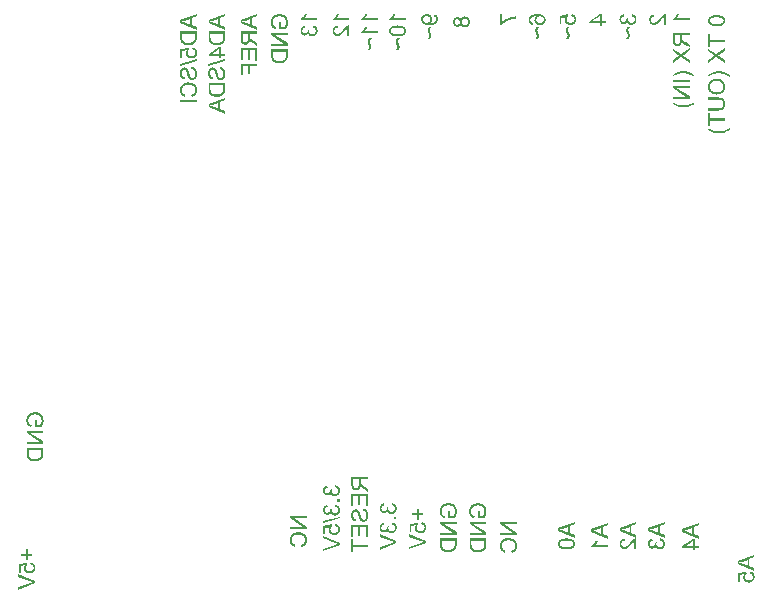
<source format=gbo>
G04*
G04 #@! TF.GenerationSoftware,Altium Limited,Altium Designer,24.5.2 (23)*
G04*
G04 Layer_Color=32896*
%FSLAX42Y42*%
%MOMM*%
G71*
G04*
G04 #@! TF.SameCoordinates,800EA35B-6491-4ADE-9D72-18F2112E8D14*
G04*
G04*
G04 #@! TF.FilePolarity,Positive*
G04*
G01*
G75*
G36*
X4648Y622D02*
X4537D01*
X4648Y548D01*
Y529D01*
X4507D01*
Y547D01*
X4617D01*
X4507Y621D01*
Y640D01*
X4648D01*
Y622D01*
D02*
G37*
G36*
X4580Y503D02*
X4584Y503D01*
X4591Y502D01*
X4594Y501D01*
X4597Y501D01*
X4600Y500D01*
X4603Y499D01*
X4605Y499D01*
X4607Y498D01*
X4609Y497D01*
X4611Y497D01*
X4612Y496D01*
X4613Y496D01*
X4614Y496D01*
X4614Y496D01*
X4617Y494D01*
X4620Y493D01*
X4623Y491D01*
X4626Y489D01*
X4628Y487D01*
X4630Y486D01*
X4632Y484D01*
X4634Y482D01*
X4636Y480D01*
X4637Y479D01*
X4638Y478D01*
X4639Y476D01*
X4640Y475D01*
X4640Y475D01*
X4641Y474D01*
X4641Y474D01*
X4643Y471D01*
X4644Y468D01*
X4645Y465D01*
X4646Y462D01*
X4647Y459D01*
X4648Y456D01*
X4648Y453D01*
X4649Y450D01*
X4649Y447D01*
X4650Y445D01*
X4650Y443D01*
X4650Y441D01*
X4650Y439D01*
Y437D01*
X4650Y433D01*
X4650Y429D01*
X4649Y425D01*
X4648Y422D01*
X4647Y418D01*
X4646Y415D01*
X4645Y413D01*
X4644Y410D01*
X4643Y408D01*
X4642Y406D01*
X4641Y404D01*
X4640Y402D01*
X4639Y401D01*
X4639Y400D01*
X4638Y400D01*
X4638Y400D01*
X4636Y397D01*
X4633Y394D01*
X4630Y392D01*
X4628Y390D01*
X4625Y388D01*
X4622Y386D01*
X4619Y385D01*
X4616Y383D01*
X4613Y382D01*
X4611Y381D01*
X4609Y380D01*
X4607Y380D01*
X4605Y379D01*
X4604Y379D01*
X4603Y379D01*
X4603D01*
X4598Y397D01*
X4601Y398D01*
X4605Y399D01*
X4607Y400D01*
X4610Y401D01*
X4612Y402D01*
X4615Y404D01*
X4617Y405D01*
X4618Y406D01*
X4620Y407D01*
X4621Y408D01*
X4623Y409D01*
X4623Y410D01*
X4624Y411D01*
X4625Y411D01*
X4625Y412D01*
X4625Y412D01*
X4627Y414D01*
X4628Y416D01*
X4629Y418D01*
X4630Y421D01*
X4631Y423D01*
X4632Y425D01*
X4633Y429D01*
X4633Y431D01*
X4634Y433D01*
X4634Y435D01*
X4634Y436D01*
X4634Y437D01*
Y438D01*
X4634Y441D01*
X4634Y443D01*
X4633Y448D01*
X4632Y452D01*
X4631Y455D01*
X4630Y457D01*
X4630Y458D01*
X4629Y459D01*
X4629Y460D01*
X4628Y461D01*
X4628Y462D01*
X4628Y462D01*
Y462D01*
X4626Y464D01*
X4625Y466D01*
X4622Y470D01*
X4618Y472D01*
X4615Y475D01*
X4612Y476D01*
X4611Y477D01*
X4610Y478D01*
X4609Y478D01*
X4608Y478D01*
X4608Y479D01*
X4608D01*
X4602Y480D01*
X4597Y482D01*
X4592Y483D01*
X4589Y483D01*
X4587Y483D01*
X4585Y483D01*
X4583Y484D01*
X4581Y484D01*
X4579D01*
X4578Y484D01*
X4577D01*
X4576D01*
X4576D01*
X4571Y484D01*
X4566Y483D01*
X4561Y482D01*
X4559Y482D01*
X4557Y482D01*
X4556Y481D01*
X4554Y481D01*
X4553Y480D01*
X4551Y480D01*
X4550Y480D01*
X4550Y480D01*
X4549Y480D01*
X4549D01*
X4544Y478D01*
X4540Y475D01*
X4537Y473D01*
X4535Y471D01*
X4534Y470D01*
X4532Y469D01*
X4531Y468D01*
X4530Y467D01*
X4530Y466D01*
X4529Y465D01*
X4528Y465D01*
X4528Y464D01*
X4528Y464D01*
X4527Y462D01*
X4526Y460D01*
X4525Y458D01*
X4524Y455D01*
X4522Y451D01*
X4521Y446D01*
X4521Y445D01*
X4521Y443D01*
X4521Y441D01*
X4520Y440D01*
X4520Y438D01*
Y434D01*
X4521Y432D01*
X4521Y427D01*
X4523Y423D01*
X4523Y422D01*
X4524Y420D01*
X4524Y418D01*
X4525Y417D01*
X4526Y416D01*
X4526Y415D01*
X4527Y415D01*
X4527Y414D01*
X4527Y414D01*
X4527Y414D01*
X4529Y412D01*
X4530Y410D01*
X4534Y408D01*
X4537Y405D01*
X4541Y403D01*
X4545Y401D01*
X4546Y401D01*
X4547Y400D01*
X4548Y400D01*
X4549Y400D01*
X4550Y399D01*
X4550D01*
X4545Y381D01*
X4542Y382D01*
X4539Y384D01*
X4535Y385D01*
X4532Y387D01*
X4530Y388D01*
X4527Y390D01*
X4525Y391D01*
X4523Y393D01*
X4521Y395D01*
X4520Y396D01*
X4518Y398D01*
X4517Y399D01*
X4516Y400D01*
X4516Y400D01*
X4515Y401D01*
X4515Y401D01*
X4513Y404D01*
X4512Y407D01*
X4510Y410D01*
X4509Y413D01*
X4508Y416D01*
X4507Y419D01*
X4506Y422D01*
X4506Y424D01*
X4505Y427D01*
X4505Y429D01*
X4505Y431D01*
X4505Y433D01*
X4504Y435D01*
Y437D01*
X4505Y440D01*
X4505Y444D01*
X4506Y450D01*
X4506Y453D01*
X4507Y456D01*
X4508Y458D01*
X4509Y461D01*
X4509Y463D01*
X4510Y465D01*
X4511Y467D01*
X4512Y468D01*
X4512Y469D01*
X4513Y470D01*
X4513Y471D01*
X4513Y471D01*
X4515Y474D01*
X4516Y476D01*
X4518Y479D01*
X4520Y481D01*
X4523Y483D01*
X4525Y485D01*
X4527Y487D01*
X4528Y489D01*
X4530Y490D01*
X4532Y491D01*
X4534Y492D01*
X4535Y493D01*
X4536Y494D01*
X4537Y494D01*
X4538Y495D01*
X4538Y495D01*
X4541Y496D01*
X4544Y497D01*
X4547Y498D01*
X4551Y500D01*
X4557Y501D01*
X4560Y502D01*
X4563Y502D01*
X4566Y502D01*
X4568Y503D01*
X4571Y503D01*
X4573Y503D01*
X4574Y503D01*
X4575D01*
X4576D01*
X4576D01*
X4580Y503D01*
D02*
G37*
G36*
X4322Y800D02*
X4326Y800D01*
X4329Y799D01*
X4333Y799D01*
X4336Y798D01*
X4339Y797D01*
X4342Y796D01*
X4345Y796D01*
X4347Y795D01*
X4349Y794D01*
X4351Y793D01*
X4353Y793D01*
X4354Y792D01*
X4355Y792D01*
X4355Y792D01*
X4356Y791D01*
X4359Y790D01*
X4361Y788D01*
X4364Y786D01*
X4367Y784D01*
X4369Y782D01*
X4371Y780D01*
X4373Y777D01*
X4375Y775D01*
X4376Y773D01*
X4377Y772D01*
X4379Y770D01*
X4379Y769D01*
X4380Y767D01*
X4381Y767D01*
X4381Y766D01*
X4381Y766D01*
X4383Y763D01*
X4384Y759D01*
X4385Y756D01*
X4386Y753D01*
X4387Y749D01*
X4388Y746D01*
X4388Y743D01*
X4389Y741D01*
X4389Y738D01*
X4390Y736D01*
X4390Y733D01*
X4390Y732D01*
X4390Y730D01*
Y728D01*
X4390Y722D01*
X4389Y717D01*
X4388Y712D01*
X4388Y710D01*
X4387Y707D01*
X4387Y705D01*
X4386Y704D01*
X4386Y702D01*
X4385Y701D01*
X4385Y700D01*
X4385Y699D01*
X4385Y698D01*
Y698D01*
X4382Y693D01*
X4380Y687D01*
X4377Y683D01*
X4375Y680D01*
X4374Y678D01*
X4373Y677D01*
X4372Y675D01*
X4371Y673D01*
X4370Y672D01*
X4369Y671D01*
X4369Y670D01*
X4368Y670D01*
X4368Y670D01*
X4316D01*
Y729D01*
X4332D01*
Y688D01*
X4359D01*
X4361Y691D01*
X4363Y693D01*
X4364Y696D01*
X4366Y699D01*
X4367Y702D01*
X4368Y703D01*
X4368Y704D01*
X4368Y705D01*
X4369Y705D01*
X4369Y706D01*
Y706D01*
X4370Y710D01*
X4371Y714D01*
X4372Y718D01*
X4373Y722D01*
X4373Y723D01*
X4373Y725D01*
X4373Y726D01*
Y727D01*
X4373Y728D01*
Y729D01*
X4373Y734D01*
X4372Y739D01*
X4371Y744D01*
X4371Y746D01*
X4370Y748D01*
X4370Y749D01*
X4369Y751D01*
X4369Y752D01*
X4368Y753D01*
X4368Y754D01*
X4368Y755D01*
X4367Y755D01*
Y756D01*
X4366Y758D01*
X4365Y760D01*
X4362Y764D01*
X4359Y767D01*
X4356Y770D01*
X4353Y772D01*
X4352Y773D01*
X4351Y773D01*
X4350Y774D01*
X4349Y774D01*
X4349Y774D01*
X4348Y774D01*
X4343Y776D01*
X4338Y778D01*
X4333Y779D01*
X4328Y780D01*
X4326Y780D01*
X4323Y780D01*
X4322Y781D01*
X4320D01*
X4319Y781D01*
X4318D01*
X4317D01*
X4317D01*
X4311Y780D01*
X4306Y780D01*
X4301Y779D01*
X4299Y779D01*
X4297Y778D01*
X4295Y778D01*
X4293Y777D01*
X4292Y777D01*
X4291Y776D01*
X4290Y776D01*
X4289Y776D01*
X4289Y775D01*
X4288D01*
X4286Y774D01*
X4283Y773D01*
X4281Y771D01*
X4279Y770D01*
X4277Y769D01*
X4276Y768D01*
X4275Y767D01*
X4275Y767D01*
X4272Y764D01*
X4270Y762D01*
X4268Y759D01*
X4267Y757D01*
X4266Y755D01*
X4265Y753D01*
X4265Y753D01*
X4264Y752D01*
X4264Y752D01*
Y752D01*
X4263Y748D01*
X4262Y744D01*
X4261Y740D01*
X4261Y737D01*
X4261Y735D01*
X4260Y734D01*
Y733D01*
X4260Y732D01*
Y729D01*
X4260Y726D01*
X4261Y722D01*
X4261Y719D01*
X4262Y716D01*
X4263Y714D01*
X4263Y713D01*
X4263Y712D01*
X4264Y711D01*
X4264Y711D01*
X4264Y710D01*
Y710D01*
X4266Y707D01*
X4267Y704D01*
X4269Y702D01*
X4270Y700D01*
X4272Y699D01*
X4273Y698D01*
X4274Y697D01*
X4274Y697D01*
X4276Y695D01*
X4279Y694D01*
X4282Y692D01*
X4285Y691D01*
X4287Y690D01*
X4288Y690D01*
X4289Y689D01*
X4290Y689D01*
X4290Y689D01*
X4291Y689D01*
X4291D01*
X4286Y672D01*
X4281Y673D01*
X4277Y675D01*
X4275Y676D01*
X4273Y677D01*
X4271Y678D01*
X4269Y679D01*
X4268Y679D01*
X4267Y680D01*
X4266Y681D01*
X4265Y681D01*
X4264Y682D01*
X4264Y682D01*
X4263Y682D01*
X4263Y683D01*
X4260Y686D01*
X4257Y689D01*
X4255Y692D01*
X4253Y695D01*
X4251Y698D01*
X4251Y699D01*
X4250Y700D01*
X4250Y701D01*
X4250Y701D01*
X4249Y702D01*
Y702D01*
X4248Y707D01*
X4247Y711D01*
X4246Y716D01*
X4245Y720D01*
X4245Y722D01*
X4245Y724D01*
X4245Y726D01*
X4244Y727D01*
Y730D01*
X4245Y733D01*
X4245Y737D01*
X4245Y741D01*
X4246Y744D01*
X4246Y748D01*
X4247Y751D01*
X4248Y754D01*
X4249Y756D01*
X4250Y758D01*
X4250Y761D01*
X4251Y762D01*
X4252Y764D01*
X4252Y765D01*
X4253Y766D01*
X4253Y767D01*
X4253Y767D01*
X4255Y770D01*
X4257Y773D01*
X4259Y775D01*
X4261Y777D01*
X4263Y780D01*
X4265Y782D01*
X4267Y784D01*
X4270Y785D01*
X4272Y787D01*
X4274Y788D01*
X4275Y789D01*
X4277Y790D01*
X4278Y791D01*
X4279Y791D01*
X4279Y791D01*
X4280Y791D01*
X4283Y793D01*
X4286Y794D01*
X4290Y795D01*
X4293Y796D01*
X4299Y798D01*
X4303Y798D01*
X4305Y799D01*
X4308Y799D01*
X4310Y800D01*
X4313Y800D01*
X4314Y800D01*
X4316Y800D01*
X4317D01*
X4318D01*
X4318D01*
X4322Y800D01*
D02*
G37*
G36*
X4388Y625D02*
X4277D01*
X4388Y551D01*
Y531D01*
X4247D01*
Y549D01*
X4357D01*
X4247Y623D01*
Y642D01*
X4388D01*
Y625D01*
D02*
G37*
G36*
Y449D02*
X4388Y445D01*
X4387Y440D01*
X4387Y437D01*
X4386Y433D01*
X4386Y432D01*
X4386Y431D01*
X4386Y430D01*
X4386Y429D01*
X4386Y428D01*
Y427D01*
X4385Y427D01*
Y427D01*
X4384Y423D01*
X4383Y420D01*
X4382Y417D01*
X4381Y415D01*
X4380Y413D01*
X4379Y411D01*
X4379Y410D01*
X4378Y410D01*
Y410D01*
X4376Y407D01*
X4374Y405D01*
X4372Y403D01*
X4370Y401D01*
X4368Y399D01*
X4367Y398D01*
X4366Y398D01*
X4366Y397D01*
X4366Y397D01*
X4366D01*
X4362Y395D01*
X4359Y393D01*
X4356Y391D01*
X4352Y390D01*
X4349Y389D01*
X4348Y389D01*
X4347Y388D01*
X4346Y388D01*
X4346Y388D01*
X4345Y388D01*
X4345D01*
X4340Y386D01*
X4335Y385D01*
X4331Y385D01*
X4326Y384D01*
X4324Y384D01*
X4322Y384D01*
X4321D01*
X4319Y384D01*
X4318D01*
X4317D01*
X4317D01*
X4317D01*
X4310Y384D01*
X4306Y384D01*
X4303Y385D01*
X4301Y385D01*
X4298Y386D01*
X4295Y386D01*
X4293Y386D01*
X4291Y387D01*
X4289Y388D01*
X4287Y388D01*
X4286Y388D01*
X4285Y389D01*
X4284Y389D01*
X4283Y389D01*
X4283D01*
X4278Y392D01*
X4273Y394D01*
X4271Y396D01*
X4269Y397D01*
X4267Y398D01*
X4266Y400D01*
X4264Y401D01*
X4263Y402D01*
X4262Y403D01*
X4261Y404D01*
X4260Y405D01*
X4259Y406D01*
X4259Y406D01*
X4259Y406D01*
X4256Y409D01*
X4254Y413D01*
X4253Y416D01*
X4251Y419D01*
X4250Y422D01*
X4250Y424D01*
X4250Y425D01*
X4249Y425D01*
X4249Y426D01*
X4249Y426D01*
Y427D01*
X4249Y428D01*
X4248Y430D01*
X4248Y434D01*
X4247Y438D01*
X4247Y442D01*
X4247Y444D01*
Y446D01*
X4247Y448D01*
Y500D01*
X4388D01*
Y449D01*
D02*
G37*
G36*
X4072Y800D02*
X4076Y800D01*
X4079Y799D01*
X4083Y799D01*
X4086Y798D01*
X4089Y797D01*
X4092Y796D01*
X4095Y796D01*
X4097Y795D01*
X4099Y794D01*
X4101Y793D01*
X4103Y793D01*
X4104Y792D01*
X4105Y792D01*
X4105Y792D01*
X4106Y791D01*
X4109Y790D01*
X4111Y788D01*
X4114Y786D01*
X4117Y784D01*
X4119Y782D01*
X4121Y780D01*
X4123Y777D01*
X4125Y775D01*
X4126Y773D01*
X4127Y772D01*
X4129Y770D01*
X4129Y769D01*
X4130Y767D01*
X4131Y767D01*
X4131Y766D01*
X4131Y766D01*
X4133Y763D01*
X4134Y759D01*
X4135Y756D01*
X4136Y753D01*
X4137Y749D01*
X4138Y746D01*
X4138Y743D01*
X4139Y741D01*
X4139Y738D01*
X4140Y736D01*
X4140Y733D01*
X4140Y732D01*
X4140Y730D01*
Y728D01*
X4140Y722D01*
X4139Y717D01*
X4138Y712D01*
X4138Y710D01*
X4137Y707D01*
X4137Y705D01*
X4136Y704D01*
X4136Y702D01*
X4135Y701D01*
X4135Y700D01*
X4135Y699D01*
X4135Y698D01*
Y698D01*
X4132Y693D01*
X4130Y687D01*
X4127Y683D01*
X4125Y680D01*
X4124Y678D01*
X4123Y677D01*
X4122Y675D01*
X4121Y673D01*
X4120Y672D01*
X4119Y671D01*
X4119Y670D01*
X4118Y670D01*
X4118Y670D01*
X4066D01*
Y729D01*
X4082D01*
Y688D01*
X4109D01*
X4111Y691D01*
X4113Y693D01*
X4114Y696D01*
X4116Y699D01*
X4117Y702D01*
X4118Y703D01*
X4118Y704D01*
X4118Y705D01*
X4119Y705D01*
X4119Y706D01*
Y706D01*
X4120Y710D01*
X4121Y714D01*
X4122Y718D01*
X4123Y722D01*
X4123Y723D01*
X4123Y725D01*
X4123Y726D01*
Y727D01*
X4123Y728D01*
Y729D01*
X4123Y734D01*
X4122Y739D01*
X4121Y744D01*
X4121Y746D01*
X4120Y748D01*
X4120Y749D01*
X4119Y751D01*
X4119Y752D01*
X4118Y753D01*
X4118Y754D01*
X4118Y755D01*
X4117Y755D01*
Y756D01*
X4116Y758D01*
X4115Y760D01*
X4112Y764D01*
X4109Y767D01*
X4106Y770D01*
X4103Y772D01*
X4102Y773D01*
X4101Y773D01*
X4100Y774D01*
X4099Y774D01*
X4099Y774D01*
X4098Y774D01*
X4093Y776D01*
X4088Y778D01*
X4083Y779D01*
X4078Y780D01*
X4076Y780D01*
X4073Y780D01*
X4072Y781D01*
X4070D01*
X4069Y781D01*
X4068D01*
X4067D01*
X4067D01*
X4061Y780D01*
X4056Y780D01*
X4051Y779D01*
X4049Y779D01*
X4047Y778D01*
X4045Y778D01*
X4043Y777D01*
X4042Y777D01*
X4041Y776D01*
X4040Y776D01*
X4039Y776D01*
X4039Y775D01*
X4038D01*
X4036Y774D01*
X4033Y773D01*
X4031Y771D01*
X4029Y770D01*
X4027Y769D01*
X4026Y768D01*
X4025Y767D01*
X4025Y767D01*
X4022Y764D01*
X4020Y762D01*
X4018Y759D01*
X4017Y757D01*
X4016Y755D01*
X4015Y753D01*
X4015Y753D01*
X4014Y752D01*
X4014Y752D01*
Y752D01*
X4013Y748D01*
X4012Y744D01*
X4011Y740D01*
X4011Y737D01*
X4011Y735D01*
X4010Y734D01*
Y733D01*
X4010Y732D01*
Y729D01*
X4010Y726D01*
X4011Y722D01*
X4011Y719D01*
X4012Y716D01*
X4013Y714D01*
X4013Y713D01*
X4013Y712D01*
X4014Y711D01*
X4014Y711D01*
X4014Y710D01*
Y710D01*
X4016Y707D01*
X4017Y704D01*
X4019Y702D01*
X4020Y700D01*
X4022Y699D01*
X4023Y698D01*
X4024Y697D01*
X4024Y697D01*
X4026Y695D01*
X4029Y694D01*
X4032Y692D01*
X4035Y691D01*
X4037Y690D01*
X4038Y690D01*
X4039Y689D01*
X4040Y689D01*
X4040Y689D01*
X4041Y689D01*
X4041D01*
X4036Y672D01*
X4031Y673D01*
X4027Y675D01*
X4025Y676D01*
X4023Y677D01*
X4021Y678D01*
X4019Y679D01*
X4018Y679D01*
X4017Y680D01*
X4016Y681D01*
X4015Y681D01*
X4014Y682D01*
X4014Y682D01*
X4013Y682D01*
X4013Y683D01*
X4010Y686D01*
X4007Y689D01*
X4005Y692D01*
X4003Y695D01*
X4001Y698D01*
X4001Y699D01*
X4000Y700D01*
X4000Y701D01*
X4000Y701D01*
X3999Y702D01*
Y702D01*
X3998Y707D01*
X3997Y711D01*
X3996Y716D01*
X3995Y720D01*
X3995Y722D01*
X3995Y724D01*
X3995Y726D01*
X3994Y727D01*
Y730D01*
X3995Y733D01*
X3995Y737D01*
X3995Y741D01*
X3996Y744D01*
X3996Y748D01*
X3997Y751D01*
X3998Y754D01*
X3999Y756D01*
X4000Y758D01*
X4000Y761D01*
X4001Y762D01*
X4002Y764D01*
X4002Y765D01*
X4003Y766D01*
X4003Y767D01*
X4003Y767D01*
X4005Y770D01*
X4007Y773D01*
X4009Y775D01*
X4011Y777D01*
X4013Y780D01*
X4015Y782D01*
X4017Y784D01*
X4020Y785D01*
X4022Y787D01*
X4024Y788D01*
X4025Y789D01*
X4027Y790D01*
X4028Y791D01*
X4029Y791D01*
X4029Y791D01*
X4030Y791D01*
X4033Y793D01*
X4036Y794D01*
X4040Y795D01*
X4043Y796D01*
X4049Y798D01*
X4053Y798D01*
X4055Y799D01*
X4058Y799D01*
X4060Y800D01*
X4063Y800D01*
X4064Y800D01*
X4066Y800D01*
X4067D01*
X4068D01*
X4068D01*
X4072Y800D01*
D02*
G37*
G36*
X4138Y625D02*
X4027D01*
X4138Y551D01*
Y531D01*
X3997D01*
Y549D01*
X4107D01*
X3997Y623D01*
Y642D01*
X4138D01*
Y625D01*
D02*
G37*
G36*
Y449D02*
X4138Y445D01*
X4137Y441D01*
X4137Y437D01*
X4136Y433D01*
X4136Y432D01*
X4136Y431D01*
X4136Y430D01*
X4136Y429D01*
X4136Y428D01*
Y427D01*
X4135Y427D01*
Y427D01*
X4134Y423D01*
X4133Y420D01*
X4132Y417D01*
X4131Y415D01*
X4130Y413D01*
X4129Y411D01*
X4129Y410D01*
X4128Y410D01*
Y410D01*
X4126Y407D01*
X4124Y405D01*
X4122Y403D01*
X4120Y401D01*
X4118Y399D01*
X4117Y398D01*
X4116Y398D01*
X4116Y397D01*
X4116Y397D01*
X4116D01*
X4112Y395D01*
X4109Y393D01*
X4106Y391D01*
X4102Y390D01*
X4099Y389D01*
X4098Y389D01*
X4097Y388D01*
X4096Y388D01*
X4096Y388D01*
X4095Y388D01*
X4095D01*
X4090Y386D01*
X4085Y385D01*
X4081Y385D01*
X4076Y384D01*
X4074Y384D01*
X4072Y384D01*
X4071D01*
X4069Y384D01*
X4068D01*
X4067D01*
X4067D01*
X4067D01*
X4060Y384D01*
X4056Y384D01*
X4053Y385D01*
X4051Y385D01*
X4048Y386D01*
X4045Y386D01*
X4043Y386D01*
X4041Y387D01*
X4039Y388D01*
X4037Y388D01*
X4036Y388D01*
X4035Y389D01*
X4034Y389D01*
X4033Y389D01*
X4033D01*
X4028Y392D01*
X4023Y394D01*
X4021Y396D01*
X4019Y397D01*
X4017Y398D01*
X4016Y400D01*
X4014Y401D01*
X4013Y402D01*
X4012Y403D01*
X4011Y404D01*
X4010Y405D01*
X4009Y406D01*
X4009Y406D01*
X4009Y406D01*
X4006Y409D01*
X4004Y413D01*
X4003Y416D01*
X4001Y419D01*
X4000Y422D01*
X4000Y424D01*
X4000Y425D01*
X3999Y425D01*
X3999Y426D01*
X3999Y426D01*
Y427D01*
X3999Y428D01*
X3998Y430D01*
X3998Y434D01*
X3997Y438D01*
X3997Y442D01*
X3997Y444D01*
Y446D01*
X3997Y448D01*
Y500D01*
X4138D01*
Y449D01*
D02*
G37*
G36*
X3816Y712D02*
X3855D01*
Y695D01*
X3816D01*
Y657D01*
X3800D01*
Y695D01*
X3762D01*
Y712D01*
X3800D01*
Y750D01*
X3816D01*
Y712D01*
D02*
G37*
G36*
X3844Y637D02*
X3847Y637D01*
X3850Y636D01*
X3853Y635D01*
X3855Y634D01*
X3858Y633D01*
X3860Y632D01*
X3862Y630D01*
X3864Y629D01*
X3865Y628D01*
X3866Y627D01*
X3867Y626D01*
X3868Y625D01*
X3869Y625D01*
X3869Y624D01*
X3869Y624D01*
X3871Y622D01*
X3873Y619D01*
X3874Y617D01*
X3875Y614D01*
X3876Y611D01*
X3877Y609D01*
X3878Y606D01*
X3879Y604D01*
X3879Y601D01*
X3879Y599D01*
X3880Y597D01*
X3880Y596D01*
X3880Y594D01*
Y593D01*
X3880Y588D01*
X3879Y584D01*
X3878Y581D01*
X3877Y577D01*
X3876Y574D01*
X3875Y571D01*
X3873Y568D01*
X3871Y565D01*
X3870Y563D01*
X3868Y561D01*
X3867Y559D01*
X3865Y558D01*
X3864Y557D01*
X3864Y556D01*
X3863Y556D01*
X3863Y556D01*
X3860Y554D01*
X3858Y552D01*
X3855Y550D01*
X3852Y549D01*
X3849Y548D01*
X3846Y547D01*
X3844Y547D01*
X3841Y546D01*
X3839Y545D01*
X3837Y545D01*
X3835Y545D01*
X3833Y545D01*
X3832Y545D01*
X3831D01*
X3830D01*
X3830D01*
X3826Y545D01*
X3823Y545D01*
X3819Y546D01*
X3816Y547D01*
X3813Y547D01*
X3811Y549D01*
X3808Y550D01*
X3806Y551D01*
X3804Y552D01*
X3802Y553D01*
X3800Y554D01*
X3799Y555D01*
X3798Y556D01*
X3798Y557D01*
X3797Y557D01*
X3797Y557D01*
X3795Y560D01*
X3793Y562D01*
X3791Y565D01*
X3789Y568D01*
X3788Y570D01*
X3787Y573D01*
X3786Y575D01*
X3786Y578D01*
X3785Y580D01*
X3785Y582D01*
X3785Y584D01*
X3784Y585D01*
Y587D01*
X3784Y588D01*
Y588D01*
X3784Y591D01*
X3784Y594D01*
X3785Y596D01*
X3786Y598D01*
X3787Y603D01*
X3788Y605D01*
X3789Y607D01*
X3789Y609D01*
X3790Y610D01*
X3791Y612D01*
X3792Y613D01*
X3792Y614D01*
X3793Y614D01*
X3793Y615D01*
X3793Y615D01*
X3755Y607D01*
Y551D01*
X3739D01*
Y621D01*
X3811Y635D01*
X3813Y619D01*
X3811Y617D01*
X3809Y615D01*
X3807Y614D01*
X3806Y612D01*
X3805Y610D01*
X3804Y609D01*
X3804Y608D01*
X3803Y608D01*
X3802Y606D01*
X3801Y603D01*
X3800Y600D01*
X3800Y598D01*
X3800Y596D01*
X3799Y594D01*
Y593D01*
X3800Y590D01*
X3800Y588D01*
X3800Y586D01*
X3801Y584D01*
X3802Y580D01*
X3803Y579D01*
X3804Y577D01*
X3805Y576D01*
X3805Y575D01*
X3806Y574D01*
X3807Y573D01*
X3807Y572D01*
X3808Y572D01*
X3808Y571D01*
X3808Y571D01*
X3810Y570D01*
X3812Y568D01*
X3813Y567D01*
X3815Y566D01*
X3819Y565D01*
X3823Y564D01*
X3825Y564D01*
X3826Y563D01*
X3828Y563D01*
X3829Y563D01*
X3830Y563D01*
X3831D01*
X3831D01*
X3831D01*
X3834Y563D01*
X3837Y563D01*
X3840Y564D01*
X3842Y564D01*
X3844Y565D01*
X3846Y566D01*
X3848Y566D01*
X3850Y567D01*
X3851Y568D01*
X3853Y569D01*
X3854Y570D01*
X3855Y570D01*
X3856Y571D01*
X3856Y571D01*
X3856Y571D01*
X3856Y572D01*
X3858Y573D01*
X3860Y575D01*
X3861Y577D01*
X3862Y578D01*
X3863Y580D01*
X3864Y582D01*
X3865Y585D01*
X3865Y588D01*
X3865Y589D01*
X3866Y590D01*
X3866Y591D01*
Y593D01*
X3866Y595D01*
X3865Y596D01*
X3865Y600D01*
X3864Y603D01*
X3862Y605D01*
X3861Y608D01*
X3860Y609D01*
X3860Y610D01*
X3860Y610D01*
X3859Y610D01*
Y610D01*
X3858Y612D01*
X3856Y613D01*
X3853Y615D01*
X3850Y617D01*
X3847Y618D01*
X3844Y619D01*
X3843Y619D01*
X3842Y619D01*
X3841Y619D01*
X3840Y619D01*
X3840Y620D01*
X3839D01*
X3841Y638D01*
X3844Y637D01*
D02*
G37*
G36*
X3878Y481D02*
Y462D01*
X3737Y407D01*
Y426D01*
X3839Y464D01*
X3844Y465D01*
X3848Y467D01*
X3852Y468D01*
X3855Y469D01*
X3857Y470D01*
X3858Y470D01*
X3859Y471D01*
X3860Y471D01*
X3861Y471D01*
X3862Y471D01*
X3862Y472D01*
X3862D01*
X3858Y473D01*
X3854Y474D01*
X3850Y475D01*
X3847Y476D01*
X3845Y477D01*
X3844Y477D01*
X3842Y478D01*
X3841Y478D01*
X3840Y478D01*
X3840Y479D01*
X3839Y479D01*
X3839D01*
X3737Y516D01*
Y536D01*
X3878Y481D01*
D02*
G37*
G36*
X3594Y800D02*
X3597Y799D01*
X3599Y798D01*
X3602Y797D01*
X3605Y796D01*
X3607Y795D01*
X3609Y794D01*
X3611Y792D01*
X3613Y791D01*
X3615Y790D01*
X3616Y789D01*
X3617Y788D01*
X3618Y787D01*
X3619Y787D01*
X3619Y786D01*
X3619Y786D01*
X3621Y784D01*
X3623Y781D01*
X3624Y779D01*
X3625Y776D01*
X3626Y774D01*
X3627Y771D01*
X3628Y769D01*
X3629Y766D01*
X3629Y764D01*
X3629Y762D01*
X3630Y760D01*
X3630Y758D01*
Y757D01*
X3630Y756D01*
Y755D01*
X3630Y751D01*
X3629Y748D01*
X3629Y745D01*
X3628Y741D01*
X3627Y738D01*
X3626Y736D01*
X3625Y733D01*
X3624Y731D01*
X3623Y729D01*
X3621Y727D01*
X3620Y725D01*
X3619Y724D01*
X3619Y723D01*
X3618Y722D01*
X3617Y722D01*
X3617Y721D01*
X3615Y719D01*
X3612Y717D01*
X3610Y715D01*
X3607Y714D01*
X3604Y712D01*
X3602Y711D01*
X3599Y710D01*
X3597Y709D01*
X3595Y709D01*
X3593Y709D01*
X3591Y708D01*
X3589Y708D01*
X3588D01*
X3587Y708D01*
X3586D01*
X3586D01*
X3584D01*
X3581Y708D01*
X3577Y709D01*
X3573Y710D01*
X3571Y711D01*
X3570Y711D01*
X3568Y712D01*
X3567Y713D01*
X3566Y713D01*
X3565Y714D01*
X3564Y714D01*
X3564Y715D01*
X3564Y715D01*
X3563Y715D01*
X3560Y718D01*
X3558Y721D01*
X3556Y724D01*
X3554Y727D01*
X3553Y730D01*
X3552Y731D01*
X3552Y732D01*
X3552Y733D01*
X3552Y734D01*
X3551Y734D01*
Y734D01*
X3550Y731D01*
X3548Y728D01*
X3546Y725D01*
X3544Y723D01*
X3542Y722D01*
X3541Y721D01*
X3540Y720D01*
X3540Y720D01*
X3539D01*
X3537Y718D01*
X3534Y717D01*
X3531Y716D01*
X3528Y715D01*
X3526Y715D01*
X3524Y715D01*
X3524D01*
X3523D01*
X3523D01*
X3523D01*
X3519Y715D01*
X3516Y715D01*
X3513Y716D01*
X3510Y717D01*
X3508Y718D01*
X3507Y719D01*
X3506Y719D01*
X3506Y719D01*
X3505Y720D01*
X3505Y720D01*
X3505D01*
X3502Y722D01*
X3499Y724D01*
X3497Y727D01*
X3495Y729D01*
X3493Y731D01*
X3492Y733D01*
X3492Y734D01*
X3491Y734D01*
X3491Y735D01*
Y735D01*
X3490Y738D01*
X3488Y742D01*
X3487Y746D01*
X3487Y749D01*
X3487Y752D01*
X3486Y753D01*
X3486Y754D01*
Y756D01*
X3486Y759D01*
X3487Y762D01*
X3487Y765D01*
X3488Y767D01*
X3488Y770D01*
X3489Y772D01*
X3490Y774D01*
X3491Y776D01*
X3492Y778D01*
X3493Y780D01*
X3494Y781D01*
X3494Y782D01*
X3495Y783D01*
X3495Y784D01*
X3496Y784D01*
X3496Y784D01*
X3498Y786D01*
X3500Y788D01*
X3502Y789D01*
X3504Y791D01*
X3506Y792D01*
X3508Y793D01*
X3513Y795D01*
X3515Y796D01*
X3517Y797D01*
X3518Y797D01*
X3520Y798D01*
X3521Y798D01*
X3522Y798D01*
X3523Y798D01*
X3523D01*
X3526Y781D01*
X3521Y780D01*
X3517Y779D01*
X3514Y778D01*
X3512Y776D01*
X3509Y775D01*
X3508Y774D01*
X3507Y773D01*
X3507Y773D01*
X3505Y770D01*
X3503Y767D01*
X3502Y764D01*
X3501Y762D01*
X3501Y759D01*
X3501Y758D01*
Y757D01*
X3500Y756D01*
Y756D01*
X3501Y752D01*
X3501Y749D01*
X3502Y746D01*
X3503Y743D01*
X3505Y742D01*
X3506Y740D01*
X3506Y739D01*
X3507Y739D01*
X3508Y738D01*
X3509Y737D01*
X3512Y735D01*
X3514Y734D01*
X3517Y733D01*
X3519Y733D01*
X3521Y733D01*
X3522Y732D01*
X3522D01*
X3522D01*
X3523D01*
X3525Y733D01*
X3527Y733D01*
X3529Y733D01*
X3530Y734D01*
X3533Y735D01*
X3536Y737D01*
X3538Y738D01*
X3539Y740D01*
X3540Y741D01*
X3540Y741D01*
X3540Y741D01*
Y741D01*
X3542Y745D01*
X3544Y748D01*
X3545Y752D01*
X3545Y755D01*
X3546Y757D01*
X3546Y758D01*
Y759D01*
X3546Y760D01*
Y762D01*
X3546Y763D01*
X3546Y764D01*
Y764D01*
X3561Y766D01*
X3560Y763D01*
X3560Y761D01*
X3559Y759D01*
X3559Y757D01*
Y756D01*
X3559Y755D01*
Y754D01*
X3559Y752D01*
X3559Y749D01*
X3560Y746D01*
X3561Y742D01*
X3563Y739D01*
X3564Y737D01*
X3565Y736D01*
X3566Y735D01*
X3566Y735D01*
X3566Y734D01*
X3567Y734D01*
X3567Y734D01*
X3568Y733D01*
X3570Y731D01*
X3571Y730D01*
X3573Y729D01*
X3576Y728D01*
X3579Y727D01*
X3582Y727D01*
X3583Y726D01*
X3584Y726D01*
X3585Y726D01*
X3586D01*
X3586D01*
X3586D01*
X3589Y726D01*
X3591Y726D01*
X3595Y727D01*
X3598Y729D01*
X3601Y730D01*
X3603Y731D01*
X3604Y732D01*
X3605Y733D01*
X3606Y733D01*
X3606Y734D01*
X3607Y734D01*
X3607Y734D01*
X3607Y735D01*
X3609Y736D01*
X3610Y738D01*
X3611Y740D01*
X3612Y741D01*
X3614Y745D01*
X3615Y748D01*
X3615Y751D01*
X3615Y752D01*
X3615Y753D01*
X3616Y754D01*
Y755D01*
X3615Y759D01*
X3615Y762D01*
X3614Y765D01*
X3612Y768D01*
X3611Y770D01*
X3610Y772D01*
X3610Y772D01*
X3610Y773D01*
X3609Y773D01*
Y773D01*
X3608Y774D01*
X3606Y775D01*
X3603Y777D01*
X3600Y779D01*
X3596Y780D01*
X3593Y782D01*
X3592Y782D01*
X3590Y782D01*
X3589Y782D01*
X3589Y783D01*
X3588Y783D01*
X3588D01*
X3590Y800D01*
X3594Y800D01*
D02*
G37*
G36*
X3628Y661D02*
X3608D01*
Y681D01*
X3628D01*
Y661D01*
D02*
G37*
G36*
X3594Y635D02*
X3597Y635D01*
X3599Y634D01*
X3602Y633D01*
X3605Y632D01*
X3607Y631D01*
X3609Y629D01*
X3611Y628D01*
X3613Y627D01*
X3615Y626D01*
X3616Y625D01*
X3617Y624D01*
X3618Y623D01*
X3619Y622D01*
X3619Y622D01*
X3619Y622D01*
X3621Y620D01*
X3623Y617D01*
X3624Y615D01*
X3625Y612D01*
X3626Y609D01*
X3627Y607D01*
X3628Y604D01*
X3629Y602D01*
X3629Y600D01*
X3629Y598D01*
X3630Y596D01*
X3630Y594D01*
Y593D01*
X3630Y592D01*
Y591D01*
X3630Y587D01*
X3629Y584D01*
X3629Y580D01*
X3628Y577D01*
X3627Y574D01*
X3626Y571D01*
X3625Y569D01*
X3624Y567D01*
X3623Y564D01*
X3621Y563D01*
X3620Y561D01*
X3619Y560D01*
X3619Y559D01*
X3618Y558D01*
X3617Y557D01*
X3617Y557D01*
X3615Y555D01*
X3612Y553D01*
X3610Y551D01*
X3607Y549D01*
X3604Y548D01*
X3602Y547D01*
X3599Y546D01*
X3597Y545D01*
X3595Y545D01*
X3593Y544D01*
X3591Y544D01*
X3589Y544D01*
X3588D01*
X3587Y544D01*
X3586D01*
X3586D01*
X3584D01*
X3581Y544D01*
X3577Y545D01*
X3573Y546D01*
X3571Y547D01*
X3570Y547D01*
X3568Y548D01*
X3567Y548D01*
X3566Y549D01*
X3565Y550D01*
X3564Y550D01*
X3564Y550D01*
X3564Y551D01*
X3563Y551D01*
X3560Y553D01*
X3558Y557D01*
X3556Y560D01*
X3554Y563D01*
X3553Y566D01*
X3552Y567D01*
X3552Y568D01*
X3552Y569D01*
X3552Y569D01*
X3551Y570D01*
Y570D01*
X3550Y567D01*
X3548Y564D01*
X3546Y561D01*
X3544Y559D01*
X3542Y558D01*
X3541Y557D01*
X3540Y556D01*
X3540Y556D01*
X3539D01*
X3537Y554D01*
X3534Y553D01*
X3531Y552D01*
X3528Y551D01*
X3526Y551D01*
X3524Y551D01*
X3524D01*
X3523D01*
X3523D01*
X3523D01*
X3519Y551D01*
X3516Y551D01*
X3513Y552D01*
X3510Y553D01*
X3508Y554D01*
X3507Y555D01*
X3506Y555D01*
X3506Y555D01*
X3505Y556D01*
X3505Y556D01*
X3505D01*
X3502Y558D01*
X3499Y560D01*
X3497Y563D01*
X3495Y565D01*
X3493Y567D01*
X3492Y569D01*
X3492Y570D01*
X3491Y570D01*
X3491Y571D01*
Y571D01*
X3490Y574D01*
X3488Y578D01*
X3487Y582D01*
X3487Y585D01*
X3487Y588D01*
X3486Y589D01*
X3486Y590D01*
Y592D01*
X3486Y595D01*
X3487Y598D01*
X3487Y601D01*
X3488Y603D01*
X3488Y606D01*
X3489Y608D01*
X3490Y610D01*
X3491Y612D01*
X3492Y614D01*
X3493Y615D01*
X3494Y617D01*
X3494Y618D01*
X3495Y619D01*
X3495Y619D01*
X3496Y620D01*
X3496Y620D01*
X3498Y622D01*
X3500Y624D01*
X3502Y625D01*
X3504Y627D01*
X3506Y628D01*
X3508Y629D01*
X3513Y631D01*
X3515Y632D01*
X3517Y633D01*
X3518Y633D01*
X3520Y634D01*
X3521Y634D01*
X3522Y634D01*
X3523Y634D01*
X3523D01*
X3526Y617D01*
X3521Y616D01*
X3517Y615D01*
X3514Y613D01*
X3512Y612D01*
X3509Y611D01*
X3508Y609D01*
X3507Y609D01*
X3507Y608D01*
X3505Y606D01*
X3503Y603D01*
X3502Y600D01*
X3501Y597D01*
X3501Y595D01*
X3501Y594D01*
Y593D01*
X3500Y592D01*
Y591D01*
X3501Y588D01*
X3501Y585D01*
X3502Y582D01*
X3503Y579D01*
X3505Y577D01*
X3506Y576D01*
X3506Y575D01*
X3507Y575D01*
X3508Y574D01*
X3509Y573D01*
X3512Y571D01*
X3514Y570D01*
X3517Y569D01*
X3519Y569D01*
X3521Y568D01*
X3522Y568D01*
X3522D01*
X3522D01*
X3523D01*
X3525Y568D01*
X3527Y569D01*
X3529Y569D01*
X3530Y570D01*
X3533Y571D01*
X3536Y573D01*
X3538Y574D01*
X3539Y576D01*
X3540Y577D01*
X3540Y577D01*
X3540Y577D01*
Y577D01*
X3542Y581D01*
X3544Y584D01*
X3545Y588D01*
X3545Y591D01*
X3546Y593D01*
X3546Y594D01*
Y595D01*
X3546Y596D01*
Y598D01*
X3546Y599D01*
X3546Y600D01*
Y600D01*
X3561Y602D01*
X3560Y599D01*
X3560Y597D01*
X3559Y595D01*
X3559Y593D01*
Y592D01*
X3559Y591D01*
Y590D01*
X3559Y588D01*
X3559Y585D01*
X3560Y582D01*
X3561Y578D01*
X3563Y575D01*
X3564Y573D01*
X3565Y572D01*
X3566Y571D01*
X3566Y571D01*
X3566Y570D01*
X3567Y570D01*
X3567Y570D01*
X3568Y569D01*
X3570Y567D01*
X3571Y566D01*
X3573Y565D01*
X3576Y564D01*
X3579Y563D01*
X3582Y562D01*
X3583Y562D01*
X3584Y562D01*
X3585Y562D01*
X3586D01*
X3586D01*
X3586D01*
X3589Y562D01*
X3591Y562D01*
X3595Y563D01*
X3598Y565D01*
X3601Y566D01*
X3603Y567D01*
X3604Y568D01*
X3605Y568D01*
X3606Y569D01*
X3606Y570D01*
X3607Y570D01*
X3607Y570D01*
X3607Y570D01*
X3609Y572D01*
X3610Y574D01*
X3611Y575D01*
X3612Y577D01*
X3614Y581D01*
X3615Y584D01*
X3615Y587D01*
X3615Y588D01*
X3615Y589D01*
X3616Y590D01*
Y591D01*
X3615Y595D01*
X3615Y598D01*
X3614Y601D01*
X3612Y604D01*
X3611Y606D01*
X3610Y608D01*
X3610Y608D01*
X3610Y608D01*
X3609Y609D01*
Y609D01*
X3608Y610D01*
X3606Y611D01*
X3603Y613D01*
X3600Y615D01*
X3596Y616D01*
X3593Y617D01*
X3592Y618D01*
X3590Y618D01*
X3589Y618D01*
X3589Y618D01*
X3588Y619D01*
X3588D01*
X3590Y636D01*
X3594Y635D01*
D02*
G37*
G36*
X3628Y479D02*
Y460D01*
X3487Y405D01*
Y424D01*
X3589Y462D01*
X3593Y464D01*
X3597Y465D01*
X3601Y466D01*
X3605Y468D01*
X3606Y468D01*
X3608Y468D01*
X3609Y469D01*
X3610Y469D01*
X3611Y469D01*
X3612Y470D01*
X3612Y470D01*
X3612D01*
X3608Y471D01*
X3604Y472D01*
X3600Y473D01*
X3597Y474D01*
X3595Y475D01*
X3594Y475D01*
X3592Y476D01*
X3591Y476D01*
X3590Y477D01*
X3590Y477D01*
X3589Y477D01*
X3589D01*
X3487Y514D01*
Y534D01*
X3628Y479D01*
D02*
G37*
G36*
X3388Y1001D02*
X3325D01*
Y977D01*
X3325Y975D01*
X3325Y973D01*
Y972D01*
X3326Y971D01*
X3326Y970D01*
X3326Y970D01*
Y969D01*
X3326Y968D01*
X3327Y966D01*
X3328Y965D01*
X3328Y964D01*
X3329Y962D01*
X3329Y962D01*
X3330Y961D01*
X3330Y961D01*
X3331Y959D01*
X3332Y958D01*
X3334Y956D01*
X3335Y955D01*
X3337Y953D01*
X3338Y952D01*
X3339Y952D01*
X3339Y951D01*
X3339D01*
X3342Y949D01*
X3345Y947D01*
X3348Y945D01*
X3351Y943D01*
X3354Y941D01*
X3355Y940D01*
X3356Y939D01*
X3357Y939D01*
X3358Y938D01*
X3358Y938D01*
X3358Y938D01*
X3388Y919D01*
Y896D01*
X3349Y920D01*
X3345Y923D01*
X3342Y926D01*
X3339Y929D01*
X3336Y931D01*
X3334Y933D01*
X3333Y934D01*
X3332Y935D01*
X3331Y935D01*
X3331Y936D01*
X3331Y936D01*
X3331Y936D01*
X3329Y937D01*
X3328Y939D01*
X3327Y941D01*
X3326Y943D01*
X3325Y945D01*
X3324Y946D01*
X3324Y947D01*
X3324Y947D01*
Y947D01*
X3323Y944D01*
X3322Y940D01*
X3321Y937D01*
X3320Y934D01*
X3319Y931D01*
X3318Y929D01*
X3317Y927D01*
X3316Y925D01*
X3315Y923D01*
X3314Y921D01*
X3313Y920D01*
X3312Y919D01*
X3312Y918D01*
X3311Y918D01*
X3311Y917D01*
X3311Y917D01*
X3309Y915D01*
X3307Y914D01*
X3305Y913D01*
X3302Y911D01*
X3300Y911D01*
X3298Y910D01*
X3294Y909D01*
X3292Y908D01*
X3291Y908D01*
X3289Y908D01*
X3288Y907D01*
X3287Y907D01*
X3286D01*
X3285D01*
X3285D01*
X3281Y908D01*
X3277Y908D01*
X3274Y909D01*
X3270Y910D01*
X3269Y911D01*
X3268Y911D01*
X3267Y912D01*
X3266Y912D01*
X3265Y913D01*
X3265Y913D01*
X3264Y913D01*
X3264D01*
X3261Y916D01*
X3258Y918D01*
X3256Y921D01*
X3254Y923D01*
X3252Y926D01*
X3251Y927D01*
X3251Y928D01*
X3251Y929D01*
X3251Y929D01*
Y929D01*
X3250Y931D01*
X3249Y933D01*
X3248Y938D01*
X3248Y942D01*
X3247Y947D01*
X3247Y949D01*
X3247Y951D01*
Y953D01*
X3247Y955D01*
Y1020D01*
X3388D01*
Y1001D01*
D02*
G37*
G36*
Y773D02*
X3371D01*
Y859D01*
X3323D01*
Y781D01*
X3306D01*
Y859D01*
X3263D01*
Y776D01*
X3247D01*
Y878D01*
X3388D01*
Y773D01*
D02*
G37*
G36*
X3345Y753D02*
X3348Y753D01*
X3352Y752D01*
X3357Y750D01*
X3359Y750D01*
X3360Y749D01*
X3362Y748D01*
X3364Y748D01*
X3365Y747D01*
X3366Y746D01*
X3367Y746D01*
X3367Y746D01*
X3368Y746D01*
X3368Y745D01*
X3372Y742D01*
X3375Y739D01*
X3378Y736D01*
X3380Y733D01*
X3382Y730D01*
X3383Y728D01*
X3383Y727D01*
X3384Y726D01*
X3384Y726D01*
X3385Y725D01*
Y725D01*
X3386Y720D01*
X3388Y715D01*
X3389Y709D01*
X3389Y704D01*
X3390Y702D01*
X3390Y700D01*
X3390Y698D01*
Y696D01*
X3390Y695D01*
Y693D01*
X3390Y688D01*
X3389Y682D01*
X3388Y678D01*
X3388Y676D01*
X3387Y674D01*
X3387Y672D01*
X3386Y671D01*
X3386Y669D01*
X3385Y668D01*
X3385Y667D01*
X3385Y667D01*
X3385Y666D01*
Y666D01*
X3382Y662D01*
X3380Y658D01*
X3377Y655D01*
X3375Y652D01*
X3372Y650D01*
X3371Y649D01*
X3370Y648D01*
X3370Y648D01*
X3369Y648D01*
X3369D01*
X3367Y646D01*
X3365Y645D01*
X3362Y644D01*
X3358Y642D01*
X3355Y642D01*
X3352Y641D01*
X3351Y641D01*
X3350D01*
X3349Y641D01*
X3348D01*
X3348D01*
X3348D01*
X3344Y641D01*
X3340Y642D01*
X3337Y643D01*
X3334Y644D01*
X3331Y645D01*
X3330Y646D01*
X3330Y646D01*
X3329Y646D01*
X3328Y647D01*
X3328Y647D01*
X3328D01*
X3326Y648D01*
X3325Y649D01*
X3322Y652D01*
X3320Y655D01*
X3318Y658D01*
X3316Y661D01*
X3315Y662D01*
X3315Y663D01*
X3314Y664D01*
X3314Y664D01*
X3314Y665D01*
Y665D01*
X3313Y667D01*
X3312Y669D01*
X3311Y671D01*
X3311Y673D01*
X3309Y679D01*
X3308Y684D01*
X3307Y686D01*
X3307Y689D01*
X3306Y691D01*
X3306Y693D01*
X3305Y694D01*
X3305Y695D01*
X3305Y696D01*
Y696D01*
X3304Y700D01*
X3303Y704D01*
X3302Y707D01*
X3301Y710D01*
X3300Y713D01*
X3299Y715D01*
X3299Y717D01*
X3298Y719D01*
X3297Y720D01*
X3296Y721D01*
X3296Y722D01*
X3296Y723D01*
X3295Y724D01*
X3295Y724D01*
X3295Y724D01*
X3293Y726D01*
X3291Y727D01*
X3288Y728D01*
X3287Y729D01*
X3285Y729D01*
X3283Y730D01*
X3283Y730D01*
X3282D01*
X3282D01*
X3281Y730D01*
X3279Y729D01*
X3276Y728D01*
X3274Y727D01*
X3272Y726D01*
X3270Y724D01*
X3268Y723D01*
X3268Y722D01*
X3267Y722D01*
Y722D01*
X3266Y720D01*
X3265Y719D01*
X3264Y715D01*
X3263Y711D01*
X3262Y707D01*
X3261Y705D01*
X3261Y703D01*
X3261Y702D01*
Y700D01*
X3261Y699D01*
Y695D01*
X3261Y692D01*
X3262Y689D01*
X3262Y687D01*
X3263Y685D01*
X3263Y683D01*
X3264Y681D01*
X3264Y679D01*
X3265Y678D01*
X3266Y677D01*
X3266Y675D01*
X3267Y675D01*
X3267Y674D01*
X3268Y673D01*
X3268Y673D01*
X3268Y673D01*
X3269Y671D01*
X3271Y670D01*
X3274Y668D01*
X3277Y666D01*
X3280Y665D01*
X3283Y664D01*
X3285Y664D01*
X3286Y663D01*
X3287Y663D01*
X3287D01*
X3288Y663D01*
X3288D01*
X3287Y645D01*
X3282Y646D01*
X3278Y647D01*
X3274Y648D01*
X3271Y649D01*
X3269Y650D01*
X3268Y650D01*
X3267Y651D01*
X3266Y651D01*
X3265Y652D01*
X3265Y652D01*
X3265Y652D01*
X3264Y652D01*
X3261Y655D01*
X3258Y658D01*
X3255Y661D01*
X3253Y664D01*
X3252Y666D01*
X3251Y668D01*
X3250Y669D01*
X3250Y669D01*
X3250Y670D01*
X3250Y670D01*
Y671D01*
X3248Y675D01*
X3247Y680D01*
X3246Y685D01*
X3245Y689D01*
X3245Y691D01*
X3245Y693D01*
X3245Y694D01*
X3244Y696D01*
Y698D01*
X3245Y703D01*
X3245Y708D01*
X3246Y713D01*
X3246Y715D01*
X3247Y716D01*
X3247Y718D01*
X3248Y720D01*
X3248Y721D01*
X3248Y722D01*
X3249Y723D01*
X3249Y724D01*
X3249Y724D01*
Y724D01*
X3251Y728D01*
X3254Y732D01*
X3256Y735D01*
X3258Y737D01*
X3260Y739D01*
X3262Y741D01*
X3263Y741D01*
X3263Y741D01*
X3263Y742D01*
X3263D01*
X3267Y744D01*
X3270Y745D01*
X3274Y746D01*
X3277Y747D01*
X3279Y747D01*
X3281Y748D01*
X3281D01*
X3282Y748D01*
X3283D01*
X3283D01*
X3283D01*
X3287Y748D01*
X3290Y747D01*
X3293Y746D01*
X3296Y745D01*
X3298Y744D01*
X3300Y744D01*
X3300Y743D01*
X3301Y743D01*
X3301Y743D01*
X3301D01*
X3304Y741D01*
X3306Y738D01*
X3308Y736D01*
X3310Y733D01*
X3312Y731D01*
X3313Y729D01*
X3313Y729D01*
X3314Y728D01*
X3314Y728D01*
Y728D01*
X3315Y726D01*
X3316Y724D01*
X3316Y722D01*
X3317Y720D01*
X3319Y716D01*
X3320Y711D01*
X3321Y709D01*
X3321Y707D01*
X3322Y705D01*
X3322Y704D01*
X3322Y702D01*
X3323Y701D01*
X3323Y701D01*
Y701D01*
X3324Y697D01*
X3325Y694D01*
X3325Y691D01*
X3326Y689D01*
X3326Y686D01*
X3327Y684D01*
X3328Y682D01*
X3328Y681D01*
X3328Y680D01*
X3329Y678D01*
X3329Y677D01*
X3329Y677D01*
X3329Y676D01*
X3330Y676D01*
X3330Y676D01*
X3331Y673D01*
X3332Y670D01*
X3334Y668D01*
X3335Y666D01*
X3336Y665D01*
X3337Y664D01*
X3338Y663D01*
X3338Y663D01*
X3340Y662D01*
X3342Y661D01*
X3344Y660D01*
X3346Y659D01*
X3347Y659D01*
X3348Y659D01*
X3349D01*
X3349D01*
X3350D01*
X3352Y659D01*
X3354Y660D01*
X3356Y660D01*
X3358Y661D01*
X3359Y662D01*
X3361Y662D01*
X3361Y663D01*
X3362Y663D01*
X3364Y665D01*
X3365Y667D01*
X3367Y669D01*
X3368Y671D01*
X3369Y673D01*
X3370Y674D01*
X3370Y675D01*
X3370Y675D01*
X3370Y675D01*
Y675D01*
X3371Y678D01*
X3372Y682D01*
X3373Y685D01*
X3373Y688D01*
X3373Y690D01*
Y691D01*
X3373Y692D01*
Y694D01*
X3373Y698D01*
X3373Y702D01*
X3372Y706D01*
X3371Y709D01*
X3371Y711D01*
X3371Y712D01*
X3370Y713D01*
X3370Y714D01*
X3370Y715D01*
X3369Y715D01*
X3369Y715D01*
Y716D01*
X3368Y719D01*
X3366Y722D01*
X3364Y724D01*
X3362Y726D01*
X3361Y728D01*
X3359Y729D01*
X3359Y730D01*
X3358Y730D01*
X3356Y731D01*
X3353Y733D01*
X3350Y733D01*
X3347Y734D01*
X3345Y735D01*
X3344Y735D01*
X3343Y735D01*
X3342Y735D01*
X3341Y735D01*
X3341D01*
X3341D01*
X3342Y753D01*
X3345Y753D01*
D02*
G37*
G36*
X3388Y510D02*
X3371D01*
Y597D01*
X3323D01*
Y519D01*
X3306D01*
Y597D01*
X3263D01*
Y513D01*
X3247D01*
Y615D01*
X3388D01*
Y510D01*
D02*
G37*
G36*
X3263Y448D02*
X3388D01*
Y430D01*
X3263D01*
Y383D01*
X3247D01*
Y495D01*
X3263D01*
Y448D01*
D02*
G37*
G36*
X3114Y950D02*
X3117Y949D01*
X3119Y948D01*
X3122Y947D01*
X3125Y946D01*
X3127Y945D01*
X3129Y944D01*
X3131Y942D01*
X3133Y941D01*
X3135Y940D01*
X3136Y939D01*
X3137Y938D01*
X3138Y937D01*
X3139Y937D01*
X3139Y936D01*
X3139Y936D01*
X3141Y934D01*
X3143Y931D01*
X3144Y929D01*
X3145Y926D01*
X3146Y924D01*
X3147Y921D01*
X3148Y919D01*
X3149Y916D01*
X3149Y914D01*
X3149Y912D01*
X3150Y910D01*
X3150Y908D01*
Y907D01*
X3150Y906D01*
Y905D01*
X3150Y901D01*
X3149Y898D01*
X3149Y895D01*
X3148Y891D01*
X3147Y888D01*
X3146Y886D01*
X3145Y883D01*
X3144Y881D01*
X3143Y879D01*
X3141Y877D01*
X3140Y875D01*
X3139Y874D01*
X3139Y873D01*
X3138Y872D01*
X3137Y872D01*
X3137Y871D01*
X3135Y869D01*
X3132Y867D01*
X3130Y865D01*
X3127Y864D01*
X3124Y862D01*
X3122Y861D01*
X3119Y860D01*
X3117Y859D01*
X3115Y859D01*
X3113Y859D01*
X3111Y858D01*
X3109Y858D01*
X3108D01*
X3107Y858D01*
X3106D01*
X3106D01*
X3104D01*
X3101Y858D01*
X3097Y859D01*
X3093Y860D01*
X3091Y861D01*
X3090Y861D01*
X3088Y862D01*
X3087Y863D01*
X3086Y863D01*
X3085Y864D01*
X3084Y864D01*
X3084Y865D01*
X3084Y865D01*
X3083Y865D01*
X3080Y868D01*
X3078Y871D01*
X3076Y874D01*
X3074Y877D01*
X3073Y880D01*
X3072Y881D01*
X3072Y882D01*
X3072Y883D01*
X3072Y884D01*
X3071Y884D01*
Y884D01*
X3070Y881D01*
X3068Y878D01*
X3066Y875D01*
X3064Y873D01*
X3062Y872D01*
X3061Y871D01*
X3060Y870D01*
X3060Y870D01*
X3059D01*
X3057Y868D01*
X3054Y867D01*
X3051Y866D01*
X3048Y865D01*
X3046Y865D01*
X3044Y865D01*
X3044D01*
X3043D01*
X3043D01*
X3043D01*
X3039Y865D01*
X3036Y865D01*
X3033Y866D01*
X3030Y867D01*
X3028Y868D01*
X3027Y869D01*
X3026Y869D01*
X3026Y869D01*
X3025Y870D01*
X3025Y870D01*
X3025D01*
X3022Y872D01*
X3019Y874D01*
X3017Y877D01*
X3015Y879D01*
X3013Y881D01*
X3012Y883D01*
X3012Y884D01*
X3011Y884D01*
X3011Y885D01*
Y885D01*
X3010Y888D01*
X3008Y892D01*
X3007Y896D01*
X3007Y899D01*
X3007Y902D01*
X3006Y903D01*
X3006Y904D01*
Y906D01*
X3006Y909D01*
X3007Y912D01*
X3007Y915D01*
X3008Y917D01*
X3008Y920D01*
X3009Y922D01*
X3010Y924D01*
X3011Y926D01*
X3012Y928D01*
X3013Y930D01*
X3014Y931D01*
X3014Y932D01*
X3015Y933D01*
X3015Y934D01*
X3016Y934D01*
X3016Y934D01*
X3018Y936D01*
X3020Y938D01*
X3022Y939D01*
X3024Y941D01*
X3026Y942D01*
X3028Y943D01*
X3033Y945D01*
X3035Y946D01*
X3037Y947D01*
X3038Y947D01*
X3040Y948D01*
X3041Y948D01*
X3042Y948D01*
X3043Y948D01*
X3043D01*
X3046Y931D01*
X3041Y930D01*
X3037Y929D01*
X3034Y928D01*
X3032Y926D01*
X3029Y925D01*
X3028Y924D01*
X3027Y923D01*
X3027Y923D01*
X3025Y920D01*
X3023Y917D01*
X3022Y914D01*
X3021Y912D01*
X3021Y909D01*
X3021Y908D01*
Y907D01*
X3020Y906D01*
Y906D01*
X3021Y902D01*
X3021Y899D01*
X3022Y896D01*
X3023Y893D01*
X3025Y892D01*
X3026Y890D01*
X3026Y889D01*
X3027Y889D01*
X3028Y888D01*
X3029Y887D01*
X3032Y885D01*
X3034Y884D01*
X3037Y883D01*
X3039Y883D01*
X3041Y883D01*
X3042Y882D01*
X3042D01*
X3042D01*
X3043D01*
X3045Y883D01*
X3047Y883D01*
X3049Y883D01*
X3050Y884D01*
X3053Y885D01*
X3056Y887D01*
X3058Y888D01*
X3059Y890D01*
X3060Y891D01*
X3060Y891D01*
X3060Y891D01*
Y891D01*
X3062Y895D01*
X3064Y898D01*
X3065Y902D01*
X3065Y905D01*
X3066Y907D01*
X3066Y908D01*
Y909D01*
X3066Y910D01*
Y912D01*
X3066Y913D01*
X3066Y914D01*
Y914D01*
X3081Y916D01*
X3080Y913D01*
X3080Y911D01*
X3079Y909D01*
X3079Y907D01*
Y906D01*
X3079Y905D01*
Y904D01*
X3079Y902D01*
X3079Y899D01*
X3080Y896D01*
X3081Y892D01*
X3083Y889D01*
X3084Y887D01*
X3085Y886D01*
X3086Y885D01*
X3086Y885D01*
X3086Y884D01*
X3087Y884D01*
X3087Y884D01*
X3088Y883D01*
X3090Y881D01*
X3091Y880D01*
X3093Y879D01*
X3096Y878D01*
X3099Y877D01*
X3102Y877D01*
X3103Y876D01*
X3104Y876D01*
X3105Y876D01*
X3106D01*
X3106D01*
X3106D01*
X3109Y876D01*
X3111Y876D01*
X3115Y877D01*
X3118Y879D01*
X3121Y880D01*
X3123Y881D01*
X3124Y882D01*
X3125Y883D01*
X3126Y883D01*
X3126Y884D01*
X3127Y884D01*
X3127Y884D01*
X3127Y885D01*
X3129Y886D01*
X3130Y888D01*
X3131Y890D01*
X3132Y891D01*
X3134Y895D01*
X3135Y898D01*
X3135Y901D01*
X3135Y902D01*
X3135Y903D01*
X3136Y904D01*
Y905D01*
X3135Y909D01*
X3135Y912D01*
X3134Y915D01*
X3132Y918D01*
X3131Y920D01*
X3130Y922D01*
X3130Y922D01*
X3130Y923D01*
X3129Y923D01*
Y923D01*
X3128Y924D01*
X3126Y925D01*
X3123Y927D01*
X3120Y929D01*
X3116Y930D01*
X3113Y932D01*
X3112Y932D01*
X3110Y932D01*
X3109Y932D01*
X3109Y933D01*
X3108Y933D01*
X3108D01*
X3110Y950D01*
X3114Y950D01*
D02*
G37*
G36*
X3148Y811D02*
X3128D01*
Y831D01*
X3148D01*
Y811D01*
D02*
G37*
G36*
X3114Y785D02*
X3117Y785D01*
X3119Y784D01*
X3122Y783D01*
X3125Y782D01*
X3127Y781D01*
X3129Y779D01*
X3131Y778D01*
X3133Y777D01*
X3135Y776D01*
X3136Y775D01*
X3137Y774D01*
X3138Y773D01*
X3139Y772D01*
X3139Y772D01*
X3139Y772D01*
X3141Y770D01*
X3143Y767D01*
X3144Y765D01*
X3145Y762D01*
X3146Y759D01*
X3147Y757D01*
X3148Y754D01*
X3149Y752D01*
X3149Y750D01*
X3149Y748D01*
X3150Y746D01*
X3150Y744D01*
Y743D01*
X3150Y742D01*
Y741D01*
X3150Y737D01*
X3149Y734D01*
X3149Y730D01*
X3148Y727D01*
X3147Y724D01*
X3146Y721D01*
X3145Y719D01*
X3144Y717D01*
X3143Y714D01*
X3141Y713D01*
X3140Y711D01*
X3139Y710D01*
X3139Y709D01*
X3138Y708D01*
X3137Y707D01*
X3137Y707D01*
X3135Y705D01*
X3132Y703D01*
X3130Y701D01*
X3127Y699D01*
X3124Y698D01*
X3122Y697D01*
X3119Y696D01*
X3117Y695D01*
X3115Y695D01*
X3113Y694D01*
X3111Y694D01*
X3109Y694D01*
X3108D01*
X3107Y694D01*
X3106D01*
X3106D01*
X3104D01*
X3101Y694D01*
X3097Y695D01*
X3093Y696D01*
X3091Y697D01*
X3090Y697D01*
X3088Y698D01*
X3087Y698D01*
X3086Y699D01*
X3085Y700D01*
X3084Y700D01*
X3084Y700D01*
X3084Y701D01*
X3083Y701D01*
X3080Y703D01*
X3078Y707D01*
X3076Y710D01*
X3074Y713D01*
X3073Y716D01*
X3072Y717D01*
X3072Y718D01*
X3072Y719D01*
X3072Y719D01*
X3071Y720D01*
Y720D01*
X3070Y717D01*
X3068Y714D01*
X3066Y711D01*
X3064Y709D01*
X3062Y708D01*
X3061Y707D01*
X3060Y706D01*
X3060Y706D01*
X3059D01*
X3057Y704D01*
X3054Y703D01*
X3051Y702D01*
X3048Y701D01*
X3046Y701D01*
X3044Y701D01*
X3044D01*
X3043D01*
X3043D01*
X3043D01*
X3039Y701D01*
X3036Y701D01*
X3033Y702D01*
X3030Y703D01*
X3028Y704D01*
X3027Y705D01*
X3026Y705D01*
X3026Y705D01*
X3025Y706D01*
X3025Y706D01*
X3025D01*
X3022Y708D01*
X3019Y710D01*
X3017Y713D01*
X3015Y715D01*
X3013Y717D01*
X3012Y719D01*
X3012Y720D01*
X3011Y720D01*
X3011Y721D01*
Y721D01*
X3010Y724D01*
X3008Y728D01*
X3007Y732D01*
X3007Y735D01*
X3007Y738D01*
X3006Y739D01*
X3006Y740D01*
Y742D01*
X3006Y745D01*
X3007Y748D01*
X3007Y751D01*
X3008Y753D01*
X3008Y756D01*
X3009Y758D01*
X3010Y760D01*
X3011Y762D01*
X3012Y764D01*
X3013Y765D01*
X3014Y767D01*
X3014Y768D01*
X3015Y769D01*
X3015Y769D01*
X3016Y770D01*
X3016Y770D01*
X3018Y772D01*
X3020Y774D01*
X3022Y775D01*
X3024Y777D01*
X3026Y778D01*
X3028Y779D01*
X3033Y781D01*
X3035Y782D01*
X3037Y783D01*
X3038Y783D01*
X3040Y784D01*
X3041Y784D01*
X3042Y784D01*
X3043Y784D01*
X3043D01*
X3046Y767D01*
X3041Y766D01*
X3037Y765D01*
X3034Y763D01*
X3032Y762D01*
X3029Y761D01*
X3028Y759D01*
X3027Y759D01*
X3027Y758D01*
X3025Y756D01*
X3023Y753D01*
X3022Y750D01*
X3021Y747D01*
X3021Y745D01*
X3021Y744D01*
Y743D01*
X3020Y742D01*
Y741D01*
X3021Y738D01*
X3021Y735D01*
X3022Y732D01*
X3023Y729D01*
X3025Y727D01*
X3026Y726D01*
X3026Y725D01*
X3027Y725D01*
X3028Y724D01*
X3029Y723D01*
X3032Y721D01*
X3034Y720D01*
X3037Y719D01*
X3039Y719D01*
X3041Y718D01*
X3042Y718D01*
X3042D01*
X3042D01*
X3043D01*
X3045Y718D01*
X3047Y719D01*
X3049Y719D01*
X3050Y720D01*
X3053Y721D01*
X3056Y723D01*
X3058Y724D01*
X3059Y726D01*
X3060Y727D01*
X3060Y727D01*
X3060Y727D01*
Y727D01*
X3062Y731D01*
X3064Y734D01*
X3065Y738D01*
X3065Y741D01*
X3066Y743D01*
X3066Y744D01*
Y745D01*
X3066Y746D01*
Y748D01*
X3066Y749D01*
X3066Y750D01*
Y750D01*
X3081Y752D01*
X3080Y749D01*
X3080Y747D01*
X3079Y745D01*
X3079Y743D01*
Y742D01*
X3079Y741D01*
Y740D01*
X3079Y738D01*
X3079Y735D01*
X3080Y732D01*
X3081Y728D01*
X3083Y725D01*
X3084Y723D01*
X3085Y722D01*
X3086Y721D01*
X3086Y721D01*
X3086Y720D01*
X3087Y720D01*
X3087Y720D01*
X3088Y719D01*
X3090Y717D01*
X3091Y716D01*
X3093Y715D01*
X3096Y714D01*
X3099Y713D01*
X3102Y712D01*
X3103Y712D01*
X3104Y712D01*
X3105Y712D01*
X3106D01*
X3106D01*
X3106D01*
X3109Y712D01*
X3111Y712D01*
X3115Y713D01*
X3118Y715D01*
X3121Y716D01*
X3123Y717D01*
X3124Y718D01*
X3125Y718D01*
X3126Y719D01*
X3126Y720D01*
X3127Y720D01*
X3127Y720D01*
X3127Y720D01*
X3129Y722D01*
X3130Y724D01*
X3131Y725D01*
X3132Y727D01*
X3134Y731D01*
X3135Y734D01*
X3135Y737D01*
X3135Y738D01*
X3135Y739D01*
X3136Y740D01*
Y741D01*
X3135Y745D01*
X3135Y748D01*
X3134Y751D01*
X3132Y754D01*
X3131Y756D01*
X3130Y758D01*
X3130Y758D01*
X3130Y758D01*
X3129Y759D01*
Y759D01*
X3128Y760D01*
X3126Y761D01*
X3123Y763D01*
X3120Y765D01*
X3116Y766D01*
X3113Y767D01*
X3112Y768D01*
X3110Y768D01*
X3109Y768D01*
X3109Y768D01*
X3108Y769D01*
X3108D01*
X3110Y786D01*
X3114Y785D01*
D02*
G37*
G36*
X3150Y671D02*
X3004Y630D01*
Y644D01*
X3150Y685D01*
Y671D01*
D02*
G37*
G36*
X3114Y621D02*
X3117Y621D01*
X3120Y620D01*
X3123Y619D01*
X3125Y618D01*
X3128Y617D01*
X3130Y616D01*
X3132Y614D01*
X3133Y613D01*
X3135Y612D01*
X3136Y611D01*
X3137Y610D01*
X3138Y609D01*
X3139Y609D01*
X3139Y608D01*
X3139Y608D01*
X3141Y606D01*
X3143Y603D01*
X3144Y601D01*
X3145Y598D01*
X3146Y595D01*
X3147Y593D01*
X3148Y590D01*
X3148Y588D01*
X3149Y585D01*
X3149Y583D01*
X3150Y581D01*
X3150Y580D01*
X3150Y578D01*
Y577D01*
X3150Y572D01*
X3149Y568D01*
X3148Y565D01*
X3147Y561D01*
X3146Y558D01*
X3145Y555D01*
X3143Y552D01*
X3141Y549D01*
X3140Y547D01*
X3138Y545D01*
X3137Y543D01*
X3135Y542D01*
X3134Y541D01*
X3134Y540D01*
X3133Y540D01*
X3133Y540D01*
X3130Y538D01*
X3127Y536D01*
X3125Y534D01*
X3122Y533D01*
X3119Y532D01*
X3116Y531D01*
X3114Y531D01*
X3111Y530D01*
X3109Y529D01*
X3106Y529D01*
X3105Y529D01*
X3103Y529D01*
X3102Y529D01*
X3101D01*
X3100D01*
X3100D01*
X3096Y529D01*
X3093Y529D01*
X3089Y530D01*
X3086Y531D01*
X3083Y531D01*
X3081Y533D01*
X3078Y534D01*
X3076Y535D01*
X3074Y536D01*
X3072Y537D01*
X3070Y538D01*
X3069Y539D01*
X3068Y540D01*
X3067Y541D01*
X3067Y541D01*
X3067Y541D01*
X3065Y544D01*
X3063Y546D01*
X3061Y549D01*
X3059Y552D01*
X3058Y554D01*
X3057Y557D01*
X3056Y559D01*
X3056Y562D01*
X3055Y564D01*
X3055Y566D01*
X3054Y568D01*
X3054Y569D01*
Y571D01*
X3054Y572D01*
Y572D01*
X3054Y575D01*
X3054Y578D01*
X3055Y580D01*
X3055Y582D01*
X3057Y587D01*
X3058Y589D01*
X3058Y591D01*
X3059Y593D01*
X3060Y594D01*
X3061Y596D01*
X3061Y597D01*
X3062Y598D01*
X3062Y598D01*
X3063Y599D01*
X3063Y599D01*
X3025Y591D01*
Y535D01*
X3008D01*
Y605D01*
X3081Y619D01*
X3083Y603D01*
X3081Y601D01*
X3079Y599D01*
X3077Y598D01*
X3076Y596D01*
X3075Y594D01*
X3074Y593D01*
X3073Y592D01*
X3073Y592D01*
X3072Y590D01*
X3071Y587D01*
X3070Y584D01*
X3070Y582D01*
X3069Y580D01*
X3069Y578D01*
Y577D01*
X3069Y574D01*
X3070Y572D01*
X3070Y570D01*
X3071Y568D01*
X3072Y564D01*
X3073Y563D01*
X3074Y561D01*
X3074Y560D01*
X3075Y559D01*
X3076Y558D01*
X3077Y557D01*
X3077Y556D01*
X3078Y556D01*
X3078Y555D01*
X3078Y555D01*
X3080Y554D01*
X3081Y552D01*
X3083Y551D01*
X3085Y550D01*
X3089Y549D01*
X3093Y548D01*
X3095Y548D01*
X3096Y547D01*
X3098Y547D01*
X3099Y547D01*
X3100Y547D01*
X3101D01*
X3101D01*
X3101D01*
X3104Y547D01*
X3107Y547D01*
X3109Y548D01*
X3112Y548D01*
X3114Y549D01*
X3116Y550D01*
X3118Y550D01*
X3120Y551D01*
X3121Y552D01*
X3123Y553D01*
X3124Y554D01*
X3125Y554D01*
X3125Y555D01*
X3126Y555D01*
X3126Y555D01*
X3126Y556D01*
X3128Y557D01*
X3129Y559D01*
X3131Y561D01*
X3132Y562D01*
X3133Y564D01*
X3133Y566D01*
X3134Y569D01*
X3135Y572D01*
X3135Y573D01*
X3135Y574D01*
X3136Y575D01*
Y577D01*
X3135Y579D01*
X3135Y580D01*
X3135Y584D01*
X3134Y587D01*
X3132Y589D01*
X3131Y592D01*
X3130Y593D01*
X3130Y594D01*
X3129Y594D01*
X3129Y594D01*
Y594D01*
X3128Y596D01*
X3126Y597D01*
X3123Y599D01*
X3120Y601D01*
X3117Y602D01*
X3114Y603D01*
X3112Y603D01*
X3111Y603D01*
X3110Y603D01*
X3110Y603D01*
X3109Y604D01*
X3109D01*
X3111Y622D01*
X3114Y621D01*
D02*
G37*
G36*
X3148Y465D02*
Y446D01*
X3007Y391D01*
Y410D01*
X3109Y448D01*
X3113Y449D01*
X3117Y451D01*
X3121Y452D01*
X3125Y453D01*
X3126Y454D01*
X3128Y454D01*
X3129Y455D01*
X3130Y455D01*
X3131Y455D01*
X3132Y455D01*
X3132Y456D01*
X3132D01*
X3128Y457D01*
X3124Y458D01*
X3120Y459D01*
X3117Y460D01*
X3115Y461D01*
X3114Y461D01*
X3112Y462D01*
X3111Y462D01*
X3110Y462D01*
X3110Y463D01*
X3109Y463D01*
X3109D01*
X3007Y500D01*
Y520D01*
X3148Y465D01*
D02*
G37*
G36*
X2868Y672D02*
X2757D01*
X2868Y598D01*
Y579D01*
X2727D01*
Y597D01*
X2837D01*
X2727Y671D01*
Y690D01*
X2868D01*
Y672D01*
D02*
G37*
G36*
X2800Y553D02*
X2804Y553D01*
X2811Y552D01*
X2814Y551D01*
X2817Y551D01*
X2820Y550D01*
X2823Y549D01*
X2825Y549D01*
X2827Y548D01*
X2829Y547D01*
X2831Y547D01*
X2832Y546D01*
X2833Y546D01*
X2834Y546D01*
X2834Y546D01*
X2837Y544D01*
X2840Y543D01*
X2843Y541D01*
X2846Y539D01*
X2848Y537D01*
X2850Y536D01*
X2852Y534D01*
X2854Y532D01*
X2856Y530D01*
X2857Y529D01*
X2858Y528D01*
X2859Y526D01*
X2860Y525D01*
X2860Y525D01*
X2861Y524D01*
X2861Y524D01*
X2863Y521D01*
X2864Y518D01*
X2865Y515D01*
X2866Y512D01*
X2867Y509D01*
X2868Y506D01*
X2868Y503D01*
X2869Y500D01*
X2869Y497D01*
X2870Y495D01*
X2870Y493D01*
X2870Y491D01*
X2870Y489D01*
Y487D01*
X2870Y483D01*
X2870Y479D01*
X2869Y475D01*
X2868Y472D01*
X2867Y468D01*
X2866Y465D01*
X2865Y463D01*
X2864Y460D01*
X2863Y458D01*
X2862Y456D01*
X2861Y454D01*
X2860Y452D01*
X2859Y451D01*
X2859Y450D01*
X2858Y450D01*
X2858Y450D01*
X2856Y447D01*
X2853Y444D01*
X2850Y442D01*
X2848Y440D01*
X2845Y438D01*
X2842Y436D01*
X2839Y435D01*
X2836Y433D01*
X2833Y432D01*
X2831Y431D01*
X2829Y430D01*
X2827Y430D01*
X2825Y429D01*
X2824Y429D01*
X2823Y429D01*
X2823D01*
X2818Y447D01*
X2821Y448D01*
X2825Y449D01*
X2827Y450D01*
X2830Y451D01*
X2832Y452D01*
X2835Y454D01*
X2837Y455D01*
X2838Y456D01*
X2840Y457D01*
X2841Y458D01*
X2843Y459D01*
X2843Y460D01*
X2844Y461D01*
X2845Y461D01*
X2845Y462D01*
X2845Y462D01*
X2847Y464D01*
X2848Y466D01*
X2849Y468D01*
X2850Y471D01*
X2851Y473D01*
X2852Y475D01*
X2853Y479D01*
X2853Y481D01*
X2854Y483D01*
X2854Y485D01*
X2854Y486D01*
X2854Y487D01*
Y488D01*
X2854Y491D01*
X2854Y493D01*
X2853Y498D01*
X2852Y502D01*
X2851Y505D01*
X2850Y507D01*
X2850Y508D01*
X2849Y509D01*
X2849Y510D01*
X2848Y511D01*
X2848Y512D01*
X2848Y512D01*
Y512D01*
X2846Y514D01*
X2845Y516D01*
X2842Y520D01*
X2838Y522D01*
X2835Y525D01*
X2832Y526D01*
X2831Y527D01*
X2830Y528D01*
X2829Y528D01*
X2828Y528D01*
X2828Y529D01*
X2828D01*
X2822Y530D01*
X2817Y532D01*
X2812Y533D01*
X2809Y533D01*
X2807Y533D01*
X2805Y533D01*
X2803Y534D01*
X2801Y534D01*
X2799D01*
X2798Y534D01*
X2797D01*
X2796D01*
X2796D01*
X2791Y534D01*
X2786Y533D01*
X2781Y532D01*
X2779Y532D01*
X2777Y532D01*
X2776Y531D01*
X2774Y531D01*
X2773Y530D01*
X2771Y530D01*
X2770Y530D01*
X2770Y530D01*
X2769Y530D01*
X2769D01*
X2764Y528D01*
X2760Y525D01*
X2757Y523D01*
X2755Y521D01*
X2754Y520D01*
X2752Y519D01*
X2751Y518D01*
X2750Y517D01*
X2750Y516D01*
X2749Y515D01*
X2748Y515D01*
X2748Y514D01*
X2748Y514D01*
X2747Y512D01*
X2746Y510D01*
X2745Y508D01*
X2744Y505D01*
X2742Y501D01*
X2741Y496D01*
X2741Y495D01*
X2741Y493D01*
X2741Y491D01*
X2740Y490D01*
X2740Y488D01*
Y484D01*
X2741Y482D01*
X2741Y477D01*
X2743Y473D01*
X2743Y472D01*
X2744Y470D01*
X2744Y468D01*
X2745Y467D01*
X2746Y466D01*
X2746Y465D01*
X2747Y465D01*
X2747Y464D01*
X2747Y464D01*
X2747Y464D01*
X2749Y462D01*
X2750Y460D01*
X2754Y458D01*
X2757Y455D01*
X2761Y453D01*
X2765Y451D01*
X2766Y451D01*
X2767Y450D01*
X2768Y450D01*
X2769Y450D01*
X2770Y449D01*
X2770D01*
X2765Y431D01*
X2762Y432D01*
X2759Y434D01*
X2755Y435D01*
X2752Y437D01*
X2750Y438D01*
X2747Y440D01*
X2745Y441D01*
X2743Y443D01*
X2741Y445D01*
X2740Y446D01*
X2738Y448D01*
X2737Y449D01*
X2736Y450D01*
X2736Y450D01*
X2735Y451D01*
X2735Y451D01*
X2733Y454D01*
X2732Y457D01*
X2730Y460D01*
X2729Y463D01*
X2728Y466D01*
X2727Y469D01*
X2726Y472D01*
X2726Y474D01*
X2725Y477D01*
X2725Y479D01*
X2725Y481D01*
X2725Y483D01*
X2724Y485D01*
Y487D01*
X2725Y490D01*
X2725Y494D01*
X2726Y500D01*
X2726Y503D01*
X2727Y506D01*
X2728Y508D01*
X2729Y511D01*
X2729Y513D01*
X2730Y515D01*
X2731Y517D01*
X2732Y518D01*
X2732Y519D01*
X2733Y520D01*
X2733Y521D01*
X2733Y521D01*
X2735Y524D01*
X2736Y526D01*
X2738Y529D01*
X2740Y531D01*
X2743Y533D01*
X2745Y535D01*
X2747Y537D01*
X2748Y539D01*
X2750Y540D01*
X2752Y541D01*
X2754Y542D01*
X2755Y543D01*
X2756Y544D01*
X2757Y544D01*
X2758Y545D01*
X2758Y545D01*
X2761Y546D01*
X2764Y547D01*
X2767Y548D01*
X2771Y550D01*
X2777Y551D01*
X2780Y552D01*
X2783Y552D01*
X2786Y552D01*
X2788Y553D01*
X2791Y553D01*
X2793Y553D01*
X2794Y553D01*
X2795D01*
X2796D01*
X2796D01*
X2800Y553D01*
D02*
G37*
G36*
X572Y1570D02*
X576Y1570D01*
X579Y1569D01*
X583Y1569D01*
X586Y1568D01*
X589Y1567D01*
X592Y1566D01*
X595Y1566D01*
X597Y1565D01*
X599Y1564D01*
X601Y1563D01*
X603Y1563D01*
X604Y1562D01*
X605Y1562D01*
X605Y1562D01*
X605Y1561D01*
X609Y1560D01*
X611Y1558D01*
X614Y1556D01*
X617Y1554D01*
X619Y1552D01*
X621Y1550D01*
X623Y1547D01*
X625Y1545D01*
X626Y1543D01*
X627Y1542D01*
X629Y1540D01*
X629Y1539D01*
X630Y1537D01*
X631Y1537D01*
X631Y1536D01*
X631Y1536D01*
X633Y1533D01*
X634Y1529D01*
X635Y1526D01*
X636Y1523D01*
X637Y1519D01*
X638Y1516D01*
X638Y1513D01*
X639Y1511D01*
X639Y1508D01*
X640Y1506D01*
X640Y1503D01*
X640Y1502D01*
X640Y1500D01*
Y1498D01*
X640Y1492D01*
X639Y1487D01*
X638Y1482D01*
X638Y1480D01*
X637Y1477D01*
X637Y1475D01*
X636Y1474D01*
X636Y1472D01*
X635Y1471D01*
X635Y1470D01*
X635Y1469D01*
X635Y1468D01*
Y1468D01*
X632Y1463D01*
X630Y1457D01*
X627Y1453D01*
X625Y1450D01*
X624Y1448D01*
X623Y1447D01*
X622Y1445D01*
X621Y1443D01*
X620Y1442D01*
X619Y1441D01*
X619Y1440D01*
X618Y1440D01*
X618Y1440D01*
X566D01*
Y1499D01*
X582D01*
Y1458D01*
X609D01*
X611Y1461D01*
X613Y1463D01*
X614Y1466D01*
X616Y1469D01*
X617Y1472D01*
X618Y1473D01*
X618Y1474D01*
X618Y1475D01*
X619Y1475D01*
X619Y1476D01*
Y1476D01*
X620Y1480D01*
X621Y1484D01*
X622Y1488D01*
X623Y1492D01*
X623Y1493D01*
X623Y1495D01*
X623Y1496D01*
Y1497D01*
X623Y1498D01*
Y1499D01*
X623Y1504D01*
X622Y1509D01*
X621Y1514D01*
X621Y1516D01*
X620Y1518D01*
X620Y1519D01*
X619Y1521D01*
X619Y1522D01*
X618Y1523D01*
X618Y1524D01*
X618Y1525D01*
X617Y1525D01*
Y1526D01*
X616Y1528D01*
X615Y1530D01*
X612Y1534D01*
X609Y1537D01*
X605Y1540D01*
X603Y1542D01*
X602Y1543D01*
X601Y1543D01*
X600Y1544D01*
X599Y1544D01*
X599Y1544D01*
X598Y1544D01*
X593Y1546D01*
X588Y1548D01*
X583Y1549D01*
X578Y1550D01*
X576Y1550D01*
X573Y1550D01*
X572Y1551D01*
X570D01*
X569Y1551D01*
X568D01*
X567D01*
X567D01*
X561Y1550D01*
X556Y1550D01*
X551Y1549D01*
X549Y1549D01*
X547Y1548D01*
X545Y1548D01*
X543Y1547D01*
X542Y1547D01*
X541Y1546D01*
X540Y1546D01*
X539Y1546D01*
X539Y1545D01*
X538D01*
X536Y1544D01*
X533Y1543D01*
X531Y1541D01*
X529Y1540D01*
X527Y1539D01*
X526Y1538D01*
X525Y1537D01*
X525Y1537D01*
X522Y1534D01*
X520Y1532D01*
X518Y1529D01*
X517Y1527D01*
X516Y1525D01*
X515Y1523D01*
X515Y1523D01*
X514Y1522D01*
X514Y1522D01*
Y1522D01*
X513Y1518D01*
X512Y1514D01*
X511Y1510D01*
X511Y1507D01*
X511Y1505D01*
X510Y1504D01*
Y1503D01*
X510Y1502D01*
Y1499D01*
X510Y1496D01*
X511Y1492D01*
X511Y1489D01*
X512Y1486D01*
X513Y1484D01*
X513Y1483D01*
X513Y1482D01*
X514Y1481D01*
X514Y1481D01*
X514Y1480D01*
Y1480D01*
X516Y1477D01*
X517Y1474D01*
X519Y1472D01*
X520Y1470D01*
X522Y1469D01*
X523Y1468D01*
X524Y1467D01*
X524Y1467D01*
X526Y1465D01*
X529Y1464D01*
X532Y1462D01*
X535Y1461D01*
X537Y1460D01*
X538Y1460D01*
X539Y1459D01*
X540Y1459D01*
X540Y1459D01*
X541Y1459D01*
X541D01*
X536Y1442D01*
X531Y1443D01*
X527Y1445D01*
X525Y1446D01*
X523Y1447D01*
X521Y1448D01*
X519Y1449D01*
X518Y1449D01*
X517Y1450D01*
X516Y1451D01*
X515Y1451D01*
X514Y1452D01*
X514Y1452D01*
X513Y1452D01*
X513Y1453D01*
X510Y1456D01*
X507Y1459D01*
X505Y1462D01*
X503Y1465D01*
X501Y1468D01*
X501Y1469D01*
X500Y1470D01*
X500Y1471D01*
X500Y1471D01*
X499Y1472D01*
Y1472D01*
X498Y1477D01*
X497Y1481D01*
X496Y1486D01*
X495Y1490D01*
X495Y1492D01*
X495Y1494D01*
X495Y1496D01*
X494Y1497D01*
Y1500D01*
X495Y1503D01*
X495Y1507D01*
X495Y1511D01*
X496Y1514D01*
X496Y1518D01*
X497Y1521D01*
X498Y1524D01*
X499Y1526D01*
X500Y1528D01*
X500Y1531D01*
X501Y1532D01*
X502Y1534D01*
X502Y1535D01*
X503Y1536D01*
X503Y1537D01*
X503Y1537D01*
X505Y1540D01*
X507Y1543D01*
X509Y1545D01*
X511Y1547D01*
X513Y1550D01*
X515Y1552D01*
X517Y1554D01*
X520Y1555D01*
X522Y1557D01*
X524Y1558D01*
X525Y1559D01*
X527Y1560D01*
X528Y1561D01*
X529Y1561D01*
X529Y1561D01*
X530Y1561D01*
X533Y1563D01*
X536Y1564D01*
X540Y1565D01*
X543Y1566D01*
X549Y1568D01*
X553Y1568D01*
X555Y1569D01*
X558Y1569D01*
X560Y1570D01*
X563Y1570D01*
X564Y1570D01*
X566Y1570D01*
X567D01*
X568D01*
X568D01*
X572Y1570D01*
D02*
G37*
G36*
X638Y1395D02*
X527D01*
X638Y1321D01*
Y1301D01*
X497D01*
Y1319D01*
X607D01*
X497Y1393D01*
Y1412D01*
X638D01*
Y1395D01*
D02*
G37*
G36*
Y1219D02*
X638Y1215D01*
X637Y1210D01*
X637Y1207D01*
X636Y1203D01*
X636Y1202D01*
X636Y1201D01*
X636Y1200D01*
X636Y1199D01*
X636Y1198D01*
Y1197D01*
X635Y1197D01*
Y1197D01*
X634Y1193D01*
X633Y1190D01*
X632Y1187D01*
X631Y1185D01*
X630Y1183D01*
X629Y1181D01*
X629Y1180D01*
X628Y1180D01*
Y1180D01*
X626Y1177D01*
X624Y1175D01*
X622Y1173D01*
X620Y1171D01*
X618Y1169D01*
X617Y1168D01*
X616Y1168D01*
X616Y1167D01*
X616Y1167D01*
X616D01*
X612Y1165D01*
X609Y1163D01*
X605Y1161D01*
X602Y1160D01*
X599Y1159D01*
X598Y1159D01*
X597Y1158D01*
X596Y1158D01*
X596Y1158D01*
X595Y1158D01*
X595D01*
X590Y1156D01*
X585Y1155D01*
X581Y1155D01*
X576Y1154D01*
X574Y1154D01*
X572Y1154D01*
X571D01*
X569Y1154D01*
X568D01*
X567D01*
X567D01*
X567D01*
X560Y1154D01*
X556Y1154D01*
X553Y1155D01*
X551Y1155D01*
X548Y1156D01*
X545Y1156D01*
X543Y1156D01*
X541Y1157D01*
X539Y1158D01*
X537Y1158D01*
X536Y1158D01*
X535Y1159D01*
X534Y1159D01*
X533Y1159D01*
X533D01*
X528Y1162D01*
X523Y1164D01*
X521Y1166D01*
X519Y1167D01*
X517Y1168D01*
X516Y1170D01*
X514Y1171D01*
X513Y1172D01*
X512Y1173D01*
X511Y1174D01*
X510Y1175D01*
X509Y1176D01*
X509Y1176D01*
X509Y1176D01*
X506Y1179D01*
X504Y1183D01*
X503Y1186D01*
X501Y1189D01*
X500Y1192D01*
X500Y1194D01*
X500Y1195D01*
X499Y1195D01*
X499Y1196D01*
X499Y1196D01*
Y1197D01*
X499Y1198D01*
X498Y1200D01*
X498Y1204D01*
X497Y1208D01*
X497Y1212D01*
X497Y1214D01*
Y1216D01*
X497Y1218D01*
Y1270D01*
X638D01*
Y1219D01*
D02*
G37*
G36*
X506Y372D02*
X545D01*
Y355D01*
X506D01*
Y317D01*
X490D01*
Y355D01*
X452D01*
Y372D01*
X490D01*
Y410D01*
X506D01*
Y372D01*
D02*
G37*
G36*
X534Y297D02*
X537Y297D01*
X540Y296D01*
X543Y295D01*
X545Y294D01*
X548Y293D01*
X550Y292D01*
X552Y290D01*
X554Y289D01*
X555Y288D01*
X556Y287D01*
X557Y286D01*
X558Y285D01*
X559Y285D01*
X559Y284D01*
X559Y284D01*
X561Y282D01*
X563Y279D01*
X564Y277D01*
X565Y274D01*
X566Y271D01*
X567Y269D01*
X568Y266D01*
X569Y264D01*
X569Y261D01*
X569Y259D01*
X570Y257D01*
X570Y256D01*
X570Y254D01*
Y253D01*
X570Y248D01*
X569Y244D01*
X568Y241D01*
X567Y237D01*
X566Y234D01*
X565Y231D01*
X563Y228D01*
X561Y225D01*
X560Y223D01*
X558Y221D01*
X557Y219D01*
X555Y218D01*
X554Y217D01*
X554Y216D01*
X553Y216D01*
X553Y216D01*
X550Y214D01*
X548Y212D01*
X545Y210D01*
X542Y209D01*
X539Y208D01*
X536Y207D01*
X534Y207D01*
X531Y206D01*
X529Y205D01*
X527Y205D01*
X525Y205D01*
X523Y205D01*
X522Y205D01*
X521D01*
X520D01*
X520D01*
X516Y205D01*
X513Y205D01*
X509Y206D01*
X506Y207D01*
X503Y207D01*
X501Y209D01*
X498Y210D01*
X496Y211D01*
X494Y212D01*
X492Y213D01*
X490Y214D01*
X489Y215D01*
X488Y216D01*
X488Y217D01*
X487Y217D01*
X487Y217D01*
X485Y220D01*
X483Y222D01*
X481Y225D01*
X479Y228D01*
X478Y230D01*
X477Y233D01*
X476Y235D01*
X476Y238D01*
X475Y240D01*
X475Y242D01*
X475Y244D01*
X474Y245D01*
Y247D01*
X474Y248D01*
Y248D01*
X474Y251D01*
X474Y254D01*
X475Y256D01*
X476Y258D01*
X477Y263D01*
X478Y265D01*
X479Y267D01*
X479Y269D01*
X480Y270D01*
X481Y272D01*
X482Y273D01*
X482Y274D01*
X483Y274D01*
X483Y275D01*
X483Y275D01*
X445Y267D01*
Y211D01*
X429D01*
Y281D01*
X501Y295D01*
X503Y279D01*
X501Y277D01*
X499Y275D01*
X497Y274D01*
X496Y272D01*
X495Y270D01*
X494Y269D01*
X494Y268D01*
X493Y268D01*
X492Y266D01*
X491Y263D01*
X490Y260D01*
X490Y258D01*
X490Y256D01*
X489Y254D01*
Y253D01*
X490Y250D01*
X490Y248D01*
X490Y246D01*
X491Y244D01*
X492Y240D01*
X493Y239D01*
X494Y237D01*
X495Y236D01*
X495Y235D01*
X496Y234D01*
X497Y233D01*
X497Y232D01*
X498Y232D01*
X498Y231D01*
X498Y231D01*
X500Y230D01*
X502Y228D01*
X503Y227D01*
X505Y226D01*
X509Y225D01*
X513Y224D01*
X515Y224D01*
X516Y223D01*
X518Y223D01*
X519Y223D01*
X520Y223D01*
X521D01*
X521D01*
X521D01*
X524Y223D01*
X527Y223D01*
X530Y224D01*
X532Y224D01*
X534Y225D01*
X536Y226D01*
X538Y226D01*
X540Y227D01*
X541Y228D01*
X543Y229D01*
X544Y230D01*
X545Y230D01*
X546Y231D01*
X546Y231D01*
X546Y231D01*
X546Y232D01*
X548Y233D01*
X550Y235D01*
X551Y237D01*
X552Y238D01*
X553Y240D01*
X554Y242D01*
X555Y245D01*
X555Y248D01*
X555Y249D01*
X556Y250D01*
X556Y251D01*
Y253D01*
X556Y255D01*
X555Y256D01*
X555Y260D01*
X554Y263D01*
X552Y265D01*
X551Y268D01*
X550Y269D01*
X550Y270D01*
X550Y270D01*
X549Y270D01*
Y270D01*
X548Y272D01*
X546Y273D01*
X543Y275D01*
X540Y277D01*
X537Y278D01*
X534Y279D01*
X533Y279D01*
X532Y279D01*
X531Y279D01*
X530Y279D01*
X530Y280D01*
X529D01*
X531Y298D01*
X534Y297D01*
D02*
G37*
G36*
X568Y141D02*
Y122D01*
X427Y67D01*
Y86D01*
X529Y124D01*
X534Y125D01*
X538Y127D01*
X542Y128D01*
X545Y129D01*
X547Y130D01*
X548Y130D01*
X549Y131D01*
X550Y131D01*
X551Y131D01*
X552Y131D01*
X552Y132D01*
X552D01*
X548Y133D01*
X544Y134D01*
X540Y135D01*
X537Y136D01*
X535Y137D01*
X534Y137D01*
X532Y138D01*
X531Y138D01*
X530Y138D01*
X530Y139D01*
X529Y139D01*
X529D01*
X427Y176D01*
Y196D01*
X568Y141D01*
D02*
G37*
G36*
X6658Y340D02*
X6615Y325D01*
Y266D01*
X6658Y249D01*
Y228D01*
X6517Y286D01*
Y306D01*
X6658Y360D01*
Y340D01*
D02*
G37*
G36*
X6624Y220D02*
X6627Y219D01*
X6630Y218D01*
X6633Y217D01*
X6635Y216D01*
X6638Y215D01*
X6640Y214D01*
X6642Y213D01*
X6644Y212D01*
X6645Y211D01*
X6646Y209D01*
X6647Y208D01*
X6648Y208D01*
X6649Y207D01*
X6649Y207D01*
X6649Y207D01*
X6651Y204D01*
X6653Y202D01*
X6654Y199D01*
X6655Y197D01*
X6656Y194D01*
X6657Y191D01*
X6658Y189D01*
X6659Y186D01*
X6659Y184D01*
X6659Y182D01*
X6660Y180D01*
X6660Y178D01*
X6660Y177D01*
Y175D01*
X6660Y171D01*
X6659Y167D01*
X6658Y163D01*
X6657Y160D01*
X6656Y156D01*
X6655Y153D01*
X6653Y150D01*
X6651Y148D01*
X6650Y146D01*
X6648Y144D01*
X6647Y142D01*
X6645Y141D01*
X6644Y140D01*
X6644Y139D01*
X6643Y138D01*
X6643Y138D01*
X6640Y136D01*
X6638Y135D01*
X6635Y133D01*
X6632Y132D01*
X6629Y131D01*
X6626Y130D01*
X6624Y129D01*
X6621Y128D01*
X6619Y128D01*
X6617Y128D01*
X6615Y127D01*
X6613Y127D01*
X6612Y127D01*
X6611D01*
X6610D01*
X6610D01*
X6606Y127D01*
X6603Y128D01*
X6599Y128D01*
X6596Y129D01*
X6593Y130D01*
X6591Y131D01*
X6588Y132D01*
X6586Y133D01*
X6584Y135D01*
X6582Y136D01*
X6580Y137D01*
X6579Y138D01*
X6578Y139D01*
X6578Y139D01*
X6577Y140D01*
X6577Y140D01*
X6575Y142D01*
X6573Y145D01*
X6571Y148D01*
X6569Y150D01*
X6568Y153D01*
X6567Y155D01*
X6566Y158D01*
X6566Y160D01*
X6565Y162D01*
X6565Y164D01*
X6565Y166D01*
X6564Y168D01*
Y169D01*
X6564Y170D01*
Y171D01*
X6564Y173D01*
X6564Y176D01*
X6565Y178D01*
X6566Y181D01*
X6567Y185D01*
X6568Y188D01*
X6569Y189D01*
X6569Y191D01*
X6570Y193D01*
X6571Y194D01*
X6572Y195D01*
X6572Y196D01*
X6573Y197D01*
X6573Y197D01*
X6573Y197D01*
X6535Y190D01*
Y134D01*
X6519D01*
Y204D01*
X6591Y217D01*
X6593Y201D01*
X6591Y200D01*
X6589Y198D01*
X6587Y196D01*
X6586Y195D01*
X6585Y193D01*
X6584Y192D01*
X6584Y191D01*
X6583Y191D01*
X6582Y188D01*
X6581Y186D01*
X6580Y183D01*
X6580Y180D01*
X6580Y178D01*
X6579Y177D01*
Y175D01*
X6580Y173D01*
X6580Y171D01*
X6580Y168D01*
X6581Y166D01*
X6582Y163D01*
X6583Y161D01*
X6584Y160D01*
X6585Y158D01*
X6585Y157D01*
X6586Y156D01*
X6587Y155D01*
X6587Y155D01*
X6588Y154D01*
X6588Y154D01*
X6588Y154D01*
X6590Y152D01*
X6592Y151D01*
X6593Y150D01*
X6595Y149D01*
X6599Y147D01*
X6603Y146D01*
X6605Y146D01*
X6606Y146D01*
X6608Y146D01*
X6609Y146D01*
X6610Y145D01*
X6611D01*
X6611D01*
X6611D01*
X6614Y146D01*
X6617Y146D01*
X6620Y146D01*
X6622Y147D01*
X6624Y147D01*
X6626Y148D01*
X6628Y149D01*
X6630Y150D01*
X6631Y151D01*
X6633Y151D01*
X6634Y152D01*
X6635Y153D01*
X6636Y153D01*
X6636Y154D01*
X6636Y154D01*
X6636Y154D01*
X6638Y156D01*
X6640Y157D01*
X6641Y159D01*
X6642Y161D01*
X6643Y163D01*
X6644Y164D01*
X6645Y168D01*
X6645Y171D01*
X6645Y172D01*
X6646Y173D01*
X6646Y174D01*
Y175D01*
X6646Y177D01*
X6645Y179D01*
X6645Y182D01*
X6644Y185D01*
X6642Y188D01*
X6641Y190D01*
X6640Y192D01*
X6640Y192D01*
X6640Y193D01*
X6639Y193D01*
Y193D01*
X6638Y194D01*
X6636Y195D01*
X6633Y197D01*
X6630Y199D01*
X6627Y200D01*
X6624Y201D01*
X6623Y202D01*
X6622Y202D01*
X6621Y202D01*
X6620Y202D01*
X6620Y202D01*
X6619D01*
X6621Y220D01*
X6624Y220D01*
D02*
G37*
G36*
X6190Y610D02*
X6147Y595D01*
Y536D01*
X6190Y519D01*
Y498D01*
X6049Y556D01*
Y576D01*
X6190Y630D01*
Y610D01*
D02*
G37*
G36*
X6156Y435D02*
X6190D01*
Y418D01*
X6156D01*
Y399D01*
X6140D01*
Y418D01*
X6049D01*
Y432D01*
X6140Y496D01*
X6156D01*
Y435D01*
D02*
G37*
G36*
X5898Y620D02*
X5855Y605D01*
Y546D01*
X5898Y529D01*
Y508D01*
X5757Y566D01*
Y586D01*
X5898Y640D01*
Y620D01*
D02*
G37*
G36*
X5864Y500D02*
X5867Y499D01*
X5869Y498D01*
X5872Y497D01*
X5875Y496D01*
X5877Y495D01*
X5879Y494D01*
X5881Y493D01*
X5883Y491D01*
X5885Y490D01*
X5886Y489D01*
X5887Y488D01*
X5888Y487D01*
X5889Y487D01*
X5889Y487D01*
X5889Y486D01*
X5891Y484D01*
X5893Y482D01*
X5894Y479D01*
X5895Y477D01*
X5896Y474D01*
X5897Y471D01*
X5898Y469D01*
X5899Y466D01*
X5899Y464D01*
X5899Y462D01*
X5900Y460D01*
X5900Y459D01*
Y457D01*
X5900Y456D01*
Y456D01*
X5900Y452D01*
X5899Y448D01*
X5899Y445D01*
X5898Y442D01*
X5897Y439D01*
X5896Y436D01*
X5895Y433D01*
X5894Y431D01*
X5893Y429D01*
X5891Y427D01*
X5890Y425D01*
X5889Y424D01*
X5889Y423D01*
X5888Y422D01*
X5887Y422D01*
X5887Y422D01*
X5885Y419D01*
X5882Y417D01*
X5880Y415D01*
X5877Y414D01*
X5874Y413D01*
X5872Y411D01*
X5869Y411D01*
X5867Y410D01*
X5865Y409D01*
X5863Y409D01*
X5861Y409D01*
X5859Y408D01*
X5858D01*
X5857Y408D01*
X5856D01*
X5856D01*
X5854D01*
X5851Y408D01*
X5847Y409D01*
X5843Y410D01*
X5841Y411D01*
X5840Y412D01*
X5838Y412D01*
X5837Y413D01*
X5836Y413D01*
X5835Y414D01*
X5834Y415D01*
X5834Y415D01*
X5834Y415D01*
X5833Y415D01*
X5830Y418D01*
X5828Y421D01*
X5826Y424D01*
X5824Y427D01*
X5823Y430D01*
X5822Y431D01*
X5822Y432D01*
X5822Y433D01*
X5822Y434D01*
X5821Y434D01*
Y435D01*
X5820Y431D01*
X5818Y428D01*
X5816Y426D01*
X5814Y424D01*
X5812Y422D01*
X5811Y421D01*
X5810Y420D01*
X5810Y420D01*
X5809D01*
X5807Y418D01*
X5804Y417D01*
X5801Y416D01*
X5798Y416D01*
X5796Y415D01*
X5794Y415D01*
X5794D01*
X5793D01*
X5793D01*
X5793D01*
X5789Y415D01*
X5786Y416D01*
X5783Y417D01*
X5780Y418D01*
X5778Y418D01*
X5777Y419D01*
X5776Y419D01*
X5776Y420D01*
X5775Y420D01*
X5775Y420D01*
X5775D01*
X5772Y422D01*
X5769Y425D01*
X5767Y427D01*
X5765Y430D01*
X5763Y432D01*
X5762Y433D01*
X5762Y434D01*
X5761Y435D01*
X5761Y435D01*
Y435D01*
X5760Y439D01*
X5758Y442D01*
X5757Y446D01*
X5757Y449D01*
X5757Y452D01*
X5756Y453D01*
X5756Y454D01*
Y456D01*
X5756Y459D01*
X5757Y462D01*
X5757Y465D01*
X5758Y468D01*
X5758Y470D01*
X5759Y473D01*
X5760Y475D01*
X5761Y477D01*
X5762Y478D01*
X5763Y480D01*
X5764Y481D01*
X5764Y482D01*
X5765Y483D01*
X5765Y484D01*
X5766Y484D01*
X5766Y484D01*
X5768Y486D01*
X5770Y488D01*
X5772Y490D01*
X5774Y491D01*
X5776Y493D01*
X5778Y494D01*
X5783Y496D01*
X5785Y497D01*
X5787Y497D01*
X5788Y498D01*
X5790Y498D01*
X5791Y498D01*
X5792Y498D01*
X5793Y499D01*
X5793D01*
X5796Y481D01*
X5791Y480D01*
X5787Y479D01*
X5784Y478D01*
X5782Y476D01*
X5779Y475D01*
X5778Y474D01*
X5777Y473D01*
X5777Y473D01*
X5775Y470D01*
X5773Y467D01*
X5772Y464D01*
X5771Y462D01*
X5771Y459D01*
X5771Y458D01*
Y458D01*
X5770Y457D01*
Y456D01*
X5771Y452D01*
X5771Y449D01*
X5772Y446D01*
X5773Y444D01*
X5775Y442D01*
X5776Y440D01*
X5776Y440D01*
X5777Y439D01*
X5778Y438D01*
X5779Y437D01*
X5782Y435D01*
X5784Y434D01*
X5787Y433D01*
X5789Y433D01*
X5791Y433D01*
X5792Y433D01*
X5792D01*
X5792D01*
X5793D01*
X5795Y433D01*
X5797Y433D01*
X5799Y433D01*
X5800Y434D01*
X5803Y436D01*
X5806Y437D01*
X5808Y439D01*
X5809Y440D01*
X5810Y441D01*
X5810Y441D01*
X5810Y442D01*
Y442D01*
X5812Y445D01*
X5814Y449D01*
X5815Y452D01*
X5815Y455D01*
X5816Y458D01*
X5816Y459D01*
Y460D01*
X5816Y460D01*
Y462D01*
X5816Y463D01*
X5816Y464D01*
Y464D01*
X5831Y466D01*
X5830Y464D01*
X5830Y461D01*
X5829Y459D01*
X5829Y457D01*
Y456D01*
X5829Y455D01*
Y454D01*
X5829Y452D01*
X5829Y450D01*
X5830Y446D01*
X5831Y443D01*
X5833Y440D01*
X5834Y437D01*
X5835Y437D01*
X5836Y436D01*
X5836Y435D01*
X5836Y435D01*
X5837Y435D01*
X5837Y434D01*
X5838Y433D01*
X5840Y432D01*
X5841Y431D01*
X5843Y430D01*
X5846Y428D01*
X5849Y427D01*
X5852Y427D01*
X5853Y427D01*
X5854Y427D01*
X5855Y426D01*
X5856D01*
X5856D01*
X5856D01*
X5859Y427D01*
X5861Y427D01*
X5865Y428D01*
X5868Y429D01*
X5871Y431D01*
X5873Y431D01*
X5874Y432D01*
X5875Y433D01*
X5876Y433D01*
X5876Y434D01*
X5877Y435D01*
X5877Y435D01*
X5877Y435D01*
X5879Y437D01*
X5880Y438D01*
X5881Y440D01*
X5882Y442D01*
X5884Y445D01*
X5885Y448D01*
X5885Y451D01*
X5885Y453D01*
X5885Y453D01*
X5886Y454D01*
Y456D01*
X5885Y459D01*
X5885Y463D01*
X5884Y466D01*
X5882Y468D01*
X5881Y470D01*
X5880Y472D01*
X5880Y472D01*
X5880Y473D01*
X5879Y473D01*
Y473D01*
X5878Y474D01*
X5876Y476D01*
X5873Y478D01*
X5870Y479D01*
X5866Y481D01*
X5863Y482D01*
X5862Y482D01*
X5860Y482D01*
X5859Y483D01*
X5859Y483D01*
X5858Y483D01*
X5858D01*
X5860Y500D01*
X5864Y500D01*
D02*
G37*
G36*
X5660Y620D02*
X5617Y605D01*
Y546D01*
X5660Y529D01*
Y508D01*
X5519Y566D01*
Y586D01*
X5660Y640D01*
Y620D01*
D02*
G37*
G36*
Y409D02*
X5643D01*
Y479D01*
X5640Y477D01*
X5638Y475D01*
X5637Y474D01*
X5636Y473D01*
X5635Y472D01*
X5634Y472D01*
X5634Y471D01*
X5633Y471D01*
X5632Y469D01*
X5631Y468D01*
X5629Y466D01*
X5626Y463D01*
X5624Y460D01*
X5621Y457D01*
X5620Y455D01*
X5618Y454D01*
X5618Y453D01*
X5617Y452D01*
X5616Y452D01*
X5616Y451D01*
X5613Y448D01*
X5611Y445D01*
X5608Y442D01*
X5606Y439D01*
X5604Y437D01*
X5602Y435D01*
X5600Y433D01*
X5598Y431D01*
X5597Y429D01*
X5595Y428D01*
X5594Y427D01*
X5593Y426D01*
X5593Y426D01*
X5592Y425D01*
X5592Y425D01*
X5592Y425D01*
X5588Y422D01*
X5585Y420D01*
X5582Y418D01*
X5580Y416D01*
X5578Y415D01*
X5576Y414D01*
X5575Y413D01*
X5575Y413D01*
X5575Y413D01*
X5575D01*
X5571Y412D01*
X5568Y411D01*
X5566Y411D01*
X5563Y410D01*
X5561Y410D01*
X5559Y410D01*
X5559D01*
X5558D01*
X5558D01*
X5558D01*
X5555Y410D01*
X5552Y410D01*
X5549Y411D01*
X5546Y411D01*
X5544Y412D01*
X5542Y413D01*
X5540Y415D01*
X5538Y416D01*
X5536Y417D01*
X5534Y418D01*
X5533Y419D01*
X5532Y420D01*
X5531Y420D01*
X5530Y421D01*
X5530Y421D01*
X5530Y422D01*
X5528Y424D01*
X5526Y426D01*
X5525Y429D01*
X5523Y432D01*
X5522Y434D01*
X5521Y437D01*
X5521Y440D01*
X5520Y442D01*
X5520Y444D01*
X5519Y447D01*
X5519Y449D01*
X5519Y450D01*
X5519Y452D01*
Y454D01*
X5519Y457D01*
X5519Y461D01*
X5520Y464D01*
X5520Y467D01*
X5521Y470D01*
X5522Y473D01*
X5523Y475D01*
X5524Y477D01*
X5525Y479D01*
X5526Y481D01*
X5527Y482D01*
X5527Y484D01*
X5528Y485D01*
X5529Y485D01*
X5529Y486D01*
X5529Y486D01*
X5531Y488D01*
X5533Y490D01*
X5536Y491D01*
X5538Y493D01*
X5541Y494D01*
X5543Y495D01*
X5546Y496D01*
X5548Y497D01*
X5550Y498D01*
X5553Y498D01*
X5555Y499D01*
X5556Y499D01*
X5558Y499D01*
X5558Y499D01*
X5559Y500D01*
X5559D01*
X5561Y482D01*
X5559Y482D01*
X5556Y482D01*
X5553Y481D01*
X5549Y479D01*
X5547Y479D01*
X5546Y478D01*
X5545Y477D01*
X5544Y477D01*
X5543Y476D01*
X5542Y476D01*
X5541Y475D01*
X5541Y475D01*
X5541Y475D01*
X5541Y474D01*
X5539Y473D01*
X5538Y471D01*
X5537Y470D01*
X5536Y468D01*
X5535Y465D01*
X5534Y461D01*
X5533Y459D01*
X5533Y457D01*
Y456D01*
X5533Y455D01*
Y452D01*
X5533Y450D01*
X5534Y446D01*
X5535Y443D01*
X5537Y440D01*
X5538Y438D01*
X5538Y437D01*
X5539Y436D01*
X5540Y436D01*
X5540Y435D01*
X5540Y435D01*
X5540Y435D01*
X5542Y433D01*
X5543Y432D01*
X5544Y431D01*
X5546Y431D01*
X5549Y429D01*
X5551Y428D01*
X5554Y428D01*
X5555Y428D01*
X5556D01*
X5556Y427D01*
X5557D01*
X5557D01*
X5557D01*
X5559Y428D01*
X5561Y428D01*
X5565Y429D01*
X5568Y430D01*
X5571Y431D01*
X5574Y433D01*
X5575Y434D01*
X5576Y434D01*
X5577Y435D01*
X5578Y435D01*
X5578Y435D01*
X5578Y436D01*
X5580Y437D01*
X5583Y439D01*
X5585Y442D01*
X5587Y444D01*
X5593Y449D01*
X5597Y454D01*
X5600Y457D01*
X5602Y459D01*
X5603Y461D01*
X5605Y463D01*
X5606Y465D01*
X5607Y466D01*
X5608Y466D01*
X5608Y467D01*
X5610Y469D01*
X5613Y472D01*
X5615Y474D01*
X5616Y477D01*
X5618Y479D01*
X5620Y480D01*
X5622Y482D01*
X5623Y484D01*
X5625Y485D01*
X5626Y486D01*
X5627Y487D01*
X5628Y488D01*
X5628Y489D01*
X5629Y489D01*
X5629Y489D01*
X5629Y489D01*
X5633Y492D01*
X5636Y495D01*
X5639Y497D01*
X5642Y498D01*
X5645Y499D01*
X5646Y500D01*
X5646Y500D01*
X5647Y500D01*
X5648Y501D01*
X5648Y501D01*
X5648D01*
X5650Y502D01*
X5652Y502D01*
X5654Y502D01*
X5656Y503D01*
X5658Y503D01*
X5659D01*
X5660D01*
X5660D01*
Y409D01*
D02*
G37*
G36*
X5420Y610D02*
X5377Y595D01*
Y536D01*
X5420Y519D01*
Y498D01*
X5279Y556D01*
Y576D01*
X5420Y630D01*
Y610D01*
D02*
G37*
G36*
X5329Y474D02*
X5328Y471D01*
X5327Y468D01*
X5325Y465D01*
X5324Y463D01*
X5323Y462D01*
X5323Y461D01*
X5322Y460D01*
X5322Y459D01*
X5322Y459D01*
Y459D01*
X5320Y455D01*
X5317Y452D01*
X5315Y449D01*
X5314Y447D01*
X5312Y445D01*
X5311Y444D01*
X5310Y443D01*
X5310Y443D01*
X5420D01*
Y425D01*
X5279D01*
Y436D01*
X5282Y438D01*
X5286Y441D01*
X5289Y443D01*
X5291Y446D01*
X5294Y448D01*
X5295Y449D01*
X5296Y450D01*
X5297Y451D01*
X5297Y451D01*
X5297Y452D01*
X5298Y452D01*
X5301Y456D01*
X5304Y460D01*
X5307Y465D01*
X5309Y469D01*
X5310Y470D01*
X5311Y472D01*
X5312Y474D01*
X5313Y475D01*
X5313Y476D01*
X5314Y477D01*
X5314Y477D01*
X5314Y477D01*
X5331D01*
X5329Y474D01*
D02*
G37*
G36*
X5138Y620D02*
X5095Y605D01*
Y546D01*
X5138Y529D01*
Y508D01*
X4997Y566D01*
Y586D01*
X5138Y640D01*
Y620D01*
D02*
G37*
G36*
X5075Y500D02*
X5082Y500D01*
X5088Y499D01*
X5094Y498D01*
X5099Y497D01*
X5104Y496D01*
X5108Y495D01*
X5112Y493D01*
X5115Y492D01*
X5118Y491D01*
X5120Y490D01*
X5122Y489D01*
X5124Y488D01*
X5125Y487D01*
X5125Y487D01*
X5125Y486D01*
X5128Y484D01*
X5130Y482D01*
X5132Y479D01*
X5134Y477D01*
X5135Y474D01*
X5136Y471D01*
X5137Y469D01*
X5138Y466D01*
X5139Y464D01*
X5139Y462D01*
X5140Y460D01*
X5140Y458D01*
X5140Y457D01*
X5140Y455D01*
Y455D01*
X5140Y452D01*
X5140Y449D01*
X5139Y446D01*
X5139Y444D01*
X5138Y442D01*
X5137Y440D01*
X5137Y438D01*
X5136Y436D01*
X5135Y434D01*
X5134Y433D01*
X5134Y432D01*
X5133Y431D01*
X5133Y430D01*
X5132Y429D01*
X5132Y429D01*
X5132Y429D01*
X5130Y427D01*
X5128Y425D01*
X5125Y422D01*
X5121Y420D01*
X5117Y418D01*
X5115Y417D01*
X5113Y416D01*
X5112Y415D01*
X5111Y415D01*
X5110Y414D01*
X5109Y414D01*
X5108Y414D01*
X5108D01*
X5105Y413D01*
X5102Y412D01*
X5096Y411D01*
X5089Y410D01*
X5086Y409D01*
X5082Y409D01*
X5080Y409D01*
X5077Y409D01*
X5075Y409D01*
X5072Y409D01*
X5071D01*
X5069D01*
X5069D01*
X5068D01*
X5064D01*
X5061Y409D01*
X5057Y409D01*
X5054Y409D01*
X5051Y409D01*
X5049Y410D01*
X5046Y410D01*
X5044Y410D01*
X5042Y410D01*
X5040Y411D01*
X5039Y411D01*
X5037Y411D01*
X5036Y411D01*
X5036Y412D01*
X5035Y412D01*
X5035D01*
X5031Y413D01*
X5027Y415D01*
X5023Y416D01*
X5020Y417D01*
X5019Y418D01*
X5018Y418D01*
X5017Y419D01*
X5016Y420D01*
X5015Y420D01*
X5015Y420D01*
X5014Y420D01*
X5014D01*
X5011Y423D01*
X5008Y425D01*
X5006Y427D01*
X5004Y430D01*
X5003Y432D01*
X5002Y433D01*
X5001Y434D01*
X5001Y434D01*
X5001Y435D01*
Y435D01*
X4999Y438D01*
X4998Y441D01*
X4997Y445D01*
X4997Y448D01*
X4997Y451D01*
X4997Y452D01*
X4996Y453D01*
Y455D01*
X4997Y457D01*
X4997Y460D01*
X4997Y463D01*
X4998Y465D01*
X4998Y467D01*
X4999Y469D01*
X5000Y471D01*
X5000Y473D01*
X5001Y475D01*
X5002Y476D01*
X5003Y477D01*
X5003Y478D01*
X5004Y479D01*
X5004Y480D01*
X5004Y480D01*
X5005Y480D01*
X5006Y482D01*
X5008Y484D01*
X5012Y487D01*
X5016Y489D01*
X5019Y491D01*
X5021Y492D01*
X5023Y493D01*
X5024Y494D01*
X5026Y494D01*
X5027Y495D01*
X5027Y495D01*
X5028Y495D01*
X5028D01*
X5031Y496D01*
X5034Y497D01*
X5041Y498D01*
X5047Y499D01*
X5051Y499D01*
X5054Y500D01*
X5057Y500D01*
X5060Y500D01*
X5062Y500D01*
X5064D01*
X5066Y500D01*
X5067D01*
X5068D01*
X5068D01*
X5075Y500D01*
D02*
G37*
G36*
X6346Y4930D02*
X6353Y4929D01*
X6359Y4929D01*
X6365Y4928D01*
X6370Y4927D01*
X6375Y4926D01*
X6379Y4924D01*
X6383Y4923D01*
X6386Y4922D01*
X6389Y4921D01*
X6391Y4919D01*
X6393Y4918D01*
X6395Y4917D01*
X6396Y4917D01*
X6396Y4916D01*
X6396Y4916D01*
X6399Y4914D01*
X6401Y4911D01*
X6403Y4909D01*
X6405Y4906D01*
X6406Y4904D01*
X6407Y4901D01*
X6408Y4898D01*
X6409Y4896D01*
X6410Y4893D01*
X6410Y4891D01*
X6410Y4889D01*
X6411Y4888D01*
X6411Y4886D01*
X6411Y4885D01*
Y4884D01*
X6411Y4881D01*
X6411Y4879D01*
X6410Y4876D01*
X6410Y4874D01*
X6409Y4871D01*
X6408Y4869D01*
X6408Y4867D01*
X6407Y4866D01*
X6406Y4864D01*
X6405Y4863D01*
X6405Y4861D01*
X6404Y4861D01*
X6403Y4860D01*
X6403Y4859D01*
X6403Y4859D01*
X6403Y4859D01*
X6401Y4857D01*
X6399Y4855D01*
X6396Y4852D01*
X6392Y4849D01*
X6388Y4847D01*
X6386Y4846D01*
X6384Y4846D01*
X6383Y4845D01*
X6382Y4844D01*
X6381Y4844D01*
X6380Y4844D01*
X6379Y4843D01*
X6379D01*
X6376Y4843D01*
X6373Y4842D01*
X6366Y4840D01*
X6360Y4839D01*
X6357Y4839D01*
X6353Y4839D01*
X6350Y4839D01*
X6348Y4839D01*
X6345Y4838D01*
X6343Y4838D01*
X6342D01*
X6340D01*
X6339D01*
X6339D01*
X6335D01*
X6332Y4838D01*
X6328Y4839D01*
X6325Y4839D01*
X6322Y4839D01*
X6319Y4839D01*
X6317Y4840D01*
X6315Y4840D01*
X6313Y4840D01*
X6311Y4840D01*
X6310Y4841D01*
X6308Y4841D01*
X6307Y4841D01*
X6307Y4841D01*
X6306Y4841D01*
X6306D01*
X6302Y4843D01*
X6297Y4844D01*
X6294Y4846D01*
X6291Y4847D01*
X6290Y4848D01*
X6288Y4848D01*
X6287Y4849D01*
X6287Y4849D01*
X6286Y4850D01*
X6286Y4850D01*
X6285Y4850D01*
X6285D01*
X6282Y4852D01*
X6279Y4855D01*
X6277Y4857D01*
X6275Y4859D01*
X6274Y4861D01*
X6273Y4863D01*
X6272Y4863D01*
X6272Y4864D01*
X6272Y4864D01*
Y4864D01*
X6270Y4868D01*
X6269Y4871D01*
X6268Y4874D01*
X6268Y4877D01*
X6268Y4880D01*
X6267Y4881D01*
X6267Y4882D01*
Y4884D01*
X6267Y4887D01*
X6268Y4890D01*
X6268Y4892D01*
X6268Y4895D01*
X6269Y4897D01*
X6270Y4899D01*
X6271Y4901D01*
X6271Y4903D01*
X6272Y4904D01*
X6273Y4906D01*
X6274Y4907D01*
X6274Y4908D01*
X6275Y4909D01*
X6275Y4909D01*
X6275Y4910D01*
X6276Y4910D01*
X6277Y4912D01*
X6279Y4913D01*
X6283Y4916D01*
X6287Y4919D01*
X6290Y4921D01*
X6292Y4922D01*
X6294Y4923D01*
X6295Y4923D01*
X6296Y4924D01*
X6297Y4924D01*
X6298Y4925D01*
X6299Y4925D01*
X6299D01*
X6302Y4926D01*
X6305Y4927D01*
X6312Y4928D01*
X6318Y4929D01*
X6322Y4929D01*
X6325Y4929D01*
X6328Y4930D01*
X6330Y4930D01*
X6333Y4930D01*
X6335D01*
X6337Y4930D01*
X6338D01*
X6339D01*
X6339D01*
X6346Y4930D01*
D02*
G37*
G36*
X6284Y4723D02*
X6409D01*
Y4705D01*
X6284D01*
Y4658D01*
X6268D01*
Y4770D01*
X6284D01*
Y4723D01*
D02*
G37*
G36*
X6409Y4631D02*
X6360Y4595D01*
X6359Y4594D01*
X6357Y4593D01*
X6354Y4591D01*
X6352Y4590D01*
X6351Y4589D01*
X6350Y4589D01*
X6350Y4588D01*
X6350D01*
X6353Y4586D01*
X6354Y4585D01*
X6356Y4584D01*
X6357Y4584D01*
X6358Y4583D01*
X6358Y4583D01*
X6358Y4583D01*
X6409Y4547D01*
Y4524D01*
X6335Y4577D01*
X6268Y4528D01*
Y4548D01*
X6305Y4576D01*
X6308Y4579D01*
X6311Y4581D01*
X6314Y4583D01*
X6316Y4584D01*
X6318Y4586D01*
X6320Y4587D01*
X6320Y4587D01*
X6321Y4587D01*
X6321Y4588D01*
X6321D01*
X6319Y4589D01*
X6316Y4591D01*
X6313Y4593D01*
X6310Y4594D01*
X6308Y4596D01*
X6307Y4597D01*
X6306Y4598D01*
X6305Y4598D01*
X6304Y4599D01*
X6304Y4599D01*
X6304Y4599D01*
X6268Y4625D01*
Y4647D01*
X6336Y4599D01*
X6409Y4653D01*
Y4631D01*
D02*
G37*
G36*
X6363Y4456D02*
X6367Y4456D01*
X6372Y4455D01*
X6376Y4455D01*
X6381Y4454D01*
X6385Y4453D01*
X6389Y4452D01*
X6392Y4451D01*
X6396Y4450D01*
X6399Y4449D01*
X6401Y4449D01*
X6404Y4448D01*
X6405Y4447D01*
X6407Y4447D01*
X6407Y4447D01*
X6408Y4446D01*
X6412Y4444D01*
X6416Y4442D01*
X6421Y4440D01*
X6425Y4438D01*
X6428Y4436D01*
X6432Y4434D01*
X6435Y4432D01*
X6438Y4431D01*
X6441Y4429D01*
X6443Y4427D01*
X6445Y4426D01*
X6447Y4425D01*
X6448Y4423D01*
X6449Y4423D01*
X6450Y4422D01*
X6450Y4422D01*
Y4410D01*
X6446Y4412D01*
X6441Y4415D01*
X6437Y4417D01*
X6433Y4419D01*
X6424Y4423D01*
X6416Y4426D01*
X6408Y4429D01*
X6401Y4431D01*
X6393Y4433D01*
X6387Y4435D01*
X6380Y4436D01*
X6378Y4436D01*
X6375Y4437D01*
X6372Y4437D01*
X6370Y4438D01*
X6368Y4438D01*
X6366Y4438D01*
X6364Y4438D01*
X6362Y4438D01*
X6361D01*
X6360Y4438D01*
X6359D01*
X6358D01*
X6358D01*
X6358D01*
X6351Y4438D01*
X6345Y4438D01*
X6341Y4438D01*
X6338Y4437D01*
X6336Y4437D01*
X6333Y4436D01*
X6330Y4436D01*
X6328Y4436D01*
X6326Y4435D01*
X6325Y4435D01*
X6323Y4435D01*
X6322Y4434D01*
X6322Y4434D01*
X6322D01*
X6316Y4433D01*
X6311Y4431D01*
X6307Y4430D01*
X6304Y4429D01*
X6302Y4429D01*
X6301Y4428D01*
X6299Y4427D01*
X6297Y4427D01*
X6296Y4426D01*
X6295Y4426D01*
X6295Y4425D01*
X6294Y4425D01*
X6294D01*
X6292Y4424D01*
X6290Y4423D01*
X6288Y4422D01*
X6286Y4421D01*
X6281Y4419D01*
X6276Y4416D01*
X6274Y4415D01*
X6272Y4414D01*
X6270Y4413D01*
X6269Y4412D01*
X6267Y4411D01*
X6266Y4410D01*
X6266Y4410D01*
X6265Y4410D01*
Y4422D01*
X6270Y4425D01*
X6274Y4429D01*
X6279Y4431D01*
X6283Y4434D01*
X6287Y4436D01*
X6291Y4439D01*
X6295Y4441D01*
X6299Y4442D01*
X6302Y4444D01*
X6305Y4445D01*
X6308Y4446D01*
X6310Y4447D01*
X6312Y4448D01*
X6313Y4448D01*
X6314Y4449D01*
X6314Y4449D01*
X6318Y4450D01*
X6322Y4451D01*
X6330Y4453D01*
X6333Y4454D01*
X6337Y4454D01*
X6340Y4455D01*
X6344Y4455D01*
X6347Y4456D01*
X6349Y4456D01*
X6352Y4456D01*
X6354D01*
X6355Y4456D01*
X6357D01*
X6357D01*
X6358D01*
X6363Y4456D01*
D02*
G37*
G36*
X6343Y4393D02*
X6347Y4393D01*
X6353Y4392D01*
X6356Y4391D01*
X6359Y4391D01*
X6362Y4390D01*
X6365Y4389D01*
X6367Y4388D01*
X6369Y4388D01*
X6371Y4387D01*
X6372Y4386D01*
X6374Y4386D01*
X6374Y4385D01*
X6375Y4385D01*
X6375Y4385D01*
X6378Y4383D01*
X6381Y4382D01*
X6384Y4380D01*
X6386Y4378D01*
X6389Y4376D01*
X6391Y4374D01*
X6393Y4372D01*
X6395Y4370D01*
X6396Y4368D01*
X6397Y4367D01*
X6399Y4365D01*
X6400Y4364D01*
X6400Y4363D01*
X6401Y4362D01*
X6401Y4362D01*
X6401Y4361D01*
X6403Y4358D01*
X6405Y4355D01*
X6406Y4352D01*
X6407Y4349D01*
X6408Y4346D01*
X6409Y4343D01*
X6409Y4340D01*
X6410Y4338D01*
X6410Y4335D01*
X6410Y4333D01*
X6411Y4331D01*
X6411Y4329D01*
X6411Y4328D01*
Y4326D01*
X6411Y4322D01*
X6411Y4319D01*
X6410Y4313D01*
X6409Y4310D01*
X6408Y4307D01*
X6407Y4304D01*
X6407Y4302D01*
X6406Y4300D01*
X6405Y4298D01*
X6404Y4296D01*
X6404Y4294D01*
X6403Y4293D01*
X6403Y4292D01*
X6403Y4292D01*
X6402Y4292D01*
X6401Y4289D01*
X6399Y4286D01*
X6397Y4283D01*
X6395Y4281D01*
X6393Y4279D01*
X6390Y4277D01*
X6388Y4275D01*
X6386Y4273D01*
X6384Y4272D01*
X6383Y4271D01*
X6381Y4269D01*
X6379Y4269D01*
X6378Y4268D01*
X6377Y4267D01*
X6377Y4267D01*
X6377Y4267D01*
X6374Y4265D01*
X6370Y4264D01*
X6367Y4263D01*
X6364Y4262D01*
X6360Y4261D01*
X6357Y4260D01*
X6354Y4260D01*
X6351Y4259D01*
X6348Y4259D01*
X6346Y4259D01*
X6344Y4259D01*
X6342Y4258D01*
X6341Y4258D01*
X6339D01*
X6339D01*
X6338D01*
X6334Y4258D01*
X6331Y4259D01*
X6327Y4259D01*
X6324Y4260D01*
X6320Y4260D01*
X6317Y4261D01*
X6314Y4262D01*
X6312Y4262D01*
X6309Y4263D01*
X6307Y4264D01*
X6305Y4265D01*
X6304Y4265D01*
X6302Y4266D01*
X6301Y4266D01*
X6301Y4266D01*
X6301Y4267D01*
X6298Y4268D01*
X6295Y4270D01*
X6292Y4272D01*
X6290Y4274D01*
X6287Y4276D01*
X6285Y4278D01*
X6283Y4280D01*
X6281Y4282D01*
X6280Y4284D01*
X6278Y4285D01*
X6277Y4287D01*
X6276Y4288D01*
X6276Y4289D01*
X6275Y4290D01*
X6275Y4290D01*
X6275Y4291D01*
X6273Y4294D01*
X6272Y4296D01*
X6270Y4300D01*
X6269Y4303D01*
X6268Y4306D01*
X6268Y4309D01*
X6267Y4311D01*
X6267Y4314D01*
X6266Y4316D01*
X6266Y4319D01*
X6266Y4321D01*
X6265Y4322D01*
X6265Y4324D01*
Y4326D01*
X6265Y4331D01*
X6266Y4336D01*
X6267Y4341D01*
X6268Y4346D01*
X6270Y4350D01*
X6272Y4354D01*
X6273Y4358D01*
X6275Y4361D01*
X6277Y4364D01*
X6279Y4367D01*
X6281Y4369D01*
X6282Y4371D01*
X6283Y4372D01*
X6284Y4373D01*
X6285Y4374D01*
X6285Y4374D01*
X6289Y4378D01*
X6293Y4381D01*
X6297Y4383D01*
X6302Y4385D01*
X6307Y4387D01*
X6311Y4389D01*
X6316Y4390D01*
X6320Y4391D01*
X6324Y4392D01*
X6328Y4392D01*
X6331Y4393D01*
X6334Y4393D01*
X6337Y4393D01*
X6338D01*
X6339Y4393D01*
X6339D01*
X6340D01*
X6340D01*
X6340D01*
X6343Y4393D01*
D02*
G37*
G36*
X6357Y4234D02*
X6361Y4234D01*
X6364Y4233D01*
X6367Y4233D01*
X6370Y4232D01*
X6373Y4232D01*
X6375Y4231D01*
X6377Y4231D01*
X6379Y4230D01*
X6381Y4230D01*
X6382Y4229D01*
X6383Y4229D01*
X6384Y4229D01*
X6384Y4229D01*
X6385D01*
X6387Y4228D01*
X6389Y4226D01*
X6393Y4224D01*
X6396Y4221D01*
X6399Y4218D01*
X6400Y4216D01*
X6401Y4215D01*
X6402Y4214D01*
X6403Y4213D01*
X6403Y4212D01*
X6404Y4211D01*
X6404Y4211D01*
X6404Y4211D01*
X6405Y4208D01*
X6406Y4206D01*
X6408Y4200D01*
X6409Y4195D01*
X6410Y4190D01*
X6410Y4187D01*
X6411Y4185D01*
X6411Y4183D01*
Y4182D01*
X6411Y4180D01*
Y4178D01*
X6411Y4175D01*
X6411Y4171D01*
X6410Y4168D01*
X6410Y4165D01*
X6409Y4162D01*
X6408Y4159D01*
X6408Y4157D01*
X6407Y4154D01*
X6406Y4152D01*
X6406Y4151D01*
X6405Y4149D01*
X6404Y4148D01*
X6404Y4147D01*
X6403Y4146D01*
X6403Y4146D01*
X6403Y4146D01*
X6402Y4143D01*
X6400Y4141D01*
X6398Y4139D01*
X6397Y4137D01*
X6395Y4136D01*
X6393Y4134D01*
X6392Y4133D01*
X6390Y4132D01*
X6387Y4130D01*
X6386Y4130D01*
X6385Y4129D01*
X6384Y4129D01*
X6383Y4128D01*
X6383Y4128D01*
X6383D01*
X6380Y4127D01*
X6378Y4126D01*
X6372Y4125D01*
X6367Y4124D01*
X6361Y4124D01*
X6359Y4124D01*
X6356Y4124D01*
X6354Y4123D01*
X6353Y4123D01*
X6351D01*
X6350D01*
X6349D01*
X6349D01*
X6268D01*
Y4142D01*
X6349D01*
X6354Y4142D01*
X6358Y4142D01*
X6362Y4143D01*
X6366Y4143D01*
X6369Y4144D01*
X6372Y4145D01*
X6375Y4146D01*
X6377Y4146D01*
X6379Y4147D01*
X6381Y4148D01*
X6382Y4149D01*
X6383Y4149D01*
X6384Y4150D01*
X6384Y4150D01*
X6385Y4151D01*
X6385Y4151D01*
X6386Y4153D01*
X6388Y4155D01*
X6389Y4157D01*
X6390Y4159D01*
X6391Y4161D01*
X6392Y4164D01*
X6393Y4169D01*
X6393Y4171D01*
X6394Y4173D01*
X6394Y4175D01*
X6394Y4177D01*
X6394Y4178D01*
Y4180D01*
X6394Y4184D01*
X6393Y4188D01*
X6393Y4192D01*
X6392Y4195D01*
X6391Y4196D01*
X6391Y4197D01*
X6391Y4198D01*
X6390Y4199D01*
X6390Y4200D01*
X6390Y4200D01*
X6390Y4200D01*
Y4200D01*
X6388Y4203D01*
X6385Y4206D01*
X6383Y4208D01*
X6381Y4209D01*
X6379Y4211D01*
X6377Y4211D01*
X6377Y4212D01*
X6376Y4212D01*
X6376Y4212D01*
X6376D01*
X6374Y4213D01*
X6372Y4213D01*
X6368Y4214D01*
X6364Y4215D01*
X6359Y4215D01*
X6357Y4215D01*
X6355Y4215D01*
X6354D01*
X6352Y4215D01*
X6351D01*
X6350D01*
X6349D01*
X6349D01*
X6268D01*
Y4234D01*
X6349D01*
X6353D01*
X6357Y4234D01*
D02*
G37*
G36*
X6284Y4056D02*
X6409D01*
Y4038D01*
X6284D01*
Y3991D01*
X6268D01*
Y4103D01*
X6284D01*
Y4056D01*
D02*
G37*
G36*
X6450Y3963D02*
X6443Y3958D01*
X6436Y3953D01*
X6429Y3949D01*
X6425Y3947D01*
X6422Y3946D01*
X6419Y3944D01*
X6416Y3943D01*
X6414Y3942D01*
X6412Y3941D01*
X6410Y3940D01*
X6409Y3939D01*
X6408Y3939D01*
X6408Y3939D01*
X6403Y3937D01*
X6399Y3936D01*
X6394Y3934D01*
X6390Y3933D01*
X6385Y3932D01*
X6381Y3931D01*
X6377Y3931D01*
X6374Y3930D01*
X6370Y3930D01*
X6367Y3929D01*
X6364Y3929D01*
X6362Y3929D01*
X6360Y3929D01*
X6359D01*
X6358D01*
X6358D01*
X6353Y3929D01*
X6349Y3929D01*
X6345Y3930D01*
X6341Y3930D01*
X6337Y3931D01*
X6334Y3931D01*
X6330Y3932D01*
X6327Y3933D01*
X6324Y3933D01*
X6322Y3934D01*
X6319Y3935D01*
X6318Y3935D01*
X6316Y3936D01*
X6315Y3936D01*
X6314Y3936D01*
X6314Y3936D01*
X6309Y3938D01*
X6305Y3940D01*
X6296Y3944D01*
X6292Y3946D01*
X6288Y3949D01*
X6284Y3951D01*
X6281Y3953D01*
X6277Y3955D01*
X6274Y3957D01*
X6272Y3959D01*
X6270Y3960D01*
X6268Y3961D01*
X6267Y3962D01*
X6266Y3963D01*
X6265Y3963D01*
Y3975D01*
X6269Y3973D01*
X6272Y3971D01*
X6276Y3970D01*
X6279Y3968D01*
X6281Y3967D01*
X6283Y3965D01*
X6286Y3964D01*
X6287Y3963D01*
X6289Y3962D01*
X6290Y3962D01*
X6292Y3961D01*
X6293Y3961D01*
X6293Y3960D01*
X6294Y3960D01*
X6294Y3960D01*
X6294D01*
X6299Y3958D01*
X6304Y3956D01*
X6309Y3955D01*
X6311Y3954D01*
X6313Y3953D01*
X6315Y3953D01*
X6317Y3952D01*
X6318Y3952D01*
X6319Y3951D01*
X6321Y3951D01*
X6321Y3951D01*
X6322Y3951D01*
X6322D01*
X6329Y3950D01*
X6335Y3948D01*
X6338Y3948D01*
X6341Y3948D01*
X6344Y3947D01*
X6347Y3947D01*
X6349Y3947D01*
X6351Y3947D01*
X6353D01*
X6355Y3947D01*
X6356D01*
X6357D01*
X6358D01*
X6358D01*
X6362Y3947D01*
X6366Y3947D01*
X6375Y3948D01*
X6383Y3949D01*
X6392Y3951D01*
X6400Y3953D01*
X6407Y3956D01*
X6414Y3958D01*
X6421Y3961D01*
X6427Y3964D01*
X6430Y3965D01*
X6433Y3966D01*
X6435Y3968D01*
X6438Y3969D01*
X6440Y3970D01*
X6442Y3971D01*
X6444Y3972D01*
X6445Y3973D01*
X6447Y3973D01*
X6448Y3974D01*
X6449Y3975D01*
X6450Y3975D01*
X6450Y3975D01*
X6450Y3975D01*
Y3963D01*
D02*
G37*
G36*
X6018Y4937D02*
X6017Y4934D01*
X6015Y4931D01*
X6014Y4928D01*
X6012Y4925D01*
X6012Y4924D01*
X6011Y4924D01*
X6011Y4923D01*
X6011Y4922D01*
X6010Y4922D01*
Y4922D01*
X6008Y4918D01*
X6006Y4915D01*
X6004Y4912D01*
X6002Y4910D01*
X6001Y4908D01*
X6000Y4906D01*
X5999Y4906D01*
X5999Y4905D01*
X6109D01*
Y4888D01*
X5967D01*
Y4899D01*
X5971Y4901D01*
X5974Y4904D01*
X5977Y4906D01*
X5980Y4909D01*
X5983Y4911D01*
X5984Y4912D01*
X5985Y4913D01*
X5985Y4914D01*
X5986Y4914D01*
X5986Y4915D01*
X5986Y4915D01*
X5990Y4919D01*
X5993Y4923D01*
X5996Y4927D01*
X5998Y4931D01*
X5999Y4933D01*
X6000Y4935D01*
X6001Y4936D01*
X6001Y4938D01*
X6002Y4939D01*
X6002Y4939D01*
X6003Y4940D01*
X6003Y4940D01*
X6019D01*
X6018Y4937D01*
D02*
G37*
G36*
X6109Y4763D02*
X6046D01*
Y4739D01*
X6046Y4737D01*
X6046Y4735D01*
Y4734D01*
X6047Y4733D01*
X6047Y4732D01*
X6047Y4731D01*
Y4731D01*
X6047Y4730D01*
X6048Y4728D01*
X6048Y4727D01*
X6049Y4725D01*
X6050Y4724D01*
X6050Y4724D01*
X6050Y4723D01*
X6051Y4723D01*
X6052Y4721D01*
X6053Y4720D01*
X6055Y4718D01*
X6056Y4717D01*
X6058Y4715D01*
X6059Y4714D01*
X6060Y4714D01*
X6060Y4713D01*
X6060D01*
X6063Y4711D01*
X6066Y4709D01*
X6069Y4707D01*
X6072Y4705D01*
X6075Y4703D01*
X6076Y4702D01*
X6077Y4701D01*
X6078Y4701D01*
X6079Y4700D01*
X6079Y4700D01*
X6079Y4700D01*
X6109Y4681D01*
Y4658D01*
X6070Y4682D01*
X6066Y4685D01*
X6063Y4688D01*
X6059Y4690D01*
X6057Y4693D01*
X6055Y4695D01*
X6054Y4696D01*
X6053Y4696D01*
X6052Y4697D01*
X6052Y4697D01*
X6052Y4698D01*
X6052Y4698D01*
X6050Y4699D01*
X6049Y4701D01*
X6048Y4703D01*
X6047Y4705D01*
X6046Y4706D01*
X6045Y4708D01*
X6045Y4709D01*
X6045Y4709D01*
Y4709D01*
X6044Y4705D01*
X6043Y4702D01*
X6042Y4699D01*
X6041Y4696D01*
X6040Y4693D01*
X6039Y4691D01*
X6038Y4688D01*
X6037Y4686D01*
X6036Y4685D01*
X6035Y4683D01*
X6034Y4682D01*
X6033Y4681D01*
X6032Y4680D01*
X6032Y4679D01*
X6032Y4679D01*
X6032Y4679D01*
X6030Y4677D01*
X6028Y4676D01*
X6025Y4674D01*
X6023Y4673D01*
X6021Y4672D01*
X6019Y4672D01*
X6015Y4670D01*
X6013Y4670D01*
X6012Y4670D01*
X6010Y4669D01*
X6009Y4669D01*
X6008Y4669D01*
X6007D01*
X6006D01*
X6006D01*
X6002Y4669D01*
X5998Y4670D01*
X5994Y4671D01*
X5991Y4672D01*
X5990Y4673D01*
X5989Y4673D01*
X5988Y4674D01*
X5987Y4674D01*
X5986Y4675D01*
X5985Y4675D01*
X5985Y4675D01*
X5985D01*
X5982Y4677D01*
X5979Y4680D01*
X5976Y4683D01*
X5975Y4685D01*
X5973Y4687D01*
X5972Y4689D01*
X5972Y4690D01*
X5972Y4690D01*
X5972Y4691D01*
Y4691D01*
X5971Y4693D01*
X5970Y4695D01*
X5969Y4699D01*
X5969Y4704D01*
X5968Y4709D01*
X5968Y4711D01*
X5968Y4713D01*
Y4715D01*
X5968Y4716D01*
Y4782D01*
X6109D01*
Y4763D01*
D02*
G37*
G36*
Y4632D02*
X6060Y4596D01*
X6059Y4595D01*
X6057Y4594D01*
X6054Y4592D01*
X6052Y4591D01*
X6051Y4590D01*
X6050Y4590D01*
X6050Y4590D01*
X6050D01*
X6053Y4587D01*
X6054Y4586D01*
X6056Y4586D01*
X6057Y4585D01*
X6058Y4584D01*
X6058Y4584D01*
X6058Y4584D01*
X6109Y4548D01*
Y4525D01*
X6035Y4578D01*
X5968Y4529D01*
Y4549D01*
X6005Y4577D01*
X6008Y4580D01*
X6011Y4582D01*
X6014Y4584D01*
X6016Y4586D01*
X6018Y4587D01*
X6020Y4588D01*
X6020Y4588D01*
X6021Y4589D01*
X6021Y4589D01*
X6021D01*
X6019Y4590D01*
X6016Y4592D01*
X6013Y4594D01*
X6010Y4596D01*
X6008Y4597D01*
X6007Y4598D01*
X6006Y4599D01*
X6005Y4599D01*
X6004Y4600D01*
X6004Y4600D01*
X6004Y4600D01*
X5968Y4626D01*
Y4648D01*
X6036Y4600D01*
X6109Y4654D01*
Y4632D01*
D02*
G37*
G36*
X6063Y4457D02*
X6067Y4457D01*
X6072Y4456D01*
X6076Y4456D01*
X6081Y4455D01*
X6085Y4454D01*
X6089Y4453D01*
X6092Y4452D01*
X6096Y4452D01*
X6099Y4451D01*
X6101Y4450D01*
X6104Y4449D01*
X6105Y4448D01*
X6107Y4448D01*
X6107Y4448D01*
X6108Y4448D01*
X6112Y4446D01*
X6116Y4444D01*
X6121Y4442D01*
X6125Y4440D01*
X6128Y4437D01*
X6132Y4435D01*
X6135Y4433D01*
X6138Y4432D01*
X6141Y4430D01*
X6143Y4428D01*
X6145Y4427D01*
X6147Y4426D01*
X6148Y4425D01*
X6149Y4424D01*
X6150Y4423D01*
X6150Y4423D01*
Y4411D01*
X6146Y4413D01*
X6141Y4416D01*
X6137Y4418D01*
X6133Y4420D01*
X6124Y4424D01*
X6116Y4428D01*
X6108Y4430D01*
X6101Y4433D01*
X6093Y4435D01*
X6087Y4436D01*
X6080Y4437D01*
X6078Y4438D01*
X6075Y4438D01*
X6072Y4438D01*
X6070Y4439D01*
X6068Y4439D01*
X6066Y4439D01*
X6064Y4439D01*
X6062Y4439D01*
X6061D01*
X6060Y4440D01*
X6059D01*
X6058D01*
X6058D01*
X6058D01*
X6051Y4439D01*
X6045Y4439D01*
X6041Y4439D01*
X6038Y4438D01*
X6036Y4438D01*
X6033Y4437D01*
X6030Y4437D01*
X6028Y4437D01*
X6026Y4436D01*
X6025Y4436D01*
X6023Y4436D01*
X6022Y4436D01*
X6022Y4435D01*
X6022D01*
X6016Y4434D01*
X6011Y4433D01*
X6007Y4431D01*
X6004Y4430D01*
X6002Y4430D01*
X6001Y4429D01*
X5999Y4428D01*
X5997Y4428D01*
X5996Y4427D01*
X5995Y4427D01*
X5995Y4427D01*
X5994Y4426D01*
X5994D01*
X5992Y4426D01*
X5990Y4425D01*
X5988Y4424D01*
X5986Y4422D01*
X5981Y4420D01*
X5976Y4417D01*
X5974Y4416D01*
X5972Y4415D01*
X5970Y4414D01*
X5969Y4413D01*
X5967Y4412D01*
X5966Y4411D01*
X5966Y4411D01*
X5965Y4411D01*
Y4423D01*
X5970Y4427D01*
X5974Y4430D01*
X5979Y4432D01*
X5983Y4435D01*
X5987Y4437D01*
X5991Y4440D01*
X5995Y4442D01*
X5999Y4443D01*
X6002Y4445D01*
X6005Y4446D01*
X6008Y4447D01*
X6010Y4448D01*
X6012Y4449D01*
X6013Y4450D01*
X6014Y4450D01*
X6014Y4450D01*
X6018Y4451D01*
X6022Y4452D01*
X6030Y4454D01*
X6033Y4455D01*
X6037Y4455D01*
X6040Y4456D01*
X6044Y4456D01*
X6047Y4457D01*
X6049Y4457D01*
X6052Y4457D01*
X6054D01*
X6055Y4457D01*
X6057D01*
X6057D01*
X6058D01*
X6063Y4457D01*
D02*
G37*
G36*
X6109Y4367D02*
X5968D01*
Y4385D01*
X6109D01*
Y4367D01*
D02*
G37*
G36*
Y4316D02*
X5998D01*
X6109Y4242D01*
Y4223D01*
X5968D01*
Y4241D01*
X6078D01*
X5968Y4315D01*
Y4334D01*
X6109D01*
Y4316D01*
D02*
G37*
G36*
X6150Y4183D02*
X6143Y4178D01*
X6136Y4173D01*
X6129Y4169D01*
X6125Y4167D01*
X6122Y4165D01*
X6119Y4164D01*
X6116Y4163D01*
X6114Y4161D01*
X6112Y4161D01*
X6110Y4160D01*
X6109Y4159D01*
X6108Y4159D01*
X6108Y4159D01*
X6103Y4157D01*
X6099Y4155D01*
X6094Y4154D01*
X6090Y4153D01*
X6085Y4152D01*
X6081Y4151D01*
X6077Y4150D01*
X6074Y4150D01*
X6070Y4149D01*
X6067Y4149D01*
X6064Y4149D01*
X6062Y4149D01*
X6060Y4149D01*
X6059D01*
X6058D01*
X6058D01*
X6053Y4149D01*
X6049Y4149D01*
X6045Y4149D01*
X6041Y4150D01*
X6037Y4150D01*
X6034Y4151D01*
X6030Y4152D01*
X6027Y4152D01*
X6024Y4153D01*
X6022Y4154D01*
X6019Y4154D01*
X6018Y4155D01*
X6016Y4155D01*
X6015Y4156D01*
X6014Y4156D01*
X6014Y4156D01*
X6009Y4158D01*
X6005Y4160D01*
X5996Y4164D01*
X5992Y4166D01*
X5988Y4168D01*
X5984Y4170D01*
X5981Y4173D01*
X5977Y4175D01*
X5974Y4177D01*
X5972Y4178D01*
X5970Y4180D01*
X5968Y4181D01*
X5967Y4182D01*
X5966Y4183D01*
X5965Y4183D01*
Y4195D01*
X5969Y4193D01*
X5972Y4191D01*
X5976Y4189D01*
X5979Y4188D01*
X5981Y4186D01*
X5983Y4185D01*
X5986Y4184D01*
X5987Y4183D01*
X5989Y4182D01*
X5990Y4181D01*
X5992Y4181D01*
X5993Y4180D01*
X5993Y4180D01*
X5994Y4180D01*
X5994Y4180D01*
X5994D01*
X5999Y4178D01*
X6004Y4176D01*
X6009Y4174D01*
X6011Y4174D01*
X6013Y4173D01*
X6015Y4172D01*
X6017Y4172D01*
X6018Y4172D01*
X6019Y4171D01*
X6021Y4171D01*
X6021Y4171D01*
X6022Y4171D01*
X6022D01*
X6029Y4169D01*
X6035Y4168D01*
X6038Y4168D01*
X6041Y4167D01*
X6044Y4167D01*
X6047Y4167D01*
X6049Y4167D01*
X6051Y4167D01*
X6053D01*
X6055Y4166D01*
X6056D01*
X6057D01*
X6058D01*
X6058D01*
X6062Y4167D01*
X6066Y4167D01*
X6075Y4168D01*
X6083Y4169D01*
X6092Y4171D01*
X6100Y4173D01*
X6107Y4175D01*
X6114Y4178D01*
X6121Y4181D01*
X6127Y4183D01*
X6130Y4185D01*
X6133Y4186D01*
X6135Y4187D01*
X6138Y4188D01*
X6140Y4190D01*
X6142Y4191D01*
X6144Y4192D01*
X6145Y4192D01*
X6147Y4193D01*
X6148Y4194D01*
X6149Y4194D01*
X6150Y4195D01*
X6150Y4195D01*
X6150Y4195D01*
Y4183D01*
D02*
G37*
G36*
X5910Y4847D02*
X5893D01*
Y4916D01*
X5890Y4914D01*
X5888Y4913D01*
X5887Y4911D01*
X5886Y4910D01*
X5885Y4909D01*
X5884Y4909D01*
X5884Y4909D01*
X5883Y4908D01*
X5882Y4907D01*
X5881Y4905D01*
X5879Y4904D01*
X5876Y4900D01*
X5874Y4897D01*
X5871Y4894D01*
X5870Y4893D01*
X5868Y4891D01*
X5868Y4890D01*
X5867Y4889D01*
X5866Y4889D01*
X5866Y4889D01*
X5863Y4885D01*
X5861Y4882D01*
X5858Y4879D01*
X5856Y4877D01*
X5854Y4874D01*
X5852Y4872D01*
X5850Y4870D01*
X5848Y4868D01*
X5847Y4867D01*
X5845Y4866D01*
X5844Y4864D01*
X5843Y4864D01*
X5843Y4863D01*
X5842Y4862D01*
X5842Y4862D01*
X5842Y4862D01*
X5838Y4859D01*
X5835Y4857D01*
X5832Y4855D01*
X5830Y4853D01*
X5828Y4852D01*
X5826Y4851D01*
X5825Y4851D01*
X5825Y4851D01*
X5825Y4850D01*
X5825D01*
X5821Y4849D01*
X5818Y4848D01*
X5816Y4848D01*
X5813Y4847D01*
X5811Y4847D01*
X5809Y4847D01*
X5809D01*
X5808D01*
X5808D01*
X5808D01*
X5805Y4847D01*
X5802Y4847D01*
X5799Y4848D01*
X5796Y4849D01*
X5794Y4850D01*
X5792Y4851D01*
X5790Y4852D01*
X5788Y4853D01*
X5786Y4854D01*
X5784Y4855D01*
X5783Y4856D01*
X5782Y4857D01*
X5781Y4858D01*
X5780Y4858D01*
X5780Y4859D01*
X5780Y4859D01*
X5778Y4861D01*
X5776Y4864D01*
X5775Y4866D01*
X5773Y4869D01*
X5772Y4871D01*
X5771Y4874D01*
X5771Y4877D01*
X5770Y4879D01*
X5770Y4882D01*
X5769Y4884D01*
X5769Y4886D01*
X5769Y4888D01*
X5769Y4889D01*
Y4891D01*
X5769Y4895D01*
X5769Y4898D01*
X5770Y4901D01*
X5770Y4904D01*
X5771Y4907D01*
X5772Y4910D01*
X5773Y4912D01*
X5774Y4915D01*
X5775Y4916D01*
X5776Y4918D01*
X5777Y4920D01*
X5777Y4921D01*
X5778Y4922D01*
X5779Y4922D01*
X5779Y4923D01*
X5779Y4923D01*
X5781Y4925D01*
X5783Y4927D01*
X5786Y4929D01*
X5788Y4930D01*
X5791Y4931D01*
X5793Y4933D01*
X5796Y4934D01*
X5798Y4934D01*
X5800Y4935D01*
X5803Y4936D01*
X5805Y4936D01*
X5806Y4936D01*
X5808Y4936D01*
X5808Y4937D01*
X5809Y4937D01*
X5809D01*
X5811Y4919D01*
X5809Y4919D01*
X5806Y4919D01*
X5803Y4918D01*
X5799Y4917D01*
X5797Y4916D01*
X5796Y4915D01*
X5795Y4915D01*
X5794Y4914D01*
X5793Y4913D01*
X5792Y4913D01*
X5791Y4912D01*
X5791Y4912D01*
X5791Y4912D01*
X5791Y4912D01*
X5789Y4910D01*
X5788Y4909D01*
X5787Y4907D01*
X5786Y4905D01*
X5785Y4902D01*
X5784Y4899D01*
X5783Y4896D01*
X5783Y4895D01*
Y4894D01*
X5783Y4893D01*
Y4889D01*
X5783Y4887D01*
X5784Y4883D01*
X5785Y4880D01*
X5787Y4877D01*
X5788Y4875D01*
X5788Y4874D01*
X5789Y4873D01*
X5790Y4873D01*
X5790Y4872D01*
X5790Y4872D01*
X5790Y4872D01*
X5792Y4871D01*
X5793Y4870D01*
X5794Y4869D01*
X5796Y4868D01*
X5799Y4866D01*
X5801Y4866D01*
X5804Y4865D01*
X5805Y4865D01*
X5806D01*
X5806Y4865D01*
X5807D01*
X5807D01*
X5807D01*
X5809Y4865D01*
X5811Y4865D01*
X5815Y4866D01*
X5818Y4867D01*
X5821Y4869D01*
X5824Y4870D01*
X5825Y4871D01*
X5826Y4872D01*
X5827Y4872D01*
X5828Y4873D01*
X5828Y4873D01*
X5828Y4873D01*
X5830Y4875D01*
X5833Y4876D01*
X5835Y4879D01*
X5837Y4881D01*
X5843Y4886D01*
X5847Y4891D01*
X5850Y4894D01*
X5852Y4896D01*
X5853Y4898D01*
X5855Y4900D01*
X5856Y4902D01*
X5857Y4903D01*
X5858Y4904D01*
X5858Y4904D01*
X5860Y4907D01*
X5863Y4909D01*
X5865Y4912D01*
X5866Y4914D01*
X5868Y4916D01*
X5870Y4918D01*
X5872Y4919D01*
X5873Y4921D01*
X5875Y4922D01*
X5876Y4923D01*
X5877Y4924D01*
X5878Y4925D01*
X5878Y4926D01*
X5879Y4926D01*
X5879Y4927D01*
X5879Y4927D01*
X5883Y4929D01*
X5886Y4932D01*
X5889Y4934D01*
X5892Y4935D01*
X5895Y4936D01*
X5896Y4937D01*
X5896Y4937D01*
X5897Y4938D01*
X5898Y4938D01*
X5898Y4938D01*
X5898D01*
X5900Y4939D01*
X5902Y4939D01*
X5904Y4940D01*
X5906Y4940D01*
X5908Y4940D01*
X5909D01*
X5910D01*
X5910D01*
Y4847D01*
D02*
G37*
G36*
X5624Y4940D02*
X5627Y4939D01*
X5629Y4938D01*
X5632Y4937D01*
X5635Y4936D01*
X5637Y4935D01*
X5639Y4934D01*
X5641Y4932D01*
X5643Y4931D01*
X5645Y4930D01*
X5646Y4929D01*
X5647Y4928D01*
X5648Y4927D01*
X5649Y4927D01*
X5649Y4926D01*
X5649Y4926D01*
X5651Y4924D01*
X5653Y4921D01*
X5654Y4919D01*
X5655Y4916D01*
X5656Y4914D01*
X5657Y4911D01*
X5658Y4909D01*
X5659Y4906D01*
X5659Y4904D01*
X5659Y4902D01*
X5660Y4900D01*
X5660Y4898D01*
Y4897D01*
X5660Y4896D01*
Y4895D01*
X5660Y4891D01*
X5659Y4888D01*
X5659Y4885D01*
X5658Y4881D01*
X5657Y4878D01*
X5656Y4876D01*
X5655Y4873D01*
X5654Y4871D01*
X5653Y4869D01*
X5651Y4867D01*
X5650Y4865D01*
X5649Y4864D01*
X5649Y4863D01*
X5648Y4862D01*
X5647Y4862D01*
X5647Y4861D01*
X5645Y4859D01*
X5642Y4857D01*
X5640Y4855D01*
X5637Y4854D01*
X5634Y4852D01*
X5632Y4851D01*
X5629Y4850D01*
X5627Y4849D01*
X5625Y4849D01*
X5623Y4849D01*
X5621Y4848D01*
X5619Y4848D01*
X5618D01*
X5617Y4848D01*
X5616D01*
X5616D01*
X5614D01*
X5611Y4848D01*
X5607Y4849D01*
X5603Y4850D01*
X5601Y4851D01*
X5600Y4851D01*
X5598Y4852D01*
X5597Y4853D01*
X5596Y4853D01*
X5595Y4854D01*
X5594Y4854D01*
X5594Y4855D01*
X5594Y4855D01*
X5593Y4855D01*
X5590Y4858D01*
X5588Y4861D01*
X5586Y4864D01*
X5584Y4867D01*
X5583Y4870D01*
X5582Y4871D01*
X5582Y4872D01*
X5582Y4873D01*
X5582Y4874D01*
X5581Y4874D01*
Y4874D01*
X5580Y4871D01*
X5578Y4868D01*
X5576Y4865D01*
X5574Y4863D01*
X5572Y4862D01*
X5571Y4861D01*
X5570Y4860D01*
X5570Y4860D01*
X5569D01*
X5567Y4858D01*
X5564Y4857D01*
X5561Y4856D01*
X5558Y4855D01*
X5556Y4855D01*
X5554Y4855D01*
X5554D01*
X5553D01*
X5553D01*
X5553D01*
X5549Y4855D01*
X5546Y4855D01*
X5543Y4856D01*
X5540Y4857D01*
X5538Y4858D01*
X5537Y4859D01*
X5536Y4859D01*
X5536Y4859D01*
X5535Y4860D01*
X5535Y4860D01*
X5535D01*
X5532Y4862D01*
X5529Y4864D01*
X5527Y4867D01*
X5525Y4869D01*
X5523Y4871D01*
X5522Y4873D01*
X5522Y4874D01*
X5521Y4874D01*
X5521Y4875D01*
Y4875D01*
X5520Y4878D01*
X5518Y4882D01*
X5517Y4886D01*
X5517Y4889D01*
X5517Y4892D01*
X5516Y4893D01*
X5516Y4894D01*
Y4896D01*
X5516Y4899D01*
X5517Y4902D01*
X5517Y4905D01*
X5518Y4907D01*
X5518Y4910D01*
X5519Y4912D01*
X5520Y4914D01*
X5521Y4916D01*
X5522Y4918D01*
X5523Y4920D01*
X5524Y4921D01*
X5524Y4922D01*
X5525Y4923D01*
X5525Y4924D01*
X5526Y4924D01*
X5526Y4924D01*
X5528Y4926D01*
X5530Y4928D01*
X5532Y4929D01*
X5534Y4931D01*
X5536Y4932D01*
X5538Y4933D01*
X5543Y4935D01*
X5545Y4936D01*
X5547Y4937D01*
X5548Y4937D01*
X5550Y4938D01*
X5551Y4938D01*
X5552Y4938D01*
X5553Y4938D01*
X5553D01*
X5556Y4921D01*
X5551Y4920D01*
X5547Y4919D01*
X5544Y4918D01*
X5542Y4916D01*
X5539Y4915D01*
X5538Y4914D01*
X5537Y4913D01*
X5537Y4913D01*
X5535Y4910D01*
X5533Y4907D01*
X5532Y4904D01*
X5531Y4902D01*
X5531Y4899D01*
X5531Y4898D01*
Y4897D01*
X5530Y4896D01*
Y4896D01*
X5531Y4892D01*
X5531Y4889D01*
X5532Y4886D01*
X5533Y4883D01*
X5535Y4882D01*
X5536Y4880D01*
X5536Y4879D01*
X5537Y4879D01*
X5538Y4878D01*
X5539Y4877D01*
X5542Y4875D01*
X5544Y4874D01*
X5547Y4873D01*
X5549Y4873D01*
X5551Y4873D01*
X5552Y4872D01*
X5552D01*
X5552D01*
X5553D01*
X5555Y4873D01*
X5557Y4873D01*
X5559Y4873D01*
X5560Y4874D01*
X5563Y4875D01*
X5566Y4877D01*
X5568Y4878D01*
X5569Y4880D01*
X5570Y4881D01*
X5570Y4881D01*
X5570Y4881D01*
Y4881D01*
X5572Y4885D01*
X5574Y4888D01*
X5575Y4892D01*
X5575Y4895D01*
X5576Y4897D01*
X5576Y4898D01*
Y4899D01*
X5576Y4900D01*
Y4902D01*
X5576Y4903D01*
X5576Y4904D01*
Y4904D01*
X5591Y4906D01*
X5590Y4903D01*
X5590Y4901D01*
X5589Y4899D01*
X5589Y4897D01*
Y4896D01*
X5589Y4895D01*
Y4894D01*
X5589Y4892D01*
X5589Y4889D01*
X5590Y4886D01*
X5591Y4882D01*
X5593Y4879D01*
X5594Y4877D01*
X5595Y4876D01*
X5596Y4875D01*
X5596Y4875D01*
X5596Y4874D01*
X5597Y4874D01*
X5597Y4874D01*
X5598Y4873D01*
X5600Y4871D01*
X5601Y4870D01*
X5603Y4869D01*
X5606Y4868D01*
X5609Y4867D01*
X5612Y4867D01*
X5613Y4866D01*
X5614Y4866D01*
X5615Y4866D01*
X5616D01*
X5616D01*
X5616D01*
X5619Y4866D01*
X5621Y4866D01*
X5625Y4867D01*
X5628Y4869D01*
X5631Y4870D01*
X5633Y4871D01*
X5634Y4872D01*
X5635Y4873D01*
X5636Y4873D01*
X5636Y4874D01*
X5637Y4874D01*
X5637Y4874D01*
X5637Y4875D01*
X5639Y4876D01*
X5640Y4878D01*
X5641Y4880D01*
X5642Y4881D01*
X5644Y4885D01*
X5645Y4888D01*
X5645Y4891D01*
X5645Y4892D01*
X5645Y4893D01*
X5646Y4894D01*
Y4895D01*
X5645Y4899D01*
X5645Y4902D01*
X5644Y4905D01*
X5642Y4908D01*
X5641Y4910D01*
X5640Y4912D01*
X5640Y4912D01*
X5640Y4913D01*
X5639Y4913D01*
Y4913D01*
X5638Y4914D01*
X5636Y4915D01*
X5633Y4917D01*
X5630Y4919D01*
X5626Y4920D01*
X5623Y4922D01*
X5622Y4922D01*
X5620Y4922D01*
X5619Y4922D01*
X5619Y4923D01*
X5618Y4923D01*
X5618D01*
X5620Y4940D01*
X5624Y4940D01*
D02*
G37*
G36*
X5601Y4827D02*
X5599Y4825D01*
X5597Y4823D01*
X5596Y4821D01*
X5595Y4819D01*
X5594Y4818D01*
X5594Y4817D01*
X5594Y4817D01*
X5593Y4815D01*
X5592Y4813D01*
X5592Y4811D01*
X5591Y4809D01*
X5591Y4808D01*
X5591Y4806D01*
Y4805D01*
X5591Y4802D01*
X5592Y4799D01*
X5593Y4796D01*
X5594Y4793D01*
X5595Y4790D01*
X5595Y4789D01*
X5595Y4788D01*
X5596Y4787D01*
X5596Y4787D01*
X5596Y4787D01*
Y4786D01*
X5598Y4782D01*
X5599Y4779D01*
X5600Y4776D01*
X5601Y4774D01*
X5602Y4772D01*
X5602Y4771D01*
X5603Y4770D01*
Y4770D01*
X5603Y4766D01*
X5604Y4764D01*
X5604Y4762D01*
X5604Y4761D01*
Y4759D01*
X5604Y4756D01*
X5603Y4753D01*
X5603Y4751D01*
X5602Y4749D01*
X5602Y4747D01*
X5602Y4746D01*
X5601Y4745D01*
X5601Y4745D01*
X5600Y4742D01*
X5599Y4740D01*
X5597Y4738D01*
X5596Y4736D01*
X5595Y4734D01*
X5594Y4733D01*
X5593Y4732D01*
X5593Y4732D01*
X5573D01*
X5575Y4734D01*
X5576Y4736D01*
X5578Y4738D01*
X5579Y4740D01*
X5580Y4742D01*
X5581Y4743D01*
X5582Y4744D01*
X5582Y4744D01*
Y4744D01*
X5583Y4746D01*
X5584Y4749D01*
X5585Y4751D01*
X5585Y4753D01*
X5586Y4755D01*
X5586Y4756D01*
Y4757D01*
X5586Y4759D01*
X5585Y4761D01*
X5585Y4762D01*
Y4762D01*
X5585Y4763D01*
X5585Y4764D01*
Y4764D01*
X5584Y4765D01*
X5584Y4767D01*
X5583Y4770D01*
X5582Y4771D01*
X5582Y4773D01*
X5581Y4773D01*
X5581Y4773D01*
Y4774D01*
X5580Y4778D01*
X5578Y4781D01*
X5577Y4784D01*
X5576Y4787D01*
X5575Y4789D01*
X5575Y4791D01*
X5575Y4791D01*
X5575Y4792D01*
X5574Y4794D01*
X5574Y4796D01*
X5573Y4798D01*
X5573Y4800D01*
Y4802D01*
X5573Y4803D01*
Y4804D01*
X5573Y4807D01*
X5573Y4810D01*
X5574Y4812D01*
X5575Y4815D01*
X5576Y4817D01*
X5576Y4819D01*
X5578Y4821D01*
X5579Y4823D01*
X5580Y4825D01*
X5581Y4826D01*
X5582Y4827D01*
X5583Y4829D01*
X5583Y4829D01*
X5584Y4830D01*
X5584Y4830D01*
X5584Y4830D01*
X5604D01*
X5601Y4827D01*
D02*
G37*
G36*
X5366Y4879D02*
X5400D01*
Y4861D01*
X5366D01*
Y4842D01*
X5350D01*
Y4861D01*
X5259D01*
Y4876D01*
X5350Y4940D01*
X5366D01*
Y4879D01*
D02*
G37*
G36*
X5114Y4940D02*
X5117Y4939D01*
X5120Y4938D01*
X5123Y4937D01*
X5125Y4936D01*
X5128Y4935D01*
X5130Y4934D01*
X5132Y4933D01*
X5134Y4931D01*
X5135Y4930D01*
X5136Y4929D01*
X5137Y4928D01*
X5138Y4927D01*
X5139Y4927D01*
X5139Y4926D01*
X5139Y4926D01*
X5141Y4924D01*
X5143Y4921D01*
X5144Y4919D01*
X5145Y4916D01*
X5146Y4914D01*
X5147Y4911D01*
X5148Y4908D01*
X5149Y4906D01*
X5149Y4904D01*
X5149Y4902D01*
X5150Y4900D01*
X5150Y4898D01*
X5150Y4897D01*
Y4895D01*
X5150Y4891D01*
X5149Y4887D01*
X5148Y4883D01*
X5147Y4879D01*
X5146Y4876D01*
X5145Y4873D01*
X5143Y4870D01*
X5141Y4868D01*
X5140Y4865D01*
X5138Y4863D01*
X5137Y4862D01*
X5135Y4860D01*
X5134Y4859D01*
X5134Y4858D01*
X5133Y4858D01*
X5133Y4858D01*
X5130Y4856D01*
X5128Y4854D01*
X5125Y4853D01*
X5122Y4851D01*
X5119Y4850D01*
X5116Y4849D01*
X5114Y4849D01*
X5111Y4848D01*
X5109Y4848D01*
X5107Y4847D01*
X5105Y4847D01*
X5103Y4847D01*
X5102Y4847D01*
X5101D01*
X5100D01*
X5100D01*
X5096Y4847D01*
X5093Y4847D01*
X5089Y4848D01*
X5086Y4849D01*
X5083Y4850D01*
X5081Y4851D01*
X5078Y4852D01*
X5076Y4853D01*
X5074Y4854D01*
X5072Y4855D01*
X5070Y4856D01*
X5069Y4858D01*
X5068Y4858D01*
X5068Y4859D01*
X5067Y4859D01*
X5067Y4860D01*
X5065Y4862D01*
X5063Y4865D01*
X5061Y4867D01*
X5059Y4870D01*
X5058Y4872D01*
X5057Y4875D01*
X5056Y4877D01*
X5056Y4880D01*
X5055Y4882D01*
X5055Y4884D01*
X5055Y4886D01*
X5054Y4887D01*
Y4889D01*
X5054Y4890D01*
Y4891D01*
X5054Y4893D01*
X5054Y4896D01*
X5055Y4898D01*
X5056Y4901D01*
X5057Y4905D01*
X5058Y4907D01*
X5059Y4909D01*
X5059Y4911D01*
X5060Y4912D01*
X5061Y4914D01*
X5062Y4915D01*
X5062Y4916D01*
X5063Y4916D01*
X5063Y4917D01*
X5063Y4917D01*
X5025Y4910D01*
Y4853D01*
X5009D01*
Y4923D01*
X5081Y4937D01*
X5083Y4921D01*
X5081Y4919D01*
X5079Y4918D01*
X5077Y4916D01*
X5076Y4914D01*
X5075Y4913D01*
X5074Y4911D01*
X5074Y4911D01*
X5073Y4910D01*
X5072Y4908D01*
X5071Y4905D01*
X5070Y4903D01*
X5070Y4900D01*
X5070Y4898D01*
X5069Y4896D01*
Y4895D01*
X5070Y4893D01*
X5070Y4890D01*
X5070Y4888D01*
X5071Y4886D01*
X5072Y4882D01*
X5073Y4881D01*
X5074Y4879D01*
X5075Y4878D01*
X5075Y4877D01*
X5076Y4876D01*
X5077Y4875D01*
X5077Y4874D01*
X5078Y4874D01*
X5078Y4874D01*
X5078Y4873D01*
X5080Y4872D01*
X5082Y4871D01*
X5083Y4869D01*
X5085Y4869D01*
X5089Y4867D01*
X5093Y4866D01*
X5095Y4866D01*
X5096Y4866D01*
X5098Y4865D01*
X5099Y4865D01*
X5100Y4865D01*
X5101D01*
X5101D01*
X5101D01*
X5104Y4865D01*
X5107Y4865D01*
X5110Y4866D01*
X5112Y4866D01*
X5114Y4867D01*
X5116Y4868D01*
X5118Y4869D01*
X5120Y4869D01*
X5121Y4870D01*
X5123Y4871D01*
X5124Y4872D01*
X5125Y4872D01*
X5126Y4873D01*
X5126Y4873D01*
X5126Y4874D01*
X5126Y4874D01*
X5128Y4875D01*
X5130Y4877D01*
X5131Y4879D01*
X5132Y4881D01*
X5133Y4882D01*
X5134Y4884D01*
X5135Y4887D01*
X5135Y4890D01*
X5135Y4892D01*
X5136Y4893D01*
X5136Y4894D01*
Y4895D01*
X5136Y4897D01*
X5135Y4899D01*
X5135Y4902D01*
X5134Y4905D01*
X5132Y4908D01*
X5131Y4910D01*
X5130Y4911D01*
X5130Y4912D01*
X5130Y4912D01*
X5129Y4913D01*
Y4913D01*
X5128Y4914D01*
X5126Y4915D01*
X5123Y4917D01*
X5120Y4919D01*
X5117Y4920D01*
X5114Y4921D01*
X5113Y4921D01*
X5112Y4921D01*
X5111Y4922D01*
X5110Y4922D01*
X5110Y4922D01*
X5109D01*
X5111Y4940D01*
X5114Y4940D01*
D02*
G37*
G36*
X5092Y4827D02*
X5089Y4825D01*
X5088Y4823D01*
X5086Y4821D01*
X5085Y4819D01*
X5084Y4818D01*
X5084Y4817D01*
X5084Y4817D01*
X5083Y4815D01*
X5082Y4813D01*
X5082Y4811D01*
X5081Y4809D01*
X5081Y4808D01*
X5081Y4806D01*
Y4805D01*
X5081Y4802D01*
X5082Y4799D01*
X5083Y4796D01*
X5084Y4793D01*
X5085Y4790D01*
X5085Y4789D01*
X5086Y4788D01*
X5086Y4787D01*
X5086Y4787D01*
X5086Y4787D01*
Y4786D01*
X5088Y4782D01*
X5089Y4779D01*
X5091Y4776D01*
X5091Y4774D01*
X5092Y4772D01*
X5092Y4771D01*
X5093Y4770D01*
Y4770D01*
X5094Y4766D01*
X5094Y4764D01*
X5094Y4762D01*
X5094Y4761D01*
Y4759D01*
X5094Y4756D01*
X5094Y4753D01*
X5093Y4751D01*
X5093Y4749D01*
X5092Y4747D01*
X5092Y4746D01*
X5092Y4745D01*
X5091Y4745D01*
X5090Y4742D01*
X5089Y4740D01*
X5088Y4738D01*
X5086Y4736D01*
X5085Y4734D01*
X5084Y4733D01*
X5083Y4732D01*
X5083Y4732D01*
X5063D01*
X5065Y4734D01*
X5067Y4736D01*
X5068Y4738D01*
X5070Y4740D01*
X5071Y4742D01*
X5072Y4743D01*
X5072Y4744D01*
X5072Y4744D01*
Y4744D01*
X5073Y4746D01*
X5074Y4749D01*
X5075Y4751D01*
X5075Y4753D01*
X5076Y4755D01*
X5076Y4756D01*
Y4757D01*
X5076Y4759D01*
X5076Y4761D01*
X5075Y4762D01*
Y4762D01*
X5075Y4763D01*
X5075Y4764D01*
Y4764D01*
X5075Y4765D01*
X5074Y4767D01*
X5073Y4770D01*
X5072Y4771D01*
X5072Y4773D01*
X5072Y4773D01*
X5071Y4773D01*
Y4774D01*
X5070Y4778D01*
X5068Y4781D01*
X5067Y4784D01*
X5066Y4787D01*
X5065Y4789D01*
X5065Y4791D01*
X5065Y4791D01*
X5065Y4792D01*
X5064Y4794D01*
X5064Y4796D01*
X5063Y4798D01*
X5063Y4800D01*
Y4802D01*
X5063Y4803D01*
Y4804D01*
X5063Y4807D01*
X5063Y4810D01*
X5064Y4812D01*
X5065Y4815D01*
X5066Y4817D01*
X5067Y4819D01*
X5068Y4821D01*
X5069Y4823D01*
X5070Y4825D01*
X5071Y4826D01*
X5072Y4827D01*
X5073Y4829D01*
X5074Y4829D01*
X5074Y4830D01*
X5074Y4830D01*
X5075Y4830D01*
X5094D01*
X5092Y4827D01*
D02*
G37*
G36*
X4828Y4940D02*
X4835Y4939D01*
X4840Y4939D01*
X4845Y4938D01*
X4850Y4937D01*
X4854Y4936D01*
X4858Y4935D01*
X4862Y4933D01*
X4865Y4932D01*
X4867Y4931D01*
X4869Y4930D01*
X4871Y4929D01*
X4872Y4928D01*
X4873Y4927D01*
X4874Y4927D01*
X4874Y4926D01*
X4877Y4924D01*
X4879Y4921D01*
X4881Y4918D01*
X4883Y4915D01*
X4885Y4912D01*
X4886Y4909D01*
X4887Y4906D01*
X4888Y4904D01*
X4889Y4901D01*
X4889Y4899D01*
X4890Y4897D01*
X4890Y4895D01*
X4890Y4893D01*
X4890Y4892D01*
Y4891D01*
X4890Y4887D01*
X4889Y4882D01*
X4888Y4878D01*
X4887Y4875D01*
X4886Y4874D01*
X4886Y4872D01*
X4885Y4871D01*
X4885Y4870D01*
X4885Y4869D01*
X4884Y4869D01*
X4884Y4869D01*
Y4868D01*
X4882Y4865D01*
X4879Y4862D01*
X4876Y4859D01*
X4873Y4857D01*
X4870Y4855D01*
X4869Y4854D01*
X4868Y4854D01*
X4868Y4853D01*
X4867Y4853D01*
X4867Y4853D01*
X4867D01*
X4862Y4851D01*
X4858Y4849D01*
X4854Y4848D01*
X4850Y4848D01*
X4848Y4847D01*
X4847Y4847D01*
X4845Y4847D01*
X4844D01*
X4843Y4847D01*
X4843D01*
X4842D01*
X4842D01*
X4838Y4847D01*
X4835Y4847D01*
X4831Y4848D01*
X4828Y4849D01*
X4825Y4850D01*
X4823Y4851D01*
X4820Y4852D01*
X4818Y4853D01*
X4816Y4854D01*
X4814Y4855D01*
X4813Y4856D01*
X4811Y4857D01*
X4810Y4858D01*
X4810Y4859D01*
X4809Y4859D01*
X4809Y4859D01*
X4807Y4861D01*
X4805Y4864D01*
X4803Y4866D01*
X4802Y4869D01*
X4800Y4871D01*
X4799Y4874D01*
X4799Y4876D01*
X4798Y4878D01*
X4797Y4880D01*
X4797Y4882D01*
X4797Y4884D01*
X4796Y4886D01*
Y4887D01*
X4796Y4888D01*
Y4889D01*
X4796Y4892D01*
X4797Y4896D01*
X4798Y4899D01*
X4799Y4902D01*
X4799Y4904D01*
X4800Y4905D01*
X4800Y4906D01*
X4801Y4907D01*
X4801Y4907D01*
X4801Y4907D01*
Y4908D01*
X4803Y4911D01*
X4805Y4914D01*
X4807Y4916D01*
X4810Y4919D01*
X4812Y4920D01*
X4814Y4922D01*
X4814Y4922D01*
X4815Y4922D01*
X4815Y4923D01*
X4811Y4923D01*
X4808Y4922D01*
X4804Y4922D01*
X4801Y4922D01*
X4798Y4922D01*
X4796Y4921D01*
X4793Y4921D01*
X4791Y4920D01*
X4789Y4920D01*
X4787Y4919D01*
X4786Y4919D01*
X4785Y4919D01*
X4784Y4918D01*
X4783Y4918D01*
X4783Y4918D01*
X4783D01*
X4779Y4916D01*
X4775Y4914D01*
X4772Y4912D01*
X4770Y4910D01*
X4768Y4908D01*
X4766Y4906D01*
X4766Y4906D01*
X4766Y4905D01*
X4765Y4905D01*
Y4905D01*
X4764Y4903D01*
X4763Y4900D01*
X4762Y4898D01*
X4761Y4895D01*
X4761Y4893D01*
X4761Y4892D01*
Y4890D01*
X4761Y4889D01*
X4761Y4887D01*
X4762Y4883D01*
X4763Y4880D01*
X4764Y4878D01*
X4766Y4876D01*
X4767Y4874D01*
X4767Y4874D01*
X4768Y4873D01*
X4768Y4873D01*
X4768Y4873D01*
X4770Y4871D01*
X4772Y4870D01*
X4775Y4869D01*
X4777Y4868D01*
X4779Y4867D01*
X4781Y4867D01*
X4782Y4867D01*
X4782Y4867D01*
X4783Y4866D01*
X4783D01*
X4781Y4849D01*
X4778Y4850D01*
X4776Y4850D01*
X4773Y4851D01*
X4771Y4852D01*
X4768Y4853D01*
X4766Y4854D01*
X4764Y4855D01*
X4763Y4856D01*
X4761Y4857D01*
X4760Y4858D01*
X4758Y4859D01*
X4757Y4860D01*
X4757Y4861D01*
X4756Y4862D01*
X4756Y4862D01*
X4756Y4862D01*
X4754Y4864D01*
X4753Y4866D01*
X4751Y4868D01*
X4750Y4871D01*
X4749Y4873D01*
X4749Y4875D01*
X4748Y4880D01*
X4747Y4882D01*
X4747Y4884D01*
X4747Y4885D01*
X4747Y4887D01*
X4746Y4888D01*
Y4889D01*
X4747Y4893D01*
X4747Y4897D01*
X4748Y4901D01*
X4749Y4904D01*
X4750Y4907D01*
X4752Y4910D01*
X4753Y4913D01*
X4754Y4916D01*
X4756Y4918D01*
X4757Y4920D01*
X4759Y4921D01*
X4760Y4922D01*
X4761Y4924D01*
X4762Y4924D01*
X4762Y4925D01*
X4763Y4925D01*
X4766Y4927D01*
X4770Y4930D01*
X4775Y4932D01*
X4780Y4934D01*
X4785Y4935D01*
X4789Y4936D01*
X4794Y4937D01*
X4799Y4938D01*
X4804Y4939D01*
X4808Y4939D01*
X4812Y4940D01*
X4815Y4940D01*
X4817Y4940D01*
X4818D01*
X4819Y4940D01*
X4820D01*
X4821D01*
X4821D01*
X4822D01*
X4822D01*
X4828Y4940D01*
D02*
G37*
G36*
X4832Y4827D02*
X4829Y4824D01*
X4828Y4822D01*
X4826Y4820D01*
X4825Y4818D01*
X4824Y4817D01*
X4824Y4816D01*
X4824Y4816D01*
X4823Y4814D01*
X4822Y4812D01*
X4822Y4810D01*
X4821Y4808D01*
X4821Y4807D01*
X4821Y4806D01*
Y4804D01*
X4821Y4801D01*
X4822Y4798D01*
X4823Y4795D01*
X4824Y4792D01*
X4825Y4789D01*
X4825Y4788D01*
X4826Y4787D01*
X4826Y4787D01*
X4826Y4786D01*
X4826Y4786D01*
Y4786D01*
X4828Y4782D01*
X4829Y4778D01*
X4831Y4775D01*
X4831Y4773D01*
X4832Y4771D01*
X4832Y4770D01*
X4833Y4769D01*
Y4769D01*
X4834Y4765D01*
X4834Y4763D01*
X4834Y4761D01*
X4834Y4760D01*
Y4758D01*
X4834Y4755D01*
X4834Y4752D01*
X4833Y4750D01*
X4833Y4748D01*
X4832Y4746D01*
X4832Y4745D01*
X4832Y4744D01*
X4831Y4744D01*
X4830Y4741D01*
X4829Y4739D01*
X4828Y4737D01*
X4826Y4735D01*
X4825Y4733D01*
X4824Y4732D01*
X4823Y4731D01*
X4823Y4731D01*
X4803D01*
X4805Y4733D01*
X4807Y4735D01*
X4808Y4737D01*
X4810Y4739D01*
X4811Y4741D01*
X4812Y4742D01*
X4812Y4743D01*
X4812Y4743D01*
Y4743D01*
X4813Y4746D01*
X4814Y4748D01*
X4815Y4750D01*
X4815Y4752D01*
X4816Y4754D01*
X4816Y4755D01*
Y4756D01*
X4816Y4758D01*
X4816Y4760D01*
X4815Y4761D01*
Y4762D01*
X4815Y4762D01*
X4815Y4763D01*
Y4763D01*
X4815Y4764D01*
X4814Y4766D01*
X4813Y4769D01*
X4812Y4770D01*
X4812Y4772D01*
X4812Y4772D01*
X4811Y4773D01*
Y4773D01*
X4810Y4777D01*
X4808Y4780D01*
X4807Y4784D01*
X4806Y4786D01*
X4805Y4788D01*
X4805Y4790D01*
X4805Y4791D01*
X4805Y4791D01*
X4804Y4793D01*
X4804Y4795D01*
X4803Y4797D01*
X4803Y4799D01*
Y4801D01*
X4803Y4802D01*
Y4803D01*
X4803Y4806D01*
X4803Y4809D01*
X4804Y4811D01*
X4805Y4814D01*
X4806Y4816D01*
X4807Y4818D01*
X4808Y4820D01*
X4809Y4822D01*
X4810Y4824D01*
X4811Y4825D01*
X4812Y4827D01*
X4813Y4828D01*
X4814Y4828D01*
X4814Y4829D01*
X4814Y4829D01*
X4815Y4829D01*
X4834D01*
X4832Y4827D01*
D02*
G37*
G36*
X4518Y4871D02*
X4520Y4873D01*
X4524Y4876D01*
X4530Y4880D01*
X4536Y4885D01*
X4539Y4887D01*
X4542Y4889D01*
X4544Y4890D01*
X4547Y4892D01*
X4549Y4893D01*
X4551Y4894D01*
X4552Y4895D01*
X4554Y4895D01*
X4554Y4896D01*
X4555Y4896D01*
X4563Y4900D01*
X4571Y4904D01*
X4575Y4905D01*
X4578Y4907D01*
X4582Y4908D01*
X4586Y4909D01*
X4589Y4910D01*
X4591Y4911D01*
X4594Y4912D01*
X4596Y4913D01*
X4598Y4913D01*
X4599Y4914D01*
X4600Y4914D01*
X4600Y4914D01*
X4604Y4915D01*
X4608Y4916D01*
X4612Y4917D01*
X4616Y4918D01*
X4620Y4918D01*
X4623Y4919D01*
X4626Y4919D01*
X4629Y4919D01*
X4631Y4920D01*
X4634Y4920D01*
X4635Y4920D01*
X4637Y4920D01*
X4638Y4920D01*
X4639D01*
X4640D01*
X4640D01*
Y4903D01*
X4632Y4902D01*
X4629Y4902D01*
X4625Y4901D01*
X4622Y4900D01*
X4619Y4900D01*
X4616Y4899D01*
X4613Y4899D01*
X4610Y4898D01*
X4608Y4898D01*
X4606Y4897D01*
X4604Y4897D01*
X4603Y4896D01*
X4602Y4896D01*
X4602Y4896D01*
X4601D01*
X4592Y4893D01*
X4587Y4891D01*
X4583Y4890D01*
X4579Y4888D01*
X4575Y4886D01*
X4571Y4885D01*
X4567Y4883D01*
X4564Y4882D01*
X4561Y4880D01*
X4559Y4879D01*
X4557Y4878D01*
X4555Y4877D01*
X4554Y4876D01*
X4553Y4876D01*
X4553Y4876D01*
X4548Y4873D01*
X4544Y4871D01*
X4540Y4868D01*
X4537Y4866D01*
X4533Y4864D01*
X4530Y4861D01*
X4527Y4859D01*
X4525Y4857D01*
X4522Y4855D01*
X4520Y4854D01*
X4519Y4852D01*
X4517Y4851D01*
X4516Y4850D01*
X4515Y4849D01*
X4515Y4849D01*
X4515Y4849D01*
X4501D01*
Y4940D01*
X4518D01*
Y4871D01*
D02*
G37*
G36*
X4210Y4920D02*
X4214Y4919D01*
X4217Y4919D01*
X4220Y4918D01*
X4222Y4917D01*
X4225Y4916D01*
X4227Y4915D01*
X4229Y4914D01*
X4231Y4913D01*
X4233Y4911D01*
X4234Y4910D01*
X4235Y4909D01*
X4237Y4909D01*
X4237Y4908D01*
X4238Y4907D01*
X4238Y4907D01*
X4240Y4905D01*
X4242Y4902D01*
X4243Y4899D01*
X4245Y4897D01*
X4246Y4894D01*
X4247Y4891D01*
X4248Y4888D01*
X4248Y4886D01*
X4249Y4883D01*
X4249Y4881D01*
X4250Y4879D01*
X4250Y4877D01*
Y4876D01*
X4250Y4875D01*
Y4874D01*
X4250Y4870D01*
X4250Y4866D01*
X4249Y4863D01*
X4248Y4860D01*
X4247Y4857D01*
X4246Y4854D01*
X4245Y4851D01*
X4244Y4849D01*
X4243Y4847D01*
X4242Y4845D01*
X4241Y4844D01*
X4240Y4842D01*
X4239Y4841D01*
X4238Y4841D01*
X4238Y4840D01*
X4238Y4840D01*
X4235Y4838D01*
X4233Y4836D01*
X4230Y4834D01*
X4228Y4833D01*
X4225Y4831D01*
X4223Y4830D01*
X4220Y4829D01*
X4218Y4829D01*
X4216Y4828D01*
X4214Y4828D01*
X4212Y4828D01*
X4210Y4827D01*
X4209D01*
X4208Y4827D01*
X4208D01*
X4207D01*
X4205D01*
X4203Y4827D01*
X4198Y4828D01*
X4195Y4829D01*
X4191Y4831D01*
X4190Y4831D01*
X4189Y4832D01*
X4188Y4833D01*
X4187Y4833D01*
X4186Y4833D01*
X4186Y4834D01*
X4185Y4834D01*
X4185Y4834D01*
X4182Y4837D01*
X4179Y4840D01*
X4177Y4843D01*
X4175Y4846D01*
X4173Y4849D01*
X4173Y4851D01*
X4172Y4852D01*
X4172Y4853D01*
X4172Y4853D01*
X4171Y4854D01*
Y4854D01*
X4170Y4850D01*
X4168Y4847D01*
X4166Y4844D01*
X4164Y4842D01*
X4163Y4840D01*
X4161Y4839D01*
X4161Y4838D01*
X4160Y4838D01*
X4160D01*
X4157Y4836D01*
X4154Y4835D01*
X4152Y4834D01*
X4149Y4834D01*
X4147Y4833D01*
X4146Y4833D01*
X4145Y4833D01*
X4144D01*
X4144D01*
X4143D01*
X4143D01*
X4140Y4833D01*
X4138Y4833D01*
X4135Y4834D01*
X4133Y4835D01*
X4130Y4836D01*
X4128Y4836D01*
X4126Y4838D01*
X4124Y4839D01*
X4123Y4840D01*
X4121Y4841D01*
X4120Y4842D01*
X4119Y4842D01*
X4118Y4843D01*
X4118Y4844D01*
X4117Y4844D01*
X4117Y4844D01*
X4115Y4846D01*
X4114Y4849D01*
X4112Y4851D01*
X4111Y4854D01*
X4110Y4856D01*
X4109Y4859D01*
X4108Y4861D01*
X4108Y4863D01*
X4107Y4866D01*
X4107Y4868D01*
X4107Y4869D01*
X4107Y4871D01*
X4106Y4872D01*
Y4874D01*
X4107Y4877D01*
X4107Y4881D01*
X4107Y4884D01*
X4108Y4886D01*
X4109Y4889D01*
X4110Y4891D01*
X4111Y4894D01*
X4112Y4896D01*
X4113Y4897D01*
X4114Y4899D01*
X4114Y4900D01*
X4115Y4901D01*
X4116Y4902D01*
X4116Y4903D01*
X4117Y4903D01*
X4117Y4903D01*
X4119Y4905D01*
X4121Y4907D01*
X4123Y4908D01*
X4125Y4910D01*
X4128Y4911D01*
X4130Y4912D01*
X4132Y4912D01*
X4134Y4913D01*
X4136Y4913D01*
X4137Y4914D01*
X4139Y4914D01*
X4140Y4914D01*
X4141D01*
X4142Y4914D01*
X4143D01*
X4143D01*
X4146Y4914D01*
X4150Y4914D01*
X4153Y4913D01*
X4155Y4912D01*
X4157Y4911D01*
X4159Y4910D01*
X4159Y4910D01*
X4160Y4909D01*
X4160Y4909D01*
X4160D01*
X4163Y4907D01*
X4165Y4904D01*
X4167Y4902D01*
X4168Y4899D01*
X4170Y4897D01*
X4170Y4896D01*
X4171Y4895D01*
X4171Y4894D01*
X4171Y4894D01*
X4171Y4893D01*
Y4893D01*
X4173Y4898D01*
X4175Y4902D01*
X4177Y4905D01*
X4179Y4908D01*
X4180Y4909D01*
X4181Y4910D01*
X4182Y4911D01*
X4183Y4912D01*
X4183Y4912D01*
X4184Y4913D01*
X4184Y4913D01*
X4184Y4913D01*
X4186Y4914D01*
X4188Y4915D01*
X4192Y4917D01*
X4195Y4918D01*
X4199Y4919D01*
X4201Y4919D01*
X4202Y4920D01*
X4203Y4920D01*
X4205D01*
X4206Y4920D01*
X4206D01*
X4207D01*
X4207D01*
X4210Y4920D01*
D02*
G37*
G36*
X3888Y4940D02*
X3891Y4940D01*
X3895Y4939D01*
X3898Y4938D01*
X3901Y4937D01*
X3904Y4936D01*
X3906Y4935D01*
X3908Y4934D01*
X3911Y4933D01*
X3912Y4932D01*
X3914Y4931D01*
X3915Y4930D01*
X3916Y4929D01*
X3917Y4928D01*
X3917Y4928D01*
X3917Y4928D01*
X3920Y4926D01*
X3922Y4923D01*
X3923Y4921D01*
X3925Y4918D01*
X3926Y4916D01*
X3927Y4913D01*
X3928Y4911D01*
X3928Y4909D01*
X3929Y4907D01*
X3929Y4905D01*
X3929Y4903D01*
X3930Y4901D01*
Y4900D01*
X3930Y4899D01*
Y4898D01*
X3930Y4895D01*
X3929Y4891D01*
X3928Y4888D01*
X3927Y4885D01*
X3926Y4882D01*
X3926Y4881D01*
X3926Y4880D01*
X3925Y4880D01*
X3925Y4879D01*
X3925Y4879D01*
Y4879D01*
X3923Y4876D01*
X3921Y4873D01*
X3918Y4871D01*
X3916Y4868D01*
X3914Y4867D01*
X3913Y4866D01*
X3912Y4865D01*
X3912Y4865D01*
X3912Y4865D01*
X3913D01*
X3914D01*
X3915D01*
X3915D01*
X3919Y4865D01*
X3923Y4865D01*
X3926Y4866D01*
X3929Y4866D01*
X3931Y4866D01*
X3932Y4867D01*
X3933Y4867D01*
X3934Y4867D01*
X3935Y4867D01*
X3936Y4867D01*
X3936Y4867D01*
X3936D01*
X3940Y4868D01*
X3943Y4869D01*
X3946Y4871D01*
X3948Y4871D01*
X3950Y4872D01*
X3951Y4873D01*
X3952Y4874D01*
X3953Y4874D01*
X3955Y4875D01*
X3957Y4877D01*
X3958Y4879D01*
X3960Y4880D01*
X3961Y4882D01*
X3962Y4883D01*
X3962Y4883D01*
X3962Y4884D01*
X3964Y4886D01*
X3964Y4888D01*
X3965Y4891D01*
X3965Y4893D01*
X3966Y4895D01*
X3966Y4896D01*
Y4898D01*
X3966Y4901D01*
X3965Y4904D01*
X3964Y4906D01*
X3963Y4909D01*
X3962Y4910D01*
X3961Y4912D01*
X3961Y4913D01*
X3961Y4913D01*
X3960Y4914D01*
X3958Y4915D01*
X3956Y4917D01*
X3953Y4918D01*
X3950Y4919D01*
X3948Y4920D01*
X3947Y4920D01*
X3946Y4920D01*
X3945Y4921D01*
X3944D01*
X3944Y4921D01*
X3944D01*
X3945Y4937D01*
X3948Y4937D01*
X3951Y4936D01*
X3954Y4936D01*
X3956Y4935D01*
X3958Y4934D01*
X3960Y4933D01*
X3962Y4932D01*
X3964Y4931D01*
X3966Y4929D01*
X3967Y4928D01*
X3968Y4927D01*
X3969Y4927D01*
X3970Y4926D01*
X3970Y4925D01*
X3971Y4925D01*
X3971Y4925D01*
X3973Y4923D01*
X3974Y4921D01*
X3975Y4919D01*
X3976Y4916D01*
X3977Y4914D01*
X3978Y4912D01*
X3979Y4908D01*
X3979Y4906D01*
X3980Y4904D01*
X3980Y4902D01*
X3980Y4901D01*
X3980Y4900D01*
Y4898D01*
X3980Y4895D01*
X3980Y4892D01*
X3979Y4887D01*
X3978Y4885D01*
X3977Y4883D01*
X3977Y4880D01*
X3976Y4879D01*
X3975Y4877D01*
X3974Y4875D01*
X3974Y4874D01*
X3973Y4873D01*
X3973Y4872D01*
X3972Y4871D01*
X3972Y4871D01*
X3972Y4871D01*
X3970Y4869D01*
X3968Y4867D01*
X3964Y4863D01*
X3960Y4860D01*
X3956Y4858D01*
X3955Y4857D01*
X3953Y4856D01*
X3951Y4855D01*
X3950Y4855D01*
X3949Y4854D01*
X3948Y4854D01*
X3948Y4853D01*
X3947D01*
X3944Y4852D01*
X3941Y4851D01*
X3934Y4850D01*
X3927Y4849D01*
X3923Y4849D01*
X3920Y4848D01*
X3917Y4848D01*
X3914Y4848D01*
X3911Y4848D01*
X3909D01*
X3907Y4847D01*
X3906D01*
X3905D01*
X3904D01*
X3900D01*
X3895Y4848D01*
X3891Y4848D01*
X3887Y4848D01*
X3884Y4849D01*
X3880Y4849D01*
X3878Y4850D01*
X3875Y4850D01*
X3873Y4851D01*
X3871Y4852D01*
X3869Y4852D01*
X3867Y4853D01*
X3866Y4853D01*
X3866Y4853D01*
X3865Y4853D01*
X3865D01*
X3862Y4855D01*
X3860Y4856D01*
X3858Y4857D01*
X3856Y4859D01*
X3854Y4860D01*
X3852Y4862D01*
X3851Y4863D01*
X3849Y4864D01*
X3848Y4866D01*
X3847Y4867D01*
X3846Y4868D01*
X3845Y4869D01*
X3845Y4870D01*
X3844Y4870D01*
X3844Y4871D01*
X3844Y4871D01*
X3842Y4873D01*
X3841Y4875D01*
X3840Y4877D01*
X3840Y4880D01*
X3838Y4884D01*
X3837Y4888D01*
X3837Y4889D01*
X3837Y4891D01*
X3837Y4892D01*
Y4894D01*
X3836Y4895D01*
Y4896D01*
X3837Y4899D01*
X3837Y4903D01*
X3838Y4906D01*
X3838Y4909D01*
X3839Y4912D01*
X3840Y4914D01*
X3842Y4917D01*
X3843Y4919D01*
X3844Y4921D01*
X3845Y4922D01*
X3846Y4924D01*
X3847Y4925D01*
X3848Y4926D01*
X3849Y4927D01*
X3849Y4927D01*
X3849Y4927D01*
X3852Y4930D01*
X3855Y4932D01*
X3858Y4933D01*
X3860Y4935D01*
X3863Y4936D01*
X3866Y4937D01*
X3869Y4938D01*
X3872Y4938D01*
X3874Y4939D01*
X3877Y4939D01*
X3879Y4940D01*
X3880Y4940D01*
X3882D01*
X3883Y4940D01*
X3884D01*
X3884D01*
X3888Y4940D01*
D02*
G37*
G36*
X3922Y4827D02*
X3919Y4825D01*
X3918Y4823D01*
X3916Y4821D01*
X3915Y4819D01*
X3914Y4818D01*
X3914Y4817D01*
X3914Y4817D01*
X3913Y4815D01*
X3912Y4813D01*
X3912Y4811D01*
X3911Y4809D01*
X3911Y4808D01*
X3911Y4806D01*
Y4805D01*
X3911Y4802D01*
X3912Y4799D01*
X3913Y4796D01*
X3914Y4793D01*
X3915Y4790D01*
X3915Y4789D01*
X3916Y4788D01*
X3916Y4787D01*
X3916Y4787D01*
X3916Y4787D01*
Y4786D01*
X3918Y4782D01*
X3919Y4779D01*
X3921Y4776D01*
X3921Y4774D01*
X3922Y4772D01*
X3922Y4771D01*
X3923Y4770D01*
Y4770D01*
X3924Y4766D01*
X3924Y4764D01*
X3924Y4762D01*
X3924Y4761D01*
Y4759D01*
X3924Y4756D01*
X3924Y4753D01*
X3923Y4751D01*
X3923Y4749D01*
X3922Y4747D01*
X3922Y4746D01*
X3922Y4745D01*
X3921Y4745D01*
X3920Y4742D01*
X3919Y4740D01*
X3918Y4738D01*
X3916Y4736D01*
X3915Y4734D01*
X3914Y4733D01*
X3913Y4732D01*
X3913Y4732D01*
X3893D01*
X3895Y4734D01*
X3897Y4736D01*
X3898Y4738D01*
X3900Y4740D01*
X3901Y4742D01*
X3902Y4743D01*
X3902Y4744D01*
X3902Y4744D01*
Y4744D01*
X3903Y4746D01*
X3904Y4749D01*
X3905Y4751D01*
X3905Y4753D01*
X3906Y4755D01*
X3906Y4756D01*
Y4757D01*
X3906Y4759D01*
X3906Y4761D01*
X3905Y4762D01*
Y4762D01*
X3905Y4763D01*
X3905Y4764D01*
Y4764D01*
X3905Y4765D01*
X3904Y4767D01*
X3903Y4770D01*
X3902Y4771D01*
X3902Y4773D01*
X3902Y4773D01*
X3901Y4773D01*
Y4774D01*
X3900Y4778D01*
X3898Y4781D01*
X3897Y4784D01*
X3896Y4787D01*
X3895Y4789D01*
X3895Y4791D01*
X3895Y4791D01*
X3895Y4792D01*
X3894Y4794D01*
X3894Y4796D01*
X3893Y4798D01*
X3893Y4800D01*
Y4802D01*
X3893Y4803D01*
Y4804D01*
X3893Y4807D01*
X3893Y4810D01*
X3894Y4812D01*
X3895Y4815D01*
X3896Y4817D01*
X3897Y4819D01*
X3898Y4821D01*
X3899Y4823D01*
X3900Y4825D01*
X3901Y4826D01*
X3902Y4827D01*
X3903Y4829D01*
X3904Y4829D01*
X3904Y4830D01*
X3904Y4830D01*
X3905Y4830D01*
X3924D01*
X3922Y4827D01*
D02*
G37*
G36*
X3617Y4937D02*
X3616Y4934D01*
X3614Y4931D01*
X3613Y4928D01*
X3612Y4925D01*
X3611Y4924D01*
X3610Y4924D01*
X3610Y4923D01*
X3610Y4922D01*
X3610Y4922D01*
Y4922D01*
X3607Y4918D01*
X3605Y4915D01*
X3603Y4912D01*
X3601Y4910D01*
X3600Y4908D01*
X3599Y4906D01*
X3598Y4906D01*
X3598Y4905D01*
X3708D01*
Y4888D01*
X3566D01*
Y4899D01*
X3570Y4901D01*
X3573Y4904D01*
X3576Y4906D01*
X3579Y4909D01*
X3582Y4911D01*
X3583Y4912D01*
X3584Y4913D01*
X3584Y4914D01*
X3585Y4914D01*
X3585Y4915D01*
X3585Y4915D01*
X3589Y4919D01*
X3592Y4923D01*
X3595Y4927D01*
X3597Y4931D01*
X3598Y4933D01*
X3599Y4935D01*
X3600Y4936D01*
X3601Y4938D01*
X3601Y4939D01*
X3601Y4939D01*
X3602Y4940D01*
X3602Y4940D01*
X3618D01*
X3617Y4937D01*
D02*
G37*
G36*
X3645Y4844D02*
X3652Y4843D01*
X3658Y4842D01*
X3664Y4842D01*
X3669Y4840D01*
X3674Y4839D01*
X3678Y4838D01*
X3682Y4837D01*
X3685Y4835D01*
X3688Y4834D01*
X3690Y4833D01*
X3692Y4832D01*
X3694Y4831D01*
X3695Y4830D01*
X3695Y4830D01*
X3695Y4830D01*
X3698Y4827D01*
X3700Y4825D01*
X3702Y4822D01*
X3704Y4820D01*
X3705Y4817D01*
X3706Y4815D01*
X3707Y4812D01*
X3708Y4809D01*
X3709Y4807D01*
X3709Y4805D01*
X3710Y4803D01*
X3710Y4801D01*
X3710Y4800D01*
X3710Y4799D01*
Y4798D01*
X3710Y4795D01*
X3710Y4792D01*
X3709Y4790D01*
X3709Y4787D01*
X3708Y4785D01*
X3707Y4783D01*
X3707Y4781D01*
X3706Y4779D01*
X3705Y4778D01*
X3704Y4776D01*
X3704Y4775D01*
X3703Y4774D01*
X3703Y4773D01*
X3702Y4773D01*
X3702Y4773D01*
X3702Y4772D01*
X3700Y4771D01*
X3698Y4769D01*
X3695Y4766D01*
X3691Y4763D01*
X3687Y4761D01*
X3685Y4760D01*
X3683Y4759D01*
X3682Y4759D01*
X3681Y4758D01*
X3680Y4758D01*
X3679Y4757D01*
X3678Y4757D01*
X3678D01*
X3675Y4756D01*
X3672Y4755D01*
X3666Y4754D01*
X3659Y4753D01*
X3656Y4753D01*
X3652Y4753D01*
X3650Y4752D01*
X3647Y4752D01*
X3645Y4752D01*
X3642Y4752D01*
X3641D01*
X3639D01*
X3639D01*
X3638D01*
X3634D01*
X3631Y4752D01*
X3627Y4752D01*
X3624Y4752D01*
X3621Y4753D01*
X3619Y4753D01*
X3616Y4753D01*
X3614Y4753D01*
X3612Y4754D01*
X3610Y4754D01*
X3609Y4754D01*
X3607Y4755D01*
X3606Y4755D01*
X3606Y4755D01*
X3605Y4755D01*
X3605D01*
X3601Y4756D01*
X3597Y4758D01*
X3593Y4759D01*
X3590Y4761D01*
X3589Y4761D01*
X3588Y4762D01*
X3587Y4762D01*
X3586Y4763D01*
X3585Y4763D01*
X3585Y4764D01*
X3584Y4764D01*
X3584D01*
X3581Y4766D01*
X3578Y4768D01*
X3576Y4771D01*
X3574Y4773D01*
X3573Y4775D01*
X3572Y4777D01*
X3571Y4777D01*
X3571Y4778D01*
X3571Y4778D01*
Y4778D01*
X3569Y4781D01*
X3568Y4785D01*
X3567Y4788D01*
X3567Y4791D01*
X3567Y4794D01*
X3567Y4795D01*
X3566Y4796D01*
Y4798D01*
X3567Y4801D01*
X3567Y4803D01*
X3567Y4806D01*
X3568Y4808D01*
X3568Y4811D01*
X3569Y4813D01*
X3570Y4815D01*
X3570Y4816D01*
X3571Y4818D01*
X3572Y4819D01*
X3573Y4821D01*
X3573Y4822D01*
X3574Y4822D01*
X3574Y4823D01*
X3574Y4823D01*
X3575Y4823D01*
X3576Y4825D01*
X3578Y4827D01*
X3582Y4830D01*
X3586Y4833D01*
X3589Y4835D01*
X3591Y4836D01*
X3593Y4837D01*
X3594Y4837D01*
X3596Y4838D01*
X3597Y4838D01*
X3597Y4838D01*
X3598Y4839D01*
X3598D01*
X3601Y4840D01*
X3604Y4840D01*
X3611Y4842D01*
X3617Y4842D01*
X3621Y4843D01*
X3624Y4843D01*
X3627Y4843D01*
X3630Y4843D01*
X3632Y4844D01*
X3634D01*
X3636Y4844D01*
X3637D01*
X3638D01*
X3638D01*
X3645Y4844D01*
D02*
G37*
G36*
X3652Y4731D02*
X3649Y4729D01*
X3648Y4726D01*
X3646Y4724D01*
X3645Y4723D01*
X3644Y4722D01*
X3644Y4721D01*
X3644Y4721D01*
X3643Y4718D01*
X3642Y4717D01*
X3642Y4715D01*
X3641Y4713D01*
X3641Y4711D01*
X3641Y4710D01*
Y4709D01*
X3641Y4706D01*
X3642Y4703D01*
X3643Y4700D01*
X3644Y4697D01*
X3645Y4694D01*
X3645Y4693D01*
X3646Y4692D01*
X3646Y4691D01*
X3646Y4691D01*
X3646Y4690D01*
Y4690D01*
X3648Y4686D01*
X3649Y4683D01*
X3651Y4680D01*
X3651Y4677D01*
X3652Y4676D01*
X3652Y4674D01*
X3653Y4674D01*
Y4673D01*
X3654Y4669D01*
X3654Y4668D01*
X3654Y4666D01*
X3654Y4665D01*
Y4662D01*
X3654Y4660D01*
X3654Y4657D01*
X3653Y4655D01*
X3653Y4652D01*
X3652Y4651D01*
X3652Y4649D01*
X3652Y4649D01*
X3651Y4648D01*
X3650Y4646D01*
X3649Y4644D01*
X3648Y4642D01*
X3646Y4640D01*
X3645Y4638D01*
X3644Y4637D01*
X3643Y4636D01*
X3643Y4636D01*
X3623D01*
X3625Y4638D01*
X3627Y4640D01*
X3628Y4642D01*
X3630Y4644D01*
X3631Y4645D01*
X3632Y4647D01*
X3632Y4647D01*
X3632Y4648D01*
Y4648D01*
X3633Y4650D01*
X3634Y4653D01*
X3635Y4655D01*
X3635Y4657D01*
X3636Y4658D01*
X3636Y4660D01*
Y4661D01*
X3636Y4663D01*
X3636Y4664D01*
X3635Y4665D01*
Y4666D01*
X3635Y4667D01*
X3635Y4667D01*
Y4667D01*
X3635Y4669D01*
X3634Y4670D01*
X3633Y4673D01*
X3632Y4675D01*
X3632Y4676D01*
X3632Y4677D01*
X3631Y4677D01*
Y4677D01*
X3630Y4681D01*
X3628Y4685D01*
X3627Y4688D01*
X3626Y4691D01*
X3625Y4693D01*
X3625Y4694D01*
X3625Y4695D01*
X3625Y4695D01*
X3624Y4698D01*
X3624Y4700D01*
X3623Y4702D01*
X3623Y4704D01*
Y4705D01*
X3623Y4706D01*
Y4707D01*
X3623Y4710D01*
X3623Y4713D01*
X3624Y4716D01*
X3625Y4718D01*
X3626Y4721D01*
X3627Y4723D01*
X3628Y4725D01*
X3629Y4727D01*
X3630Y4729D01*
X3631Y4730D01*
X3632Y4731D01*
X3633Y4732D01*
X3634Y4733D01*
X3634Y4734D01*
X3634Y4734D01*
X3635Y4734D01*
X3654D01*
X3652Y4731D01*
D02*
G37*
G36*
X3379Y4937D02*
X3378Y4934D01*
X3377Y4931D01*
X3375Y4928D01*
X3374Y4925D01*
X3373Y4924D01*
X3373Y4924D01*
X3372Y4923D01*
X3372Y4922D01*
X3372Y4922D01*
Y4922D01*
X3370Y4918D01*
X3367Y4915D01*
X3365Y4912D01*
X3364Y4910D01*
X3362Y4908D01*
X3361Y4906D01*
X3360Y4906D01*
X3360Y4905D01*
X3470D01*
Y4888D01*
X3329D01*
Y4899D01*
X3332Y4901D01*
X3336Y4904D01*
X3339Y4906D01*
X3341Y4909D01*
X3344Y4911D01*
X3345Y4912D01*
X3346Y4913D01*
X3347Y4914D01*
X3347Y4914D01*
X3347Y4915D01*
X3348Y4915D01*
X3351Y4919D01*
X3354Y4923D01*
X3357Y4927D01*
X3359Y4931D01*
X3360Y4933D01*
X3361Y4935D01*
X3362Y4936D01*
X3363Y4938D01*
X3363Y4939D01*
X3364Y4939D01*
X3364Y4940D01*
X3364Y4940D01*
X3381D01*
X3379Y4937D01*
D02*
G37*
G36*
Y4827D02*
X3378Y4824D01*
X3377Y4821D01*
X3375Y4818D01*
X3374Y4816D01*
X3373Y4815D01*
X3373Y4814D01*
X3372Y4813D01*
X3372Y4813D01*
X3372Y4813D01*
Y4812D01*
X3370Y4809D01*
X3367Y4806D01*
X3365Y4803D01*
X3364Y4800D01*
X3362Y4798D01*
X3361Y4797D01*
X3360Y4796D01*
X3360Y4796D01*
X3470D01*
Y4779D01*
X3329D01*
Y4790D01*
X3332Y4792D01*
X3336Y4794D01*
X3339Y4797D01*
X3341Y4799D01*
X3344Y4802D01*
X3345Y4803D01*
X3346Y4803D01*
X3347Y4804D01*
X3347Y4805D01*
X3347Y4805D01*
X3348Y4805D01*
X3351Y4809D01*
X3354Y4814D01*
X3357Y4818D01*
X3359Y4822D01*
X3360Y4824D01*
X3361Y4825D01*
X3362Y4827D01*
X3363Y4828D01*
X3363Y4829D01*
X3364Y4830D01*
X3364Y4830D01*
X3364Y4831D01*
X3381D01*
X3379Y4827D01*
D02*
G37*
G36*
X3414Y4731D02*
X3412Y4729D01*
X3410Y4726D01*
X3408Y4724D01*
X3407Y4723D01*
X3407Y4722D01*
X3406Y4721D01*
X3406Y4721D01*
X3405Y4718D01*
X3405Y4717D01*
X3404Y4715D01*
X3404Y4713D01*
X3404Y4711D01*
X3403Y4710D01*
Y4709D01*
X3404Y4706D01*
X3404Y4703D01*
X3405Y4700D01*
X3406Y4697D01*
X3407Y4694D01*
X3407Y4693D01*
X3408Y4692D01*
X3408Y4691D01*
X3408Y4691D01*
X3409Y4690D01*
Y4690D01*
X3410Y4686D01*
X3412Y4683D01*
X3413Y4680D01*
X3414Y4677D01*
X3414Y4676D01*
X3415Y4674D01*
X3415Y4674D01*
Y4673D01*
X3416Y4669D01*
X3416Y4668D01*
X3416Y4666D01*
X3416Y4665D01*
Y4662D01*
X3416Y4660D01*
X3416Y4657D01*
X3416Y4655D01*
X3415Y4652D01*
X3414Y4651D01*
X3414Y4649D01*
X3414Y4649D01*
X3414Y4648D01*
X3413Y4646D01*
X3411Y4644D01*
X3410Y4642D01*
X3408Y4640D01*
X3407Y4638D01*
X3406Y4637D01*
X3406Y4636D01*
X3405Y4636D01*
X3385D01*
X3387Y4638D01*
X3389Y4640D01*
X3390Y4642D01*
X3392Y4644D01*
X3393Y4645D01*
X3394Y4647D01*
X3394Y4647D01*
X3394Y4648D01*
Y4648D01*
X3396Y4650D01*
X3397Y4653D01*
X3397Y4655D01*
X3398Y4657D01*
X3398Y4658D01*
X3398Y4660D01*
Y4661D01*
X3398Y4663D01*
X3398Y4664D01*
X3398Y4665D01*
Y4666D01*
X3397Y4667D01*
X3397Y4667D01*
Y4667D01*
X3397Y4669D01*
X3396Y4670D01*
X3395Y4673D01*
X3395Y4675D01*
X3394Y4676D01*
X3394Y4677D01*
X3394Y4677D01*
Y4677D01*
X3392Y4681D01*
X3390Y4685D01*
X3389Y4688D01*
X3388Y4691D01*
X3388Y4693D01*
X3387Y4694D01*
X3387Y4695D01*
X3387Y4695D01*
X3386Y4698D01*
X3386Y4700D01*
X3386Y4702D01*
X3385Y4704D01*
Y4705D01*
X3385Y4706D01*
Y4707D01*
X3385Y4710D01*
X3386Y4713D01*
X3386Y4716D01*
X3387Y4718D01*
X3388Y4721D01*
X3389Y4723D01*
X3390Y4725D01*
X3391Y4727D01*
X3392Y4729D01*
X3393Y4730D01*
X3394Y4731D01*
X3395Y4732D01*
X3396Y4733D01*
X3396Y4734D01*
X3397Y4734D01*
X3397Y4734D01*
X3417D01*
X3414Y4731D01*
D02*
G37*
G36*
X3139Y4937D02*
X3138Y4934D01*
X3137Y4931D01*
X3135Y4928D01*
X3134Y4925D01*
X3133Y4924D01*
X3133Y4924D01*
X3132Y4923D01*
X3132Y4922D01*
X3132Y4922D01*
Y4922D01*
X3130Y4918D01*
X3127Y4915D01*
X3125Y4912D01*
X3124Y4910D01*
X3122Y4908D01*
X3121Y4906D01*
X3120Y4906D01*
X3120Y4905D01*
X3230D01*
Y4888D01*
X3089D01*
Y4899D01*
X3092Y4901D01*
X3096Y4904D01*
X3099Y4906D01*
X3101Y4909D01*
X3104Y4911D01*
X3105Y4912D01*
X3106Y4913D01*
X3107Y4914D01*
X3107Y4914D01*
X3107Y4915D01*
X3108Y4915D01*
X3111Y4919D01*
X3114Y4923D01*
X3117Y4927D01*
X3119Y4931D01*
X3120Y4933D01*
X3121Y4935D01*
X3122Y4936D01*
X3123Y4938D01*
X3123Y4939D01*
X3124Y4939D01*
X3124Y4940D01*
X3124Y4940D01*
X3141D01*
X3139Y4937D01*
D02*
G37*
G36*
X3230Y4753D02*
X3213D01*
Y4822D01*
X3210Y4820D01*
X3208Y4819D01*
X3207Y4817D01*
X3206Y4816D01*
X3205Y4816D01*
X3204Y4815D01*
X3204Y4815D01*
X3203Y4814D01*
X3202Y4813D01*
X3201Y4811D01*
X3199Y4810D01*
X3196Y4807D01*
X3194Y4803D01*
X3191Y4800D01*
X3190Y4799D01*
X3188Y4797D01*
X3188Y4796D01*
X3187Y4795D01*
X3186Y4795D01*
X3186Y4795D01*
X3183Y4791D01*
X3181Y4788D01*
X3178Y4785D01*
X3176Y4783D01*
X3174Y4780D01*
X3172Y4778D01*
X3170Y4776D01*
X3168Y4774D01*
X3167Y4773D01*
X3165Y4772D01*
X3164Y4771D01*
X3163Y4770D01*
X3163Y4769D01*
X3162Y4768D01*
X3162Y4768D01*
X3162Y4768D01*
X3158Y4765D01*
X3155Y4763D01*
X3152Y4761D01*
X3150Y4759D01*
X3148Y4758D01*
X3146Y4757D01*
X3145Y4757D01*
X3145Y4757D01*
X3145Y4757D01*
X3145D01*
X3141Y4755D01*
X3138Y4755D01*
X3136Y4754D01*
X3133Y4753D01*
X3131Y4753D01*
X3129Y4753D01*
X3129D01*
X3128D01*
X3128D01*
X3128D01*
X3125Y4753D01*
X3122Y4753D01*
X3119Y4754D01*
X3116Y4755D01*
X3114Y4756D01*
X3112Y4757D01*
X3110Y4758D01*
X3108Y4759D01*
X3106Y4760D01*
X3104Y4761D01*
X3103Y4762D01*
X3102Y4763D01*
X3101Y4764D01*
X3100Y4764D01*
X3100Y4765D01*
X3100Y4765D01*
X3098Y4767D01*
X3096Y4770D01*
X3095Y4772D01*
X3093Y4775D01*
X3092Y4778D01*
X3091Y4780D01*
X3091Y4783D01*
X3090Y4786D01*
X3090Y4788D01*
X3089Y4790D01*
X3089Y4792D01*
X3089Y4794D01*
X3089Y4795D01*
Y4797D01*
X3089Y4801D01*
X3089Y4804D01*
X3090Y4807D01*
X3090Y4811D01*
X3091Y4813D01*
X3092Y4816D01*
X3093Y4818D01*
X3094Y4821D01*
X3095Y4823D01*
X3096Y4824D01*
X3097Y4826D01*
X3097Y4827D01*
X3098Y4828D01*
X3099Y4829D01*
X3099Y4829D01*
X3099Y4829D01*
X3101Y4831D01*
X3103Y4833D01*
X3106Y4835D01*
X3108Y4836D01*
X3111Y4838D01*
X3113Y4839D01*
X3116Y4840D01*
X3118Y4840D01*
X3120Y4841D01*
X3123Y4842D01*
X3125Y4842D01*
X3126Y4842D01*
X3128Y4843D01*
X3128Y4843D01*
X3129Y4843D01*
X3129D01*
X3131Y4825D01*
X3129Y4825D01*
X3126Y4825D01*
X3123Y4824D01*
X3119Y4823D01*
X3117Y4822D01*
X3116Y4821D01*
X3115Y4821D01*
X3114Y4820D01*
X3113Y4819D01*
X3112Y4819D01*
X3111Y4818D01*
X3111Y4818D01*
X3111Y4818D01*
X3111Y4818D01*
X3109Y4816D01*
X3108Y4815D01*
X3107Y4813D01*
X3106Y4811D01*
X3105Y4808D01*
X3104Y4805D01*
X3103Y4802D01*
X3103Y4801D01*
Y4800D01*
X3103Y4799D01*
Y4795D01*
X3103Y4793D01*
X3104Y4789D01*
X3105Y4786D01*
X3107Y4783D01*
X3108Y4781D01*
X3108Y4780D01*
X3109Y4780D01*
X3110Y4779D01*
X3110Y4778D01*
X3110Y4778D01*
X3110Y4778D01*
X3112Y4777D01*
X3113Y4776D01*
X3114Y4775D01*
X3116Y4774D01*
X3119Y4773D01*
X3121Y4772D01*
X3124Y4771D01*
X3125Y4771D01*
X3126D01*
X3126Y4771D01*
X3127D01*
X3127D01*
X3127D01*
X3129Y4771D01*
X3131Y4771D01*
X3135Y4772D01*
X3138Y4773D01*
X3141Y4775D01*
X3144Y4776D01*
X3145Y4777D01*
X3146Y4778D01*
X3147Y4778D01*
X3148Y4779D01*
X3148Y4779D01*
X3148Y4779D01*
X3150Y4781D01*
X3153Y4783D01*
X3155Y4785D01*
X3157Y4787D01*
X3163Y4792D01*
X3167Y4798D01*
X3170Y4800D01*
X3172Y4802D01*
X3173Y4805D01*
X3175Y4806D01*
X3176Y4808D01*
X3177Y4809D01*
X3178Y4810D01*
X3178Y4810D01*
X3180Y4813D01*
X3183Y4815D01*
X3185Y4818D01*
X3186Y4820D01*
X3188Y4822D01*
X3190Y4824D01*
X3192Y4826D01*
X3193Y4827D01*
X3195Y4828D01*
X3196Y4829D01*
X3197Y4831D01*
X3198Y4831D01*
X3198Y4832D01*
X3199Y4833D01*
X3199Y4833D01*
X3199Y4833D01*
X3203Y4836D01*
X3206Y4838D01*
X3209Y4840D01*
X3212Y4841D01*
X3215Y4843D01*
X3216Y4843D01*
X3216Y4844D01*
X3217Y4844D01*
X3218Y4844D01*
X3218Y4844D01*
X3218D01*
X3220Y4845D01*
X3222Y4845D01*
X3224Y4846D01*
X3226Y4846D01*
X3228Y4846D01*
X3229D01*
X3230D01*
X3230D01*
Y4753D01*
D02*
G37*
G36*
X2867Y4937D02*
X2866Y4934D01*
X2864Y4931D01*
X2863Y4928D01*
X2861Y4925D01*
X2861Y4924D01*
X2860Y4924D01*
X2860Y4923D01*
X2860Y4922D01*
X2859Y4922D01*
Y4922D01*
X2857Y4918D01*
X2855Y4915D01*
X2853Y4912D01*
X2851Y4910D01*
X2850Y4908D01*
X2849Y4906D01*
X2848Y4906D01*
X2847Y4905D01*
X2958D01*
Y4888D01*
X2816D01*
Y4899D01*
X2820Y4901D01*
X2823Y4904D01*
X2826Y4906D01*
X2829Y4909D01*
X2832Y4911D01*
X2833Y4912D01*
X2833Y4913D01*
X2834Y4914D01*
X2835Y4914D01*
X2835Y4915D01*
X2835Y4915D01*
X2839Y4919D01*
X2842Y4923D01*
X2845Y4927D01*
X2847Y4931D01*
X2848Y4933D01*
X2849Y4935D01*
X2850Y4936D01*
X2850Y4938D01*
X2851Y4939D01*
X2851Y4939D01*
X2851Y4940D01*
X2852Y4940D01*
X2868D01*
X2867Y4937D01*
D02*
G37*
G36*
X2924Y4843D02*
X2927Y4843D01*
X2929Y4842D01*
X2932Y4841D01*
X2935Y4840D01*
X2937Y4838D01*
X2939Y4837D01*
X2941Y4836D01*
X2943Y4835D01*
X2945Y4834D01*
X2946Y4833D01*
X2947Y4832D01*
X2948Y4831D01*
X2949Y4830D01*
X2949Y4830D01*
X2949Y4830D01*
X2951Y4827D01*
X2953Y4825D01*
X2954Y4822D01*
X2955Y4820D01*
X2956Y4817D01*
X2957Y4815D01*
X2958Y4812D01*
X2959Y4810D01*
X2959Y4807D01*
X2959Y4806D01*
X2960Y4804D01*
X2960Y4802D01*
Y4801D01*
X2960Y4800D01*
Y4799D01*
X2960Y4795D01*
X2959Y4792D01*
X2959Y4788D01*
X2958Y4785D01*
X2957Y4782D01*
X2956Y4779D01*
X2955Y4777D01*
X2954Y4774D01*
X2953Y4772D01*
X2951Y4770D01*
X2950Y4769D01*
X2949Y4768D01*
X2949Y4766D01*
X2948Y4766D01*
X2947Y4765D01*
X2947Y4765D01*
X2945Y4763D01*
X2942Y4761D01*
X2940Y4759D01*
X2937Y4757D01*
X2934Y4756D01*
X2932Y4755D01*
X2929Y4754D01*
X2927Y4753D01*
X2925Y4753D01*
X2923Y4752D01*
X2921Y4752D01*
X2919Y4752D01*
X2918D01*
X2917Y4751D01*
X2916D01*
X2916D01*
X2914D01*
X2911Y4752D01*
X2907Y4753D01*
X2903Y4754D01*
X2901Y4754D01*
X2900Y4755D01*
X2898Y4756D01*
X2897Y4756D01*
X2896Y4757D01*
X2895Y4757D01*
X2894Y4758D01*
X2894Y4758D01*
X2894Y4758D01*
X2893Y4758D01*
X2890Y4761D01*
X2888Y4764D01*
X2886Y4768D01*
X2884Y4771D01*
X2883Y4774D01*
X2882Y4775D01*
X2882Y4776D01*
X2882Y4777D01*
X2882Y4777D01*
X2881Y4778D01*
Y4778D01*
X2880Y4775D01*
X2878Y4772D01*
X2876Y4769D01*
X2874Y4767D01*
X2872Y4765D01*
X2871Y4764D01*
X2870Y4764D01*
X2870Y4763D01*
X2869D01*
X2867Y4762D01*
X2864Y4760D01*
X2861Y4760D01*
X2858Y4759D01*
X2856Y4759D01*
X2854Y4758D01*
X2854D01*
X2853D01*
X2853D01*
X2853D01*
X2849Y4758D01*
X2846Y4759D01*
X2843Y4760D01*
X2840Y4761D01*
X2838Y4762D01*
X2837Y4762D01*
X2836Y4763D01*
X2836Y4763D01*
X2835Y4763D01*
X2835Y4764D01*
X2835D01*
X2832Y4766D01*
X2829Y4768D01*
X2827Y4771D01*
X2825Y4773D01*
X2823Y4775D01*
X2822Y4777D01*
X2822Y4778D01*
X2821Y4778D01*
X2821Y4778D01*
Y4778D01*
X2820Y4782D01*
X2818Y4786D01*
X2817Y4789D01*
X2817Y4793D01*
X2817Y4796D01*
X2816Y4797D01*
X2816Y4798D01*
Y4800D01*
X2816Y4803D01*
X2817Y4806D01*
X2817Y4808D01*
X2818Y4811D01*
X2818Y4814D01*
X2819Y4816D01*
X2820Y4818D01*
X2821Y4820D01*
X2822Y4822D01*
X2823Y4823D01*
X2824Y4824D01*
X2824Y4826D01*
X2825Y4826D01*
X2825Y4827D01*
X2826Y4827D01*
X2826Y4828D01*
X2828Y4830D01*
X2830Y4831D01*
X2832Y4833D01*
X2834Y4835D01*
X2836Y4836D01*
X2838Y4837D01*
X2843Y4839D01*
X2845Y4840D01*
X2847Y4840D01*
X2848Y4841D01*
X2850Y4841D01*
X2851Y4842D01*
X2852Y4842D01*
X2853Y4842D01*
X2853D01*
X2856Y4825D01*
X2851Y4824D01*
X2847Y4823D01*
X2844Y4821D01*
X2842Y4820D01*
X2839Y4818D01*
X2838Y4817D01*
X2837Y4817D01*
X2837Y4816D01*
X2835Y4813D01*
X2833Y4811D01*
X2832Y4808D01*
X2831Y4805D01*
X2831Y4803D01*
X2831Y4802D01*
Y4801D01*
X2830Y4800D01*
Y4799D01*
X2831Y4796D01*
X2831Y4792D01*
X2832Y4789D01*
X2833Y4787D01*
X2835Y4785D01*
X2836Y4784D01*
X2836Y4783D01*
X2837Y4783D01*
X2838Y4781D01*
X2839Y4780D01*
X2842Y4779D01*
X2844Y4778D01*
X2847Y4777D01*
X2849Y4776D01*
X2851Y4776D01*
X2852Y4776D01*
X2852D01*
X2852D01*
X2853D01*
X2855Y4776D01*
X2857Y4777D01*
X2859Y4777D01*
X2860Y4777D01*
X2863Y4779D01*
X2866Y4780D01*
X2868Y4782D01*
X2869Y4784D01*
X2870Y4784D01*
X2870Y4785D01*
X2870Y4785D01*
Y4785D01*
X2872Y4788D01*
X2874Y4792D01*
X2875Y4795D01*
X2875Y4798D01*
X2876Y4801D01*
X2876Y4802D01*
Y4803D01*
X2876Y4804D01*
Y4806D01*
X2876Y4807D01*
X2876Y4807D01*
Y4808D01*
X2891Y4810D01*
X2890Y4807D01*
X2890Y4805D01*
X2889Y4803D01*
X2889Y4801D01*
Y4799D01*
X2889Y4798D01*
Y4797D01*
X2889Y4795D01*
X2889Y4793D01*
X2890Y4789D01*
X2891Y4786D01*
X2893Y4783D01*
X2894Y4781D01*
X2895Y4780D01*
X2896Y4779D01*
X2896Y4778D01*
X2896Y4778D01*
X2897Y4778D01*
X2897Y4778D01*
X2898Y4776D01*
X2900Y4775D01*
X2901Y4774D01*
X2903Y4773D01*
X2906Y4772D01*
X2909Y4771D01*
X2912Y4770D01*
X2913Y4770D01*
X2914Y4770D01*
X2915Y4770D01*
X2916D01*
X2916D01*
X2916D01*
X2919Y4770D01*
X2921Y4770D01*
X2925Y4771D01*
X2928Y4772D01*
X2931Y4774D01*
X2933Y4775D01*
X2934Y4776D01*
X2935Y4776D01*
X2936Y4777D01*
X2936Y4777D01*
X2937Y4778D01*
X2937Y4778D01*
X2937Y4778D01*
X2939Y4780D01*
X2940Y4782D01*
X2941Y4783D01*
X2942Y4785D01*
X2944Y4788D01*
X2945Y4792D01*
X2945Y4795D01*
X2945Y4796D01*
X2945Y4797D01*
X2946Y4798D01*
Y4799D01*
X2945Y4803D01*
X2945Y4806D01*
X2944Y4809D01*
X2942Y4812D01*
X2941Y4814D01*
X2940Y4815D01*
X2940Y4816D01*
X2940Y4816D01*
X2939Y4816D01*
Y4817D01*
X2938Y4818D01*
X2936Y4819D01*
X2933Y4821D01*
X2930Y4823D01*
X2926Y4824D01*
X2923Y4825D01*
X2922Y4826D01*
X2920Y4826D01*
X2919Y4826D01*
X2919Y4826D01*
X2918Y4826D01*
X2918D01*
X2920Y4844D01*
X2924Y4843D01*
D02*
G37*
G36*
X2642Y4940D02*
X2646Y4940D01*
X2649Y4939D01*
X2653Y4939D01*
X2656Y4938D01*
X2659Y4937D01*
X2662Y4936D01*
X2665Y4936D01*
X2667Y4935D01*
X2669Y4934D01*
X2671Y4933D01*
X2673Y4933D01*
X2674Y4932D01*
X2675Y4932D01*
X2675Y4932D01*
X2675Y4931D01*
X2679Y4930D01*
X2681Y4928D01*
X2684Y4926D01*
X2687Y4924D01*
X2689Y4922D01*
X2691Y4920D01*
X2693Y4917D01*
X2695Y4915D01*
X2696Y4913D01*
X2697Y4912D01*
X2699Y4910D01*
X2699Y4909D01*
X2700Y4907D01*
X2701Y4907D01*
X2701Y4906D01*
X2701Y4906D01*
X2703Y4903D01*
X2704Y4899D01*
X2705Y4896D01*
X2706Y4893D01*
X2707Y4889D01*
X2708Y4886D01*
X2708Y4883D01*
X2709Y4881D01*
X2709Y4878D01*
X2710Y4876D01*
X2710Y4873D01*
X2710Y4872D01*
X2710Y4870D01*
Y4868D01*
X2710Y4862D01*
X2709Y4857D01*
X2708Y4852D01*
X2708Y4850D01*
X2707Y4847D01*
X2707Y4845D01*
X2706Y4844D01*
X2706Y4842D01*
X2705Y4841D01*
X2705Y4840D01*
X2705Y4839D01*
X2705Y4838D01*
Y4838D01*
X2702Y4833D01*
X2700Y4827D01*
X2697Y4823D01*
X2695Y4820D01*
X2694Y4818D01*
X2693Y4817D01*
X2692Y4815D01*
X2691Y4813D01*
X2690Y4812D01*
X2689Y4811D01*
X2689Y4810D01*
X2688Y4810D01*
X2688Y4810D01*
X2636D01*
Y4869D01*
X2652D01*
Y4828D01*
X2679D01*
X2681Y4831D01*
X2683Y4833D01*
X2684Y4836D01*
X2686Y4839D01*
X2687Y4842D01*
X2688Y4843D01*
X2688Y4844D01*
X2688Y4845D01*
X2689Y4845D01*
X2689Y4846D01*
Y4846D01*
X2690Y4850D01*
X2691Y4854D01*
X2692Y4858D01*
X2693Y4862D01*
X2693Y4863D01*
X2693Y4865D01*
X2693Y4866D01*
Y4867D01*
X2693Y4868D01*
Y4869D01*
X2693Y4874D01*
X2692Y4879D01*
X2691Y4884D01*
X2691Y4886D01*
X2690Y4888D01*
X2690Y4889D01*
X2689Y4891D01*
X2689Y4892D01*
X2688Y4893D01*
X2688Y4894D01*
X2688Y4895D01*
X2687Y4895D01*
Y4896D01*
X2686Y4898D01*
X2685Y4900D01*
X2682Y4904D01*
X2679Y4907D01*
X2675Y4910D01*
X2673Y4912D01*
X2672Y4913D01*
X2671Y4913D01*
X2670Y4914D01*
X2669Y4914D01*
X2669Y4914D01*
X2668Y4914D01*
X2663Y4916D01*
X2658Y4918D01*
X2653Y4919D01*
X2648Y4920D01*
X2646Y4920D01*
X2643Y4920D01*
X2642Y4921D01*
X2640D01*
X2639Y4921D01*
X2638D01*
X2637D01*
X2637D01*
X2631Y4920D01*
X2626Y4920D01*
X2621Y4919D01*
X2619Y4919D01*
X2617Y4918D01*
X2615Y4918D01*
X2613Y4917D01*
X2612Y4917D01*
X2611Y4916D01*
X2610Y4916D01*
X2609Y4916D01*
X2609Y4915D01*
X2608D01*
X2606Y4914D01*
X2603Y4913D01*
X2601Y4911D01*
X2599Y4910D01*
X2597Y4909D01*
X2596Y4908D01*
X2595Y4907D01*
X2595Y4907D01*
X2592Y4904D01*
X2590Y4902D01*
X2588Y4899D01*
X2587Y4897D01*
X2586Y4895D01*
X2585Y4893D01*
X2585Y4893D01*
X2584Y4892D01*
X2584Y4892D01*
Y4892D01*
X2583Y4888D01*
X2582Y4884D01*
X2581Y4880D01*
X2581Y4877D01*
X2581Y4875D01*
X2580Y4874D01*
Y4873D01*
X2580Y4872D01*
Y4869D01*
X2580Y4866D01*
X2581Y4862D01*
X2581Y4859D01*
X2582Y4856D01*
X2583Y4854D01*
X2583Y4853D01*
X2583Y4852D01*
X2584Y4851D01*
X2584Y4851D01*
X2584Y4850D01*
Y4850D01*
X2586Y4847D01*
X2587Y4844D01*
X2589Y4842D01*
X2590Y4840D01*
X2592Y4839D01*
X2593Y4838D01*
X2594Y4837D01*
X2594Y4837D01*
X2596Y4835D01*
X2599Y4834D01*
X2602Y4832D01*
X2605Y4831D01*
X2607Y4830D01*
X2608Y4830D01*
X2609Y4829D01*
X2610Y4829D01*
X2610Y4829D01*
X2611Y4829D01*
X2611D01*
X2606Y4812D01*
X2601Y4813D01*
X2597Y4815D01*
X2595Y4816D01*
X2593Y4817D01*
X2591Y4818D01*
X2589Y4819D01*
X2588Y4819D01*
X2587Y4820D01*
X2586Y4821D01*
X2585Y4821D01*
X2584Y4822D01*
X2584Y4822D01*
X2583Y4822D01*
X2583Y4823D01*
X2580Y4826D01*
X2577Y4829D01*
X2575Y4832D01*
X2573Y4835D01*
X2571Y4838D01*
X2571Y4839D01*
X2570Y4840D01*
X2570Y4841D01*
X2570Y4841D01*
X2569Y4842D01*
Y4842D01*
X2568Y4847D01*
X2567Y4851D01*
X2566Y4856D01*
X2565Y4860D01*
X2565Y4862D01*
X2565Y4864D01*
X2565Y4866D01*
X2564Y4867D01*
Y4870D01*
X2565Y4873D01*
X2565Y4877D01*
X2565Y4881D01*
X2566Y4884D01*
X2566Y4888D01*
X2567Y4891D01*
X2568Y4894D01*
X2569Y4896D01*
X2570Y4898D01*
X2570Y4901D01*
X2571Y4902D01*
X2572Y4904D01*
X2572Y4905D01*
X2573Y4906D01*
X2573Y4907D01*
X2573Y4907D01*
X2575Y4910D01*
X2577Y4913D01*
X2579Y4915D01*
X2581Y4917D01*
X2583Y4920D01*
X2585Y4922D01*
X2587Y4924D01*
X2590Y4925D01*
X2592Y4927D01*
X2594Y4928D01*
X2595Y4929D01*
X2597Y4930D01*
X2598Y4931D01*
X2599Y4931D01*
X2599Y4931D01*
X2600Y4931D01*
X2603Y4933D01*
X2606Y4934D01*
X2610Y4935D01*
X2613Y4936D01*
X2619Y4938D01*
X2623Y4938D01*
X2625Y4939D01*
X2628Y4939D01*
X2630Y4940D01*
X2633Y4940D01*
X2634Y4940D01*
X2636Y4940D01*
X2637D01*
X2638D01*
X2638D01*
X2642Y4940D01*
D02*
G37*
G36*
X2708Y4765D02*
X2597D01*
X2708Y4691D01*
Y4671D01*
X2567D01*
Y4689D01*
X2677D01*
X2567Y4763D01*
Y4782D01*
X2708D01*
Y4765D01*
D02*
G37*
G36*
Y4589D02*
X2708Y4585D01*
X2707Y4581D01*
X2707Y4577D01*
X2706Y4573D01*
X2706Y4572D01*
X2706Y4571D01*
X2706Y4570D01*
X2706Y4569D01*
X2706Y4568D01*
Y4567D01*
X2705Y4567D01*
Y4567D01*
X2704Y4563D01*
X2703Y4560D01*
X2702Y4557D01*
X2701Y4555D01*
X2700Y4553D01*
X2699Y4551D01*
X2699Y4550D01*
X2698Y4550D01*
Y4550D01*
X2696Y4547D01*
X2694Y4545D01*
X2692Y4543D01*
X2690Y4541D01*
X2688Y4539D01*
X2687Y4538D01*
X2686Y4538D01*
X2686Y4537D01*
X2686Y4537D01*
X2686D01*
X2682Y4535D01*
X2679Y4533D01*
X2675Y4531D01*
X2672Y4530D01*
X2669Y4529D01*
X2668Y4529D01*
X2667Y4528D01*
X2666Y4528D01*
X2666Y4528D01*
X2665Y4528D01*
X2665D01*
X2660Y4526D01*
X2655Y4525D01*
X2651Y4525D01*
X2646Y4524D01*
X2644Y4524D01*
X2642Y4524D01*
X2641D01*
X2639Y4524D01*
X2638D01*
X2637D01*
X2637D01*
X2637D01*
X2630Y4524D01*
X2626Y4524D01*
X2623Y4525D01*
X2621Y4525D01*
X2618Y4526D01*
X2615Y4526D01*
X2613Y4526D01*
X2611Y4527D01*
X2609Y4528D01*
X2607Y4528D01*
X2606Y4528D01*
X2605Y4529D01*
X2604Y4529D01*
X2603Y4529D01*
X2603D01*
X2598Y4532D01*
X2593Y4534D01*
X2591Y4536D01*
X2589Y4537D01*
X2587Y4538D01*
X2586Y4540D01*
X2584Y4541D01*
X2583Y4542D01*
X2582Y4543D01*
X2581Y4544D01*
X2580Y4545D01*
X2579Y4546D01*
X2579Y4546D01*
X2579Y4546D01*
X2576Y4549D01*
X2574Y4553D01*
X2573Y4556D01*
X2571Y4559D01*
X2570Y4562D01*
X2570Y4564D01*
X2570Y4565D01*
X2569Y4565D01*
X2569Y4566D01*
X2569Y4566D01*
Y4567D01*
X2569Y4568D01*
X2568Y4570D01*
X2568Y4574D01*
X2567Y4578D01*
X2567Y4582D01*
X2567Y4584D01*
Y4586D01*
X2567Y4588D01*
Y4640D01*
X2708D01*
Y4589D01*
D02*
G37*
G36*
X2450Y4920D02*
X2407Y4905D01*
Y4846D01*
X2450Y4829D01*
Y4808D01*
X2309Y4866D01*
Y4886D01*
X2450Y4940D01*
Y4920D01*
D02*
G37*
G36*
Y4775D02*
X2387D01*
Y4751D01*
X2388Y4748D01*
X2388Y4747D01*
Y4745D01*
X2388Y4744D01*
X2388Y4743D01*
X2388Y4743D01*
Y4743D01*
X2389Y4741D01*
X2389Y4739D01*
X2390Y4738D01*
X2390Y4737D01*
X2391Y4736D01*
X2392Y4735D01*
X2392Y4734D01*
X2392Y4734D01*
X2393Y4733D01*
X2395Y4731D01*
X2396Y4729D01*
X2398Y4728D01*
X2399Y4726D01*
X2400Y4726D01*
X2401Y4725D01*
X2401Y4725D01*
X2401D01*
X2404Y4722D01*
X2407Y4720D01*
X2410Y4718D01*
X2414Y4716D01*
X2416Y4714D01*
X2417Y4713D01*
X2419Y4713D01*
X2419Y4712D01*
X2420Y4711D01*
X2421Y4711D01*
X2421Y4711D01*
X2450Y4693D01*
Y4669D01*
X2412Y4694D01*
X2408Y4696D01*
X2404Y4699D01*
X2401Y4702D01*
X2398Y4704D01*
X2396Y4706D01*
X2395Y4707D01*
X2394Y4708D01*
X2394Y4708D01*
X2393Y4709D01*
X2393Y4709D01*
X2393Y4709D01*
X2392Y4711D01*
X2390Y4712D01*
X2389Y4714D01*
X2388Y4716D01*
X2387Y4718D01*
X2386Y4719D01*
X2386Y4720D01*
X2386Y4720D01*
Y4720D01*
X2385Y4717D01*
X2385Y4713D01*
X2384Y4710D01*
X2383Y4707D01*
X2382Y4704D01*
X2381Y4702D01*
X2379Y4700D01*
X2378Y4698D01*
X2377Y4696D01*
X2376Y4694D01*
X2375Y4693D01*
X2375Y4692D01*
X2374Y4691D01*
X2373Y4691D01*
X2373Y4690D01*
X2373Y4690D01*
X2371Y4689D01*
X2369Y4687D01*
X2367Y4686D01*
X2365Y4685D01*
X2363Y4684D01*
X2360Y4683D01*
X2356Y4682D01*
X2355Y4681D01*
X2353Y4681D01*
X2351Y4681D01*
X2350Y4681D01*
X2349Y4680D01*
X2348D01*
X2348D01*
X2348D01*
X2343Y4681D01*
X2339Y4681D01*
X2336Y4682D01*
X2333Y4683D01*
X2331Y4684D01*
X2330Y4685D01*
X2329Y4685D01*
X2328Y4686D01*
X2327Y4686D01*
X2327Y4686D01*
X2327Y4686D01*
X2326D01*
X2323Y4689D01*
X2320Y4691D01*
X2318Y4694D01*
X2316Y4697D01*
X2315Y4699D01*
X2314Y4700D01*
X2313Y4701D01*
X2313Y4702D01*
X2313Y4702D01*
Y4702D01*
X2312Y4704D01*
X2312Y4706D01*
X2311Y4711D01*
X2310Y4715D01*
X2310Y4720D01*
X2309Y4722D01*
X2309Y4724D01*
Y4726D01*
X2309Y4728D01*
Y4793D01*
X2450D01*
Y4775D01*
D02*
G37*
G36*
Y4546D02*
X2433D01*
Y4632D01*
X2385D01*
Y4554D01*
X2369D01*
Y4632D01*
X2326D01*
Y4549D01*
X2309D01*
Y4651D01*
X2450D01*
Y4546D01*
D02*
G37*
G36*
Y4500D02*
X2386D01*
Y4434D01*
X2369D01*
Y4500D01*
X2326D01*
Y4424D01*
X2309D01*
Y4519D01*
X2450D01*
Y4500D01*
D02*
G37*
G36*
X2178Y4920D02*
X2135Y4905D01*
Y4846D01*
X2178Y4829D01*
Y4808D01*
X2037Y4866D01*
Y4886D01*
X2178Y4940D01*
Y4920D01*
D02*
G37*
G36*
Y4743D02*
X2177Y4738D01*
X2177Y4734D01*
X2177Y4730D01*
X2176Y4727D01*
X2176Y4725D01*
X2176Y4724D01*
X2176Y4723D01*
X2176Y4722D01*
X2175Y4721D01*
Y4721D01*
X2175Y4720D01*
Y4720D01*
X2174Y4717D01*
X2173Y4713D01*
X2172Y4710D01*
X2171Y4708D01*
X2170Y4706D01*
X2169Y4704D01*
X2168Y4704D01*
X2168Y4703D01*
Y4703D01*
X2166Y4701D01*
X2164Y4698D01*
X2162Y4696D01*
X2160Y4694D01*
X2158Y4693D01*
X2157Y4691D01*
X2156Y4691D01*
X2156Y4691D01*
X2156Y4690D01*
X2155D01*
X2152Y4688D01*
X2149Y4686D01*
X2145Y4685D01*
X2142Y4683D01*
X2139Y4682D01*
X2138Y4682D01*
X2137Y4681D01*
X2136Y4681D01*
X2136Y4681D01*
X2135Y4681D01*
X2135D01*
X2130Y4680D01*
X2125Y4679D01*
X2120Y4678D01*
X2116Y4677D01*
X2114Y4677D01*
X2112Y4677D01*
X2111D01*
X2109Y4677D01*
X2108D01*
X2107D01*
X2107D01*
X2106D01*
X2100Y4677D01*
X2096Y4677D01*
X2093Y4678D01*
X2090Y4678D01*
X2088Y4679D01*
X2085Y4679D01*
X2083Y4680D01*
X2080Y4680D01*
X2079Y4681D01*
X2077Y4681D01*
X2076Y4682D01*
X2075Y4682D01*
X2074Y4682D01*
X2073Y4683D01*
X2073D01*
X2068Y4685D01*
X2063Y4688D01*
X2061Y4689D01*
X2059Y4690D01*
X2057Y4692D01*
X2055Y4693D01*
X2054Y4694D01*
X2053Y4695D01*
X2051Y4697D01*
X2051Y4697D01*
X2050Y4698D01*
X2049Y4699D01*
X2049Y4699D01*
X2049Y4699D01*
X2046Y4703D01*
X2044Y4706D01*
X2042Y4709D01*
X2041Y4713D01*
X2040Y4716D01*
X2040Y4717D01*
X2039Y4718D01*
X2039Y4719D01*
X2039Y4719D01*
X2039Y4720D01*
Y4720D01*
X2038Y4722D01*
X2038Y4723D01*
X2038Y4728D01*
X2037Y4732D01*
X2037Y4736D01*
X2037Y4738D01*
Y4739D01*
X2037Y4741D01*
Y4793D01*
X2178D01*
Y4743D01*
D02*
G37*
G36*
X2144Y4603D02*
X2178D01*
Y4586D01*
X2144D01*
Y4566D01*
X2128D01*
Y4586D01*
X2037D01*
Y4600D01*
X2128Y4664D01*
X2144D01*
Y4603D01*
D02*
G37*
G36*
X2180Y4543D02*
X2034Y4502D01*
Y4516D01*
X2180Y4557D01*
Y4543D01*
D02*
G37*
G36*
X2135Y4493D02*
X2137Y4493D01*
X2142Y4492D01*
X2147Y4491D01*
X2149Y4490D01*
X2150Y4489D01*
X2152Y4489D01*
X2153Y4488D01*
X2155Y4487D01*
X2156Y4487D01*
X2157Y4486D01*
X2157Y4486D01*
X2158Y4486D01*
X2158Y4486D01*
X2162Y4483D01*
X2165Y4479D01*
X2168Y4476D01*
X2170Y4473D01*
X2172Y4470D01*
X2173Y4469D01*
X2173Y4468D01*
X2174Y4467D01*
X2174Y4466D01*
X2174Y4466D01*
Y4466D01*
X2176Y4460D01*
X2178Y4455D01*
X2178Y4450D01*
X2179Y4445D01*
X2179Y4442D01*
X2180Y4440D01*
X2180Y4438D01*
Y4437D01*
X2180Y4435D01*
Y4433D01*
X2180Y4428D01*
X2179Y4423D01*
X2178Y4418D01*
X2178Y4416D01*
X2177Y4414D01*
X2177Y4412D01*
X2176Y4411D01*
X2176Y4410D01*
X2175Y4408D01*
X2175Y4408D01*
X2175Y4407D01*
X2174Y4406D01*
Y4406D01*
X2172Y4402D01*
X2170Y4398D01*
X2167Y4395D01*
X2165Y4393D01*
X2162Y4390D01*
X2161Y4389D01*
X2160Y4388D01*
X2159Y4388D01*
X2159Y4388D01*
X2159D01*
X2157Y4387D01*
X2155Y4386D01*
X2151Y4384D01*
X2148Y4383D01*
X2145Y4382D01*
X2142Y4382D01*
X2141Y4381D01*
X2140D01*
X2139Y4381D01*
X2138D01*
X2138D01*
X2138D01*
X2134Y4382D01*
X2130Y4382D01*
X2127Y4383D01*
X2124Y4384D01*
X2121Y4385D01*
X2120Y4386D01*
X2119Y4386D01*
X2119Y4387D01*
X2118Y4387D01*
X2118Y4387D01*
X2118D01*
X2116Y4388D01*
X2115Y4390D01*
X2112Y4393D01*
X2109Y4395D01*
X2107Y4399D01*
X2106Y4401D01*
X2105Y4402D01*
X2105Y4403D01*
X2104Y4404D01*
X2104Y4405D01*
X2104Y4405D01*
Y4405D01*
X2103Y4407D01*
X2102Y4409D01*
X2101Y4411D01*
X2100Y4414D01*
X2099Y4419D01*
X2098Y4424D01*
X2097Y4427D01*
X2096Y4429D01*
X2096Y4431D01*
X2096Y4433D01*
X2095Y4434D01*
X2095Y4435D01*
X2095Y4436D01*
Y4437D01*
X2094Y4441D01*
X2093Y4444D01*
X2092Y4448D01*
X2091Y4451D01*
X2090Y4453D01*
X2089Y4455D01*
X2088Y4457D01*
X2088Y4459D01*
X2087Y4461D01*
X2086Y4462D01*
X2086Y4463D01*
X2085Y4463D01*
X2085Y4464D01*
X2085Y4464D01*
X2084Y4465D01*
X2082Y4466D01*
X2080Y4468D01*
X2078Y4469D01*
X2076Y4469D01*
X2075Y4470D01*
X2073Y4470D01*
X2072Y4470D01*
X2072D01*
X2072D01*
X2070Y4470D01*
X2069Y4470D01*
X2066Y4469D01*
X2064Y4468D01*
X2061Y4466D01*
X2060Y4465D01*
X2058Y4464D01*
X2057Y4463D01*
X2057Y4462D01*
Y4462D01*
X2056Y4461D01*
X2055Y4459D01*
X2053Y4455D01*
X2052Y4451D01*
X2052Y4447D01*
X2051Y4445D01*
X2051Y4443D01*
X2051Y4442D01*
Y4441D01*
X2051Y4439D01*
Y4435D01*
X2051Y4432D01*
X2051Y4430D01*
X2052Y4427D01*
X2052Y4425D01*
X2053Y4423D01*
X2054Y4421D01*
X2054Y4419D01*
X2055Y4418D01*
X2056Y4417D01*
X2056Y4416D01*
X2057Y4415D01*
X2057Y4414D01*
X2057Y4414D01*
X2058Y4413D01*
X2058Y4413D01*
X2059Y4412D01*
X2060Y4410D01*
X2064Y4408D01*
X2067Y4406D01*
X2070Y4405D01*
X2073Y4404D01*
X2074Y4404D01*
X2076Y4404D01*
X2077Y4404D01*
X2077D01*
X2078Y4403D01*
X2078D01*
X2076Y4386D01*
X2072Y4386D01*
X2068Y4387D01*
X2064Y4388D01*
X2061Y4389D01*
X2059Y4390D01*
X2058Y4390D01*
X2057Y4391D01*
X2056Y4392D01*
X2055Y4392D01*
X2055Y4392D01*
X2054Y4392D01*
X2054Y4393D01*
X2051Y4395D01*
X2048Y4398D01*
X2045Y4401D01*
X2043Y4404D01*
X2042Y4407D01*
X2041Y4408D01*
X2040Y4409D01*
X2040Y4410D01*
X2040Y4410D01*
X2039Y4411D01*
Y4411D01*
X2038Y4415D01*
X2036Y4420D01*
X2035Y4425D01*
X2035Y4429D01*
X2035Y4431D01*
X2035Y4433D01*
X2034Y4435D01*
X2034Y4436D01*
Y4439D01*
X2034Y4444D01*
X2035Y4449D01*
X2036Y4453D01*
X2036Y4455D01*
X2037Y4457D01*
X2037Y4458D01*
X2038Y4460D01*
X2038Y4461D01*
X2038Y4462D01*
X2039Y4463D01*
X2039Y4464D01*
X2039Y4464D01*
Y4464D01*
X2041Y4468D01*
X2043Y4472D01*
X2046Y4475D01*
X2048Y4477D01*
X2050Y4479D01*
X2052Y4481D01*
X2052Y4481D01*
X2053Y4482D01*
X2053Y4482D01*
X2053D01*
X2057Y4484D01*
X2060Y4486D01*
X2064Y4486D01*
X2067Y4487D01*
X2069Y4488D01*
X2070Y4488D01*
X2071D01*
X2072Y4488D01*
X2073D01*
X2073D01*
X2073D01*
X2077Y4488D01*
X2080Y4487D01*
X2083Y4486D01*
X2086Y4486D01*
X2088Y4485D01*
X2089Y4484D01*
X2090Y4484D01*
X2091Y4483D01*
X2091Y4483D01*
X2091D01*
X2094Y4481D01*
X2096Y4479D01*
X2098Y4476D01*
X2100Y4474D01*
X2102Y4472D01*
X2103Y4470D01*
X2103Y4469D01*
X2104Y4468D01*
X2104Y4468D01*
Y4468D01*
X2105Y4466D01*
X2105Y4465D01*
X2106Y4463D01*
X2107Y4461D01*
X2108Y4456D01*
X2110Y4452D01*
X2110Y4449D01*
X2111Y4448D01*
X2111Y4446D01*
X2112Y4444D01*
X2112Y4443D01*
X2113Y4442D01*
X2113Y4441D01*
Y4441D01*
X2113Y4437D01*
X2114Y4434D01*
X2115Y4432D01*
X2116Y4429D01*
X2116Y4427D01*
X2117Y4424D01*
X2117Y4423D01*
X2118Y4421D01*
X2118Y4420D01*
X2119Y4419D01*
X2119Y4418D01*
X2119Y4417D01*
X2119Y4417D01*
X2119Y4416D01*
X2120Y4416D01*
X2121Y4413D01*
X2122Y4410D01*
X2124Y4408D01*
X2125Y4406D01*
X2126Y4405D01*
X2127Y4404D01*
X2128Y4403D01*
X2128Y4403D01*
X2130Y4402D01*
X2132Y4401D01*
X2134Y4400D01*
X2135Y4400D01*
X2137Y4399D01*
X2138Y4399D01*
X2139D01*
X2139D01*
X2139D01*
X2142Y4399D01*
X2144Y4400D01*
X2146Y4401D01*
X2148Y4401D01*
X2149Y4402D01*
X2151Y4403D01*
X2151Y4403D01*
X2151Y4403D01*
X2153Y4405D01*
X2155Y4407D01*
X2157Y4409D01*
X2158Y4411D01*
X2159Y4413D01*
X2160Y4414D01*
X2160Y4415D01*
X2160Y4415D01*
X2160Y4415D01*
Y4416D01*
X2161Y4419D01*
X2162Y4422D01*
X2162Y4425D01*
X2163Y4428D01*
X2163Y4430D01*
Y4432D01*
X2163Y4432D01*
Y4434D01*
X2163Y4439D01*
X2163Y4443D01*
X2162Y4446D01*
X2161Y4450D01*
X2161Y4451D01*
X2160Y4452D01*
X2160Y4453D01*
X2160Y4454D01*
X2159Y4455D01*
X2159Y4455D01*
X2159Y4456D01*
Y4456D01*
X2157Y4459D01*
X2156Y4462D01*
X2154Y4465D01*
X2152Y4467D01*
X2151Y4468D01*
X2149Y4469D01*
X2149Y4470D01*
X2148Y4470D01*
X2145Y4472D01*
X2143Y4473D01*
X2140Y4474D01*
X2137Y4475D01*
X2134Y4475D01*
X2133Y4475D01*
X2133Y4475D01*
X2132Y4476D01*
X2131Y4476D01*
X2131D01*
X2131D01*
X2132Y4493D01*
X2135Y4493D01*
D02*
G37*
G36*
X2178Y4305D02*
X2177Y4301D01*
X2177Y4296D01*
X2177Y4292D01*
X2176Y4289D01*
X2176Y4288D01*
X2176Y4286D01*
X2176Y4285D01*
X2176Y4284D01*
X2175Y4284D01*
Y4283D01*
X2175Y4283D01*
Y4283D01*
X2174Y4279D01*
X2173Y4276D01*
X2172Y4273D01*
X2171Y4270D01*
X2170Y4268D01*
X2169Y4267D01*
X2168Y4266D01*
X2168Y4266D01*
Y4266D01*
X2166Y4263D01*
X2164Y4261D01*
X2162Y4259D01*
X2160Y4257D01*
X2158Y4255D01*
X2157Y4254D01*
X2156Y4254D01*
X2156Y4253D01*
X2156Y4253D01*
X2155D01*
X2152Y4251D01*
X2149Y4249D01*
X2145Y4247D01*
X2142Y4246D01*
X2139Y4245D01*
X2138Y4244D01*
X2137Y4244D01*
X2136Y4244D01*
X2136Y4243D01*
X2135Y4243D01*
X2135D01*
X2130Y4242D01*
X2125Y4241D01*
X2120Y4240D01*
X2116Y4240D01*
X2114Y4240D01*
X2112Y4240D01*
X2111D01*
X2109Y4239D01*
X2108D01*
X2107D01*
X2107D01*
X2106D01*
X2100Y4240D01*
X2096Y4240D01*
X2093Y4240D01*
X2090Y4241D01*
X2088Y4241D01*
X2085Y4242D01*
X2083Y4242D01*
X2080Y4243D01*
X2079Y4243D01*
X2077Y4244D01*
X2076Y4244D01*
X2075Y4245D01*
X2074Y4245D01*
X2073Y4245D01*
X2073D01*
X2068Y4247D01*
X2063Y4250D01*
X2061Y4251D01*
X2059Y4253D01*
X2057Y4254D01*
X2055Y4255D01*
X2054Y4257D01*
X2053Y4258D01*
X2051Y4259D01*
X2051Y4260D01*
X2050Y4261D01*
X2049Y4261D01*
X2049Y4262D01*
X2049Y4262D01*
X2046Y4265D01*
X2044Y4269D01*
X2042Y4272D01*
X2041Y4275D01*
X2040Y4278D01*
X2040Y4279D01*
X2039Y4280D01*
X2039Y4281D01*
X2039Y4282D01*
X2039Y4282D01*
Y4282D01*
X2038Y4284D01*
X2038Y4286D01*
X2038Y4290D01*
X2037Y4294D01*
X2037Y4298D01*
X2037Y4300D01*
Y4302D01*
X2037Y4303D01*
Y4356D01*
X2178D01*
Y4305D01*
D02*
G37*
G36*
Y4209D02*
X2135Y4194D01*
Y4135D01*
X2178Y4119D01*
Y4097D01*
X2037Y4155D01*
Y4175D01*
X2178Y4229D01*
Y4209D01*
D02*
G37*
G36*
X1938Y4920D02*
X1895Y4905D01*
Y4846D01*
X1938Y4829D01*
Y4808D01*
X1797Y4866D01*
Y4886D01*
X1938Y4940D01*
Y4920D01*
D02*
G37*
G36*
Y4743D02*
X1937Y4738D01*
X1937Y4734D01*
X1937Y4730D01*
X1936Y4727D01*
X1936Y4725D01*
X1936Y4724D01*
X1936Y4723D01*
X1936Y4722D01*
X1935Y4721D01*
Y4721D01*
X1935Y4720D01*
Y4720D01*
X1934Y4717D01*
X1933Y4713D01*
X1932Y4710D01*
X1931Y4708D01*
X1930Y4706D01*
X1929Y4704D01*
X1928Y4704D01*
X1928Y4703D01*
Y4703D01*
X1926Y4701D01*
X1924Y4698D01*
X1922Y4696D01*
X1920Y4694D01*
X1918Y4693D01*
X1917Y4691D01*
X1916Y4691D01*
X1916Y4691D01*
X1916Y4690D01*
X1915D01*
X1912Y4688D01*
X1909Y4686D01*
X1905Y4685D01*
X1902Y4683D01*
X1899Y4682D01*
X1898Y4682D01*
X1897Y4681D01*
X1896Y4681D01*
X1896Y4681D01*
X1895Y4681D01*
X1895D01*
X1890Y4680D01*
X1885Y4679D01*
X1880Y4678D01*
X1876Y4677D01*
X1874Y4677D01*
X1872Y4677D01*
X1871D01*
X1869Y4677D01*
X1868D01*
X1867D01*
X1867D01*
X1866D01*
X1860Y4677D01*
X1856Y4677D01*
X1853Y4678D01*
X1850Y4678D01*
X1848Y4679D01*
X1845Y4679D01*
X1843Y4680D01*
X1840Y4680D01*
X1839Y4681D01*
X1837Y4681D01*
X1836Y4682D01*
X1835Y4682D01*
X1834Y4682D01*
X1833Y4683D01*
X1833D01*
X1828Y4685D01*
X1823Y4688D01*
X1821Y4689D01*
X1819Y4690D01*
X1817Y4692D01*
X1815Y4693D01*
X1814Y4694D01*
X1813Y4695D01*
X1811Y4697D01*
X1811Y4697D01*
X1810Y4698D01*
X1809Y4699D01*
X1809Y4699D01*
X1809Y4699D01*
X1806Y4703D01*
X1804Y4706D01*
X1802Y4709D01*
X1801Y4713D01*
X1800Y4716D01*
X1800Y4717D01*
X1799Y4718D01*
X1799Y4719D01*
X1799Y4719D01*
X1799Y4720D01*
Y4720D01*
X1798Y4722D01*
X1798Y4723D01*
X1798Y4728D01*
X1797Y4732D01*
X1797Y4736D01*
X1797Y4738D01*
Y4739D01*
X1797Y4741D01*
Y4793D01*
X1938D01*
Y4743D01*
D02*
G37*
G36*
X1904Y4658D02*
X1907Y4657D01*
X1910Y4656D01*
X1913Y4655D01*
X1915Y4654D01*
X1918Y4653D01*
X1920Y4652D01*
X1922Y4651D01*
X1923Y4649D01*
X1925Y4648D01*
X1926Y4647D01*
X1927Y4646D01*
X1928Y4646D01*
X1929Y4645D01*
X1929Y4645D01*
X1929Y4644D01*
X1931Y4642D01*
X1933Y4640D01*
X1934Y4637D01*
X1935Y4634D01*
X1936Y4632D01*
X1937Y4629D01*
X1938Y4627D01*
X1938Y4624D01*
X1939Y4622D01*
X1939Y4620D01*
X1940Y4618D01*
X1940Y4616D01*
X1940Y4615D01*
Y4613D01*
X1940Y4609D01*
X1939Y4605D01*
X1938Y4601D01*
X1937Y4597D01*
X1936Y4594D01*
X1935Y4591D01*
X1933Y4588D01*
X1931Y4586D01*
X1930Y4584D01*
X1928Y4582D01*
X1927Y4580D01*
X1925Y4579D01*
X1924Y4577D01*
X1924Y4577D01*
X1923Y4576D01*
X1923Y4576D01*
X1920Y4574D01*
X1917Y4572D01*
X1915Y4571D01*
X1912Y4570D01*
X1909Y4569D01*
X1906Y4568D01*
X1904Y4567D01*
X1901Y4566D01*
X1899Y4566D01*
X1896Y4566D01*
X1895Y4565D01*
X1893Y4565D01*
X1892Y4565D01*
X1891D01*
X1890D01*
X1890D01*
X1886Y4565D01*
X1883Y4566D01*
X1879Y4566D01*
X1876Y4567D01*
X1873Y4568D01*
X1871Y4569D01*
X1868Y4570D01*
X1866Y4571D01*
X1864Y4573D01*
X1862Y4574D01*
X1860Y4575D01*
X1859Y4576D01*
X1858Y4577D01*
X1857Y4577D01*
X1857Y4578D01*
X1857Y4578D01*
X1855Y4580D01*
X1853Y4583D01*
X1851Y4585D01*
X1849Y4588D01*
X1848Y4591D01*
X1847Y4593D01*
X1846Y4596D01*
X1846Y4598D01*
X1845Y4600D01*
X1845Y4602D01*
X1844Y4604D01*
X1844Y4606D01*
Y4607D01*
X1844Y4608D01*
Y4609D01*
X1844Y4611D01*
X1844Y4614D01*
X1845Y4616D01*
X1845Y4619D01*
X1847Y4623D01*
X1848Y4625D01*
X1848Y4627D01*
X1849Y4629D01*
X1850Y4631D01*
X1851Y4632D01*
X1851Y4633D01*
X1852Y4634D01*
X1852Y4635D01*
X1853Y4635D01*
X1853Y4635D01*
X1815Y4628D01*
Y4571D01*
X1798D01*
Y4642D01*
X1871Y4655D01*
X1873Y4639D01*
X1871Y4637D01*
X1869Y4636D01*
X1867Y4634D01*
X1866Y4632D01*
X1865Y4631D01*
X1864Y4630D01*
X1863Y4629D01*
X1863Y4629D01*
X1862Y4626D01*
X1861Y4623D01*
X1860Y4621D01*
X1860Y4618D01*
X1859Y4616D01*
X1859Y4615D01*
Y4613D01*
X1859Y4611D01*
X1860Y4609D01*
X1860Y4606D01*
X1861Y4604D01*
X1862Y4600D01*
X1863Y4599D01*
X1864Y4597D01*
X1864Y4596D01*
X1865Y4595D01*
X1866Y4594D01*
X1867Y4593D01*
X1867Y4593D01*
X1868Y4592D01*
X1868Y4592D01*
X1868Y4592D01*
X1870Y4590D01*
X1871Y4589D01*
X1873Y4588D01*
X1875Y4587D01*
X1879Y4585D01*
X1883Y4584D01*
X1885Y4584D01*
X1886Y4584D01*
X1888Y4584D01*
X1889Y4583D01*
X1890Y4583D01*
X1891D01*
X1891D01*
X1891D01*
X1894Y4583D01*
X1897Y4584D01*
X1899Y4584D01*
X1902Y4585D01*
X1904Y4585D01*
X1906Y4586D01*
X1908Y4587D01*
X1910Y4588D01*
X1911Y4588D01*
X1913Y4589D01*
X1914Y4590D01*
X1915Y4591D01*
X1915Y4591D01*
X1916Y4592D01*
X1916Y4592D01*
X1916Y4592D01*
X1918Y4594D01*
X1919Y4595D01*
X1921Y4597D01*
X1922Y4599D01*
X1923Y4601D01*
X1923Y4602D01*
X1924Y4606D01*
X1925Y4609D01*
X1925Y4610D01*
X1925Y4611D01*
X1926Y4612D01*
Y4613D01*
X1925Y4615D01*
X1925Y4617D01*
X1925Y4620D01*
X1924Y4623D01*
X1922Y4626D01*
X1921Y4628D01*
X1920Y4630D01*
X1920Y4630D01*
X1919Y4631D01*
X1919Y4631D01*
Y4631D01*
X1918Y4632D01*
X1916Y4633D01*
X1913Y4635D01*
X1910Y4637D01*
X1907Y4638D01*
X1904Y4639D01*
X1902Y4639D01*
X1901Y4640D01*
X1900Y4640D01*
X1900Y4640D01*
X1899Y4640D01*
X1899D01*
X1901Y4658D01*
X1904Y4658D01*
D02*
G37*
G36*
X1940Y4543D02*
X1794Y4502D01*
Y4516D01*
X1940Y4557D01*
Y4543D01*
D02*
G37*
G36*
X1895Y4493D02*
X1897Y4493D01*
X1902Y4492D01*
X1907Y4491D01*
X1909Y4490D01*
X1910Y4489D01*
X1912Y4489D01*
X1913Y4488D01*
X1915Y4487D01*
X1916Y4487D01*
X1917Y4486D01*
X1917Y4486D01*
X1918Y4486D01*
X1918Y4486D01*
X1922Y4483D01*
X1925Y4479D01*
X1928Y4476D01*
X1930Y4473D01*
X1932Y4470D01*
X1933Y4469D01*
X1933Y4468D01*
X1934Y4467D01*
X1934Y4466D01*
X1934Y4466D01*
Y4466D01*
X1936Y4460D01*
X1938Y4455D01*
X1938Y4450D01*
X1939Y4445D01*
X1939Y4442D01*
X1940Y4440D01*
X1940Y4438D01*
Y4437D01*
X1940Y4435D01*
Y4433D01*
X1940Y4428D01*
X1939Y4423D01*
X1938Y4418D01*
X1938Y4416D01*
X1937Y4414D01*
X1937Y4412D01*
X1936Y4411D01*
X1936Y4410D01*
X1935Y4408D01*
X1935Y4408D01*
X1935Y4407D01*
X1934Y4406D01*
Y4406D01*
X1932Y4402D01*
X1930Y4398D01*
X1927Y4395D01*
X1925Y4393D01*
X1922Y4390D01*
X1921Y4389D01*
X1920Y4388D01*
X1919Y4388D01*
X1919Y4388D01*
X1919D01*
X1917Y4387D01*
X1915Y4386D01*
X1911Y4384D01*
X1908Y4383D01*
X1905Y4382D01*
X1902Y4382D01*
X1901Y4381D01*
X1900D01*
X1899Y4381D01*
X1898D01*
X1898D01*
X1898D01*
X1894Y4382D01*
X1890Y4382D01*
X1887Y4383D01*
X1884Y4384D01*
X1881Y4385D01*
X1880Y4386D01*
X1879Y4386D01*
X1879Y4387D01*
X1878Y4387D01*
X1878Y4387D01*
X1878D01*
X1876Y4388D01*
X1875Y4390D01*
X1872Y4393D01*
X1869Y4395D01*
X1867Y4399D01*
X1866Y4401D01*
X1865Y4402D01*
X1865Y4403D01*
X1864Y4404D01*
X1864Y4405D01*
X1864Y4405D01*
Y4405D01*
X1863Y4407D01*
X1862Y4409D01*
X1861Y4411D01*
X1860Y4414D01*
X1859Y4419D01*
X1858Y4424D01*
X1857Y4427D01*
X1856Y4429D01*
X1856Y4431D01*
X1856Y4433D01*
X1855Y4434D01*
X1855Y4435D01*
X1855Y4436D01*
Y4437D01*
X1854Y4441D01*
X1853Y4444D01*
X1852Y4448D01*
X1851Y4451D01*
X1850Y4453D01*
X1849Y4455D01*
X1848Y4457D01*
X1848Y4459D01*
X1847Y4461D01*
X1846Y4462D01*
X1846Y4463D01*
X1845Y4463D01*
X1845Y4464D01*
X1845Y4464D01*
X1844Y4465D01*
X1842Y4466D01*
X1840Y4468D01*
X1838Y4469D01*
X1836Y4469D01*
X1835Y4470D01*
X1833Y4470D01*
X1832Y4470D01*
X1832D01*
X1832D01*
X1830Y4470D01*
X1829Y4470D01*
X1826Y4469D01*
X1824Y4468D01*
X1821Y4466D01*
X1820Y4465D01*
X1818Y4464D01*
X1817Y4463D01*
X1817Y4462D01*
Y4462D01*
X1816Y4461D01*
X1815Y4459D01*
X1813Y4455D01*
X1812Y4451D01*
X1812Y4447D01*
X1811Y4445D01*
X1811Y4443D01*
X1811Y4442D01*
Y4441D01*
X1811Y4439D01*
Y4435D01*
X1811Y4432D01*
X1811Y4430D01*
X1812Y4427D01*
X1812Y4425D01*
X1813Y4423D01*
X1814Y4421D01*
X1814Y4419D01*
X1815Y4418D01*
X1816Y4417D01*
X1816Y4416D01*
X1817Y4415D01*
X1817Y4414D01*
X1817Y4414D01*
X1818Y4413D01*
X1818Y4413D01*
X1819Y4412D01*
X1820Y4410D01*
X1824Y4408D01*
X1827Y4406D01*
X1830Y4405D01*
X1833Y4404D01*
X1834Y4404D01*
X1836Y4404D01*
X1836Y4404D01*
X1837D01*
X1838Y4403D01*
X1838D01*
X1836Y4386D01*
X1832Y4386D01*
X1828Y4387D01*
X1824Y4388D01*
X1821Y4389D01*
X1819Y4390D01*
X1818Y4390D01*
X1817Y4391D01*
X1816Y4392D01*
X1815Y4392D01*
X1815Y4392D01*
X1814Y4392D01*
X1814Y4393D01*
X1811Y4395D01*
X1808Y4398D01*
X1805Y4401D01*
X1803Y4404D01*
X1802Y4407D01*
X1801Y4408D01*
X1800Y4409D01*
X1800Y4410D01*
X1800Y4410D01*
X1799Y4411D01*
Y4411D01*
X1798Y4415D01*
X1796Y4420D01*
X1795Y4425D01*
X1795Y4429D01*
X1795Y4431D01*
X1795Y4433D01*
X1794Y4435D01*
X1794Y4436D01*
Y4439D01*
X1794Y4444D01*
X1795Y4449D01*
X1796Y4453D01*
X1796Y4455D01*
X1797Y4457D01*
X1797Y4458D01*
X1798Y4460D01*
X1798Y4461D01*
X1798Y4462D01*
X1799Y4463D01*
X1799Y4464D01*
X1799Y4464D01*
Y4464D01*
X1801Y4468D01*
X1803Y4472D01*
X1806Y4475D01*
X1808Y4477D01*
X1810Y4479D01*
X1812Y4481D01*
X1812Y4481D01*
X1813Y4482D01*
X1813Y4482D01*
X1813D01*
X1817Y4484D01*
X1820Y4486D01*
X1824Y4486D01*
X1827Y4487D01*
X1829Y4488D01*
X1830Y4488D01*
X1831D01*
X1832Y4488D01*
X1833D01*
X1833D01*
X1833D01*
X1837Y4488D01*
X1840Y4487D01*
X1843Y4486D01*
X1846Y4486D01*
X1848Y4485D01*
X1849Y4484D01*
X1850Y4484D01*
X1851Y4483D01*
X1851Y4483D01*
X1851D01*
X1854Y4481D01*
X1856Y4479D01*
X1858Y4476D01*
X1860Y4474D01*
X1862Y4472D01*
X1863Y4470D01*
X1863Y4469D01*
X1864Y4468D01*
X1864Y4468D01*
Y4468D01*
X1865Y4466D01*
X1865Y4465D01*
X1866Y4463D01*
X1867Y4461D01*
X1868Y4456D01*
X1870Y4452D01*
X1870Y4449D01*
X1871Y4448D01*
X1871Y4446D01*
X1872Y4444D01*
X1872Y4443D01*
X1873Y4442D01*
X1873Y4441D01*
Y4441D01*
X1873Y4437D01*
X1874Y4434D01*
X1875Y4432D01*
X1876Y4429D01*
X1876Y4427D01*
X1877Y4424D01*
X1877Y4423D01*
X1878Y4421D01*
X1878Y4420D01*
X1879Y4419D01*
X1879Y4418D01*
X1879Y4417D01*
X1879Y4417D01*
X1879Y4416D01*
X1880Y4416D01*
X1881Y4413D01*
X1882Y4410D01*
X1884Y4408D01*
X1885Y4406D01*
X1886Y4405D01*
X1887Y4404D01*
X1888Y4403D01*
X1888Y4403D01*
X1890Y4402D01*
X1892Y4401D01*
X1894Y4400D01*
X1895Y4400D01*
X1897Y4399D01*
X1898Y4399D01*
X1899D01*
X1899D01*
X1899D01*
X1902Y4399D01*
X1904Y4400D01*
X1906Y4401D01*
X1908Y4401D01*
X1909Y4402D01*
X1911Y4403D01*
X1911Y4403D01*
X1911Y4403D01*
X1913Y4405D01*
X1915Y4407D01*
X1917Y4409D01*
X1918Y4411D01*
X1919Y4413D01*
X1920Y4414D01*
X1920Y4415D01*
X1920Y4415D01*
X1920Y4415D01*
Y4416D01*
X1921Y4419D01*
X1922Y4422D01*
X1922Y4425D01*
X1923Y4428D01*
X1923Y4430D01*
Y4432D01*
X1923Y4432D01*
Y4434D01*
X1923Y4439D01*
X1923Y4443D01*
X1922Y4446D01*
X1921Y4450D01*
X1921Y4451D01*
X1920Y4452D01*
X1920Y4453D01*
X1920Y4454D01*
X1919Y4455D01*
X1919Y4455D01*
X1919Y4456D01*
Y4456D01*
X1917Y4459D01*
X1916Y4462D01*
X1914Y4465D01*
X1912Y4467D01*
X1911Y4468D01*
X1909Y4469D01*
X1909Y4470D01*
X1908Y4470D01*
X1906Y4472D01*
X1903Y4473D01*
X1900Y4474D01*
X1897Y4475D01*
X1894Y4475D01*
X1893Y4475D01*
X1893Y4475D01*
X1892Y4476D01*
X1891Y4476D01*
X1891D01*
X1891D01*
X1892Y4493D01*
X1895Y4493D01*
D02*
G37*
G36*
X1870Y4361D02*
X1873Y4361D01*
X1880Y4360D01*
X1884Y4360D01*
X1887Y4359D01*
X1890Y4358D01*
X1893Y4358D01*
X1895Y4357D01*
X1897Y4356D01*
X1899Y4356D01*
X1901Y4355D01*
X1902Y4355D01*
X1903Y4354D01*
X1904Y4354D01*
X1904Y4354D01*
X1907Y4352D01*
X1910Y4351D01*
X1913Y4349D01*
X1915Y4347D01*
X1918Y4346D01*
X1920Y4344D01*
X1922Y4342D01*
X1924Y4340D01*
X1925Y4339D01*
X1927Y4337D01*
X1928Y4336D01*
X1929Y4335D01*
X1930Y4334D01*
X1930Y4333D01*
X1931Y4332D01*
X1931Y4332D01*
X1932Y4330D01*
X1934Y4327D01*
X1935Y4324D01*
X1936Y4320D01*
X1937Y4317D01*
X1938Y4314D01*
X1938Y4311D01*
X1939Y4308D01*
X1939Y4306D01*
X1939Y4303D01*
X1940Y4301D01*
X1940Y4299D01*
X1940Y4297D01*
Y4295D01*
X1940Y4291D01*
X1939Y4287D01*
X1939Y4284D01*
X1938Y4280D01*
X1937Y4277D01*
X1936Y4274D01*
X1935Y4271D01*
X1934Y4268D01*
X1933Y4266D01*
X1932Y4264D01*
X1931Y4262D01*
X1930Y4261D01*
X1929Y4259D01*
X1928Y4259D01*
X1928Y4258D01*
X1928Y4258D01*
X1925Y4255D01*
X1923Y4253D01*
X1920Y4250D01*
X1917Y4248D01*
X1915Y4246D01*
X1911Y4245D01*
X1909Y4243D01*
X1906Y4242D01*
X1903Y4240D01*
X1901Y4239D01*
X1898Y4239D01*
X1897Y4238D01*
X1895Y4237D01*
X1894Y4237D01*
X1893Y4237D01*
X1893D01*
X1888Y4255D01*
X1891Y4256D01*
X1894Y4257D01*
X1897Y4258D01*
X1900Y4259D01*
X1902Y4261D01*
X1904Y4262D01*
X1906Y4263D01*
X1908Y4264D01*
X1910Y4265D01*
X1911Y4266D01*
X1912Y4268D01*
X1913Y4268D01*
X1914Y4269D01*
X1915Y4270D01*
X1915Y4270D01*
X1915Y4270D01*
X1916Y4272D01*
X1918Y4274D01*
X1919Y4277D01*
X1920Y4279D01*
X1921Y4281D01*
X1922Y4283D01*
X1923Y4288D01*
X1923Y4289D01*
X1924Y4291D01*
X1924Y4293D01*
X1924Y4294D01*
X1924Y4295D01*
Y4297D01*
X1924Y4299D01*
X1924Y4301D01*
X1923Y4306D01*
X1922Y4310D01*
X1921Y4314D01*
X1920Y4315D01*
X1920Y4316D01*
X1919Y4318D01*
X1918Y4319D01*
X1918Y4320D01*
X1918Y4320D01*
X1917Y4321D01*
Y4321D01*
X1916Y4323D01*
X1915Y4324D01*
X1911Y4328D01*
X1908Y4331D01*
X1905Y4333D01*
X1902Y4335D01*
X1901Y4335D01*
X1900Y4336D01*
X1899Y4336D01*
X1898Y4337D01*
X1898Y4337D01*
X1897D01*
X1892Y4339D01*
X1887Y4340D01*
X1882Y4341D01*
X1879Y4341D01*
X1877Y4341D01*
X1874Y4342D01*
X1872Y4342D01*
X1871Y4342D01*
X1869D01*
X1868Y4342D01*
X1867D01*
X1866D01*
X1866D01*
X1861Y4342D01*
X1856Y4341D01*
X1851Y4341D01*
X1849Y4340D01*
X1847Y4340D01*
X1846Y4339D01*
X1844Y4339D01*
X1842Y4339D01*
X1841Y4338D01*
X1840Y4338D01*
X1840Y4338D01*
X1839Y4338D01*
X1839D01*
X1834Y4336D01*
X1830Y4334D01*
X1827Y4331D01*
X1825Y4330D01*
X1824Y4328D01*
X1822Y4327D01*
X1821Y4326D01*
X1820Y4325D01*
X1819Y4324D01*
X1819Y4324D01*
X1818Y4323D01*
X1818Y4323D01*
X1818Y4323D01*
X1817Y4320D01*
X1815Y4318D01*
X1814Y4316D01*
X1813Y4314D01*
X1812Y4309D01*
X1811Y4305D01*
X1811Y4303D01*
X1811Y4301D01*
X1810Y4299D01*
X1810Y4298D01*
X1810Y4297D01*
Y4293D01*
X1810Y4290D01*
X1811Y4286D01*
X1812Y4282D01*
X1813Y4280D01*
X1814Y4278D01*
X1814Y4277D01*
X1815Y4275D01*
X1815Y4274D01*
X1816Y4274D01*
X1817Y4273D01*
X1817Y4272D01*
X1817Y4272D01*
X1817Y4272D01*
X1818Y4270D01*
X1820Y4268D01*
X1824Y4266D01*
X1827Y4263D01*
X1831Y4261D01*
X1834Y4260D01*
X1836Y4259D01*
X1837Y4258D01*
X1838Y4258D01*
X1839Y4258D01*
X1839Y4257D01*
X1840D01*
X1835Y4239D01*
X1832Y4240D01*
X1828Y4242D01*
X1825Y4243D01*
X1822Y4245D01*
X1820Y4246D01*
X1817Y4248D01*
X1815Y4250D01*
X1813Y4251D01*
X1811Y4253D01*
X1809Y4254D01*
X1808Y4256D01*
X1807Y4257D01*
X1806Y4258D01*
X1806Y4259D01*
X1805Y4259D01*
X1805Y4259D01*
X1803Y4262D01*
X1802Y4265D01*
X1800Y4268D01*
X1799Y4271D01*
X1798Y4274D01*
X1797Y4277D01*
X1796Y4280D01*
X1796Y4283D01*
X1795Y4285D01*
X1795Y4287D01*
X1795Y4290D01*
X1794Y4291D01*
X1794Y4293D01*
Y4295D01*
X1794Y4298D01*
X1795Y4302D01*
X1796Y4308D01*
X1796Y4311D01*
X1797Y4314D01*
X1798Y4317D01*
X1798Y4319D01*
X1799Y4321D01*
X1800Y4323D01*
X1801Y4325D01*
X1801Y4326D01*
X1802Y4328D01*
X1802Y4328D01*
X1803Y4329D01*
X1803Y4329D01*
X1804Y4332D01*
X1806Y4335D01*
X1808Y4337D01*
X1810Y4339D01*
X1812Y4341D01*
X1814Y4343D01*
X1817Y4345D01*
X1818Y4347D01*
X1820Y4348D01*
X1822Y4349D01*
X1824Y4350D01*
X1825Y4351D01*
X1826Y4352D01*
X1827Y4352D01*
X1827Y4353D01*
X1828Y4353D01*
X1831Y4354D01*
X1834Y4356D01*
X1837Y4357D01*
X1840Y4358D01*
X1847Y4359D01*
X1850Y4360D01*
X1853Y4360D01*
X1856Y4361D01*
X1858Y4361D01*
X1860Y4361D01*
X1862Y4361D01*
X1864Y4361D01*
X1865D01*
X1866D01*
X1866D01*
X1870Y4361D01*
D02*
G37*
G36*
X1938Y4192D02*
X1797D01*
Y4211D01*
X1938D01*
Y4192D01*
D02*
G37*
%LPC*%
G36*
X4371Y482D02*
X4263D01*
Y449D01*
X4264Y446D01*
X4264Y444D01*
X4264Y441D01*
X4264Y439D01*
X4264Y437D01*
X4265Y435D01*
X4265Y434D01*
X4265Y432D01*
X4265Y431D01*
X4266Y430D01*
X4266Y429D01*
X4266Y429D01*
X4266Y428D01*
X4266Y428D01*
Y428D01*
X4267Y426D01*
X4268Y424D01*
X4271Y421D01*
X4273Y418D01*
X4276Y415D01*
X4278Y413D01*
X4279Y412D01*
X4280Y412D01*
X4281Y411D01*
X4282Y411D01*
X4282Y410D01*
X4282Y410D01*
X4285Y409D01*
X4287Y408D01*
X4293Y406D01*
X4298Y405D01*
X4304Y404D01*
X4306Y404D01*
X4309Y403D01*
X4311Y403D01*
X4313D01*
X4314Y403D01*
X4315D01*
X4316D01*
X4316D01*
X4322Y403D01*
X4327Y404D01*
X4330Y404D01*
X4332Y404D01*
X4334Y404D01*
X4336Y405D01*
X4337Y405D01*
X4339Y406D01*
X4340Y406D01*
X4341Y406D01*
X4342Y406D01*
X4343Y407D01*
X4343Y407D01*
X4343D01*
X4347Y408D01*
X4351Y410D01*
X4354Y412D01*
X4357Y413D01*
X4359Y415D01*
X4360Y416D01*
X4361Y417D01*
X4361Y417D01*
X4361Y417D01*
X4363Y419D01*
X4365Y421D01*
X4366Y423D01*
X4367Y425D01*
X4368Y427D01*
X4368Y428D01*
X4368Y429D01*
X4368Y429D01*
X4369Y430D01*
Y430D01*
X4369Y433D01*
X4370Y436D01*
X4370Y440D01*
X4371Y444D01*
X4371Y447D01*
Y448D01*
X4371Y449D01*
Y482D01*
D02*
G37*
G36*
X4121Y482D02*
X4013D01*
Y449D01*
X4014Y446D01*
X4014Y444D01*
X4014Y441D01*
X4014Y439D01*
X4014Y437D01*
X4015Y435D01*
X4015Y434D01*
X4015Y432D01*
X4015Y431D01*
X4016Y430D01*
X4016Y429D01*
X4016Y429D01*
X4016Y428D01*
X4016Y428D01*
Y428D01*
X4017Y426D01*
X4018Y424D01*
X4021Y421D01*
X4023Y418D01*
X4026Y415D01*
X4028Y413D01*
X4029Y412D01*
X4030Y412D01*
X4031Y411D01*
X4032Y411D01*
X4032Y410D01*
X4032Y410D01*
X4035Y409D01*
X4037Y408D01*
X4043Y406D01*
X4048Y405D01*
X4054Y404D01*
X4056Y404D01*
X4059Y403D01*
X4061Y403D01*
X4063D01*
X4064Y403D01*
X4065D01*
X4066D01*
X4066D01*
X4072Y403D01*
X4077Y404D01*
X4080Y404D01*
X4082Y404D01*
X4084Y404D01*
X4086Y405D01*
X4087Y405D01*
X4089Y406D01*
X4090Y406D01*
X4091Y406D01*
X4092Y406D01*
X4093Y407D01*
X4093Y407D01*
X4093D01*
X4097Y408D01*
X4101Y410D01*
X4104Y412D01*
X4107Y413D01*
X4109Y415D01*
X4110Y416D01*
X4111Y417D01*
X4111Y417D01*
X4111Y417D01*
X4113Y419D01*
X4115Y421D01*
X4116Y423D01*
X4117Y425D01*
X4118Y427D01*
X4118Y428D01*
X4118Y429D01*
X4118Y429D01*
X4119Y430D01*
Y430D01*
X4119Y433D01*
X4120Y436D01*
X4120Y440D01*
X4121Y444D01*
X4121Y447D01*
Y448D01*
X4121Y449D01*
Y482D01*
D02*
G37*
G36*
X3309Y1001D02*
X3262D01*
Y954D01*
X3263Y951D01*
X3263Y949D01*
X3263Y947D01*
X3264Y945D01*
X3265Y943D01*
X3265Y941D01*
X3266Y940D01*
X3266Y938D01*
X3267Y937D01*
X3267Y936D01*
X3268Y935D01*
X3268Y935D01*
X3269Y934D01*
X3269Y934D01*
X3269Y934D01*
X3270Y933D01*
X3272Y931D01*
X3274Y930D01*
X3277Y928D01*
X3279Y927D01*
X3282Y927D01*
X3283Y927D01*
X3284D01*
X3284Y927D01*
X3285D01*
X3285D01*
X3285D01*
X3288Y927D01*
X3290Y927D01*
X3292Y928D01*
X3294Y928D01*
X3296Y929D01*
X3297Y930D01*
X3298Y930D01*
X3298Y930D01*
X3300Y932D01*
X3302Y934D01*
X3303Y936D01*
X3304Y937D01*
X3305Y939D01*
X3306Y940D01*
X3306Y941D01*
X3306Y941D01*
Y941D01*
X3307Y944D01*
X3308Y947D01*
X3308Y951D01*
X3309Y954D01*
X3309Y957D01*
Y958D01*
X3309Y959D01*
Y1001D01*
D02*
G37*
G36*
X621Y1252D02*
X513D01*
Y1219D01*
X514Y1216D01*
X514Y1214D01*
X514Y1211D01*
X514Y1209D01*
X514Y1207D01*
X515Y1205D01*
X515Y1204D01*
X515Y1202D01*
X515Y1201D01*
X516Y1200D01*
X516Y1199D01*
X516Y1199D01*
X516Y1198D01*
X516Y1198D01*
Y1198D01*
X517Y1196D01*
X518Y1194D01*
X521Y1191D01*
X523Y1188D01*
X526Y1185D01*
X528Y1183D01*
X529Y1182D01*
X530Y1182D01*
X531Y1181D01*
X532Y1181D01*
X532Y1180D01*
X532Y1180D01*
X535Y1179D01*
X537Y1178D01*
X543Y1176D01*
X548Y1175D01*
X554Y1174D01*
X556Y1174D01*
X559Y1173D01*
X561Y1173D01*
X563D01*
X564Y1173D01*
X565D01*
X566D01*
X566D01*
X572Y1173D01*
X577Y1174D01*
X580Y1174D01*
X582Y1174D01*
X584Y1174D01*
X586Y1175D01*
X587Y1175D01*
X589Y1176D01*
X590Y1176D01*
X591Y1176D01*
X592Y1176D01*
X593Y1177D01*
X593Y1177D01*
X593D01*
X597Y1178D01*
X601Y1180D01*
X604Y1182D01*
X607Y1183D01*
X609Y1185D01*
X610Y1186D01*
X611Y1187D01*
X611Y1187D01*
X611Y1187D01*
X613Y1189D01*
X615Y1191D01*
X616Y1193D01*
X617Y1195D01*
X618Y1197D01*
X618Y1198D01*
X618Y1199D01*
X618Y1199D01*
X619Y1200D01*
Y1200D01*
X619Y1203D01*
X620Y1206D01*
X620Y1210D01*
X621Y1214D01*
X621Y1217D01*
Y1218D01*
X621Y1219D01*
Y1252D01*
D02*
G37*
G36*
X6600Y320D02*
X6559Y304D01*
X6554Y302D01*
X6549Y301D01*
X6544Y300D01*
X6542Y299D01*
X6540Y298D01*
X6538Y298D01*
X6537Y298D01*
X6535Y297D01*
X6534Y297D01*
X6533Y297D01*
X6532Y297D01*
X6532Y296D01*
X6531D01*
X6536Y295D01*
X6541Y293D01*
X6546Y292D01*
X6551Y290D01*
X6553Y289D01*
X6555Y289D01*
X6557Y288D01*
X6558Y287D01*
X6559Y287D01*
X6560Y287D01*
X6561Y286D01*
X6561D01*
X6600Y272D01*
Y320D01*
D02*
G37*
G36*
X6132Y590D02*
X6091Y574D01*
X6086Y572D01*
X6081Y571D01*
X6076Y570D01*
X6074Y569D01*
X6072Y568D01*
X6070Y568D01*
X6069Y568D01*
X6067Y567D01*
X6066Y567D01*
X6065Y567D01*
X6064Y567D01*
X6064Y566D01*
X6064D01*
X6068Y565D01*
X6073Y563D01*
X6078Y562D01*
X6083Y560D01*
X6085Y559D01*
X6087Y559D01*
X6089Y558D01*
X6090Y557D01*
X6092Y557D01*
X6092Y557D01*
X6093Y556D01*
X6093D01*
X6132Y542D01*
Y590D01*
D02*
G37*
G36*
X6140Y479D02*
X6077Y435D01*
X6140D01*
Y479D01*
D02*
G37*
G36*
X5840Y600D02*
X5798Y584D01*
X5793Y582D01*
X5789Y581D01*
X5784Y580D01*
X5782Y579D01*
X5780Y578D01*
X5778Y578D01*
X5776Y578D01*
X5775Y577D01*
X5774Y577D01*
X5773Y577D01*
X5772Y577D01*
X5771Y576D01*
X5771D01*
X5776Y575D01*
X5781Y573D01*
X5786Y572D01*
X5790Y570D01*
X5793Y569D01*
X5795Y569D01*
X5796Y568D01*
X5798Y567D01*
X5799Y567D01*
X5800Y567D01*
X5801Y566D01*
X5801D01*
X5840Y552D01*
Y600D01*
D02*
G37*
G36*
X5602Y600D02*
X5561Y584D01*
X5556Y582D01*
X5551Y581D01*
X5546Y580D01*
X5544Y579D01*
X5542Y578D01*
X5540Y578D01*
X5539Y578D01*
X5537Y577D01*
X5536Y577D01*
X5535Y577D01*
X5534Y577D01*
X5534Y576D01*
X5534D01*
X5538Y575D01*
X5543Y573D01*
X5548Y572D01*
X5553Y570D01*
X5555Y569D01*
X5557Y569D01*
X5559Y568D01*
X5560Y567D01*
X5562Y567D01*
X5562Y567D01*
X5563Y566D01*
X5563D01*
X5602Y552D01*
Y600D01*
D02*
G37*
G36*
X5362Y590D02*
X5321Y574D01*
X5316Y572D01*
X5311Y571D01*
X5306Y570D01*
X5304Y569D01*
X5302Y568D01*
X5300Y568D01*
X5299Y568D01*
X5297Y567D01*
X5296Y567D01*
X5295Y567D01*
X5294Y567D01*
X5294Y566D01*
X5294D01*
X5298Y565D01*
X5303Y563D01*
X5308Y562D01*
X5313Y560D01*
X5315Y559D01*
X5317Y559D01*
X5319Y558D01*
X5320Y557D01*
X5322Y557D01*
X5322Y557D01*
X5323Y556D01*
X5323D01*
X5362Y542D01*
Y590D01*
D02*
G37*
G36*
X5080Y600D02*
X5039Y584D01*
X5034Y582D01*
X5029Y581D01*
X5024Y580D01*
X5022Y579D01*
X5020Y578D01*
X5018Y578D01*
X5017Y578D01*
X5015Y577D01*
X5014Y577D01*
X5013Y577D01*
X5012Y577D01*
X5012Y576D01*
X5011D01*
X5016Y575D01*
X5021Y573D01*
X5026Y572D01*
X5031Y570D01*
X5033Y569D01*
X5035Y569D01*
X5037Y568D01*
X5038Y567D01*
X5039Y567D01*
X5040Y567D01*
X5041Y566D01*
X5041D01*
X5080Y552D01*
Y600D01*
D02*
G37*
G36*
X5072Y483D02*
X5071D01*
X5070D01*
X5069D01*
X5069D01*
X5068D01*
X5068D01*
X5062Y482D01*
X5056Y482D01*
X5051Y482D01*
X5046Y481D01*
X5042Y481D01*
X5038Y480D01*
X5035Y479D01*
X5032Y478D01*
X5029Y477D01*
X5027Y477D01*
X5025Y476D01*
X5023Y475D01*
X5022Y475D01*
X5021Y474D01*
X5021Y474D01*
X5021Y474D01*
X5019Y472D01*
X5017Y471D01*
X5016Y469D01*
X5015Y468D01*
X5014Y466D01*
X5013Y465D01*
X5012Y462D01*
X5011Y459D01*
X5011Y458D01*
X5011Y457D01*
X5011Y456D01*
Y455D01*
X5011Y452D01*
X5011Y450D01*
X5012Y448D01*
X5013Y446D01*
X5014Y443D01*
X5016Y440D01*
X5017Y439D01*
X5018Y438D01*
X5020Y437D01*
X5020Y436D01*
X5021Y435D01*
X5022Y435D01*
X5022Y435D01*
X5022Y435D01*
X5025Y433D01*
X5027Y432D01*
X5031Y431D01*
X5034Y430D01*
X5038Y429D01*
X5042Y428D01*
X5049Y427D01*
X5053Y427D01*
X5057Y427D01*
X5060Y427D01*
X5063Y426D01*
X5065Y426D01*
X5066D01*
X5067D01*
X5067D01*
X5068D01*
X5068D01*
X5068D01*
X5075Y426D01*
X5080Y427D01*
X5085Y427D01*
X5090Y428D01*
X5094Y428D01*
X5098Y429D01*
X5101Y430D01*
X5104Y430D01*
X5107Y431D01*
X5109Y432D01*
X5111Y433D01*
X5112Y433D01*
X5113Y434D01*
X5114Y434D01*
X5114Y434D01*
X5114Y435D01*
X5116Y436D01*
X5118Y438D01*
X5120Y439D01*
X5121Y441D01*
X5122Y443D01*
X5123Y444D01*
X5124Y446D01*
X5124Y448D01*
X5125Y450D01*
X5125Y451D01*
X5126Y453D01*
Y453D01*
X5126Y454D01*
Y455D01*
X5126Y457D01*
X5125Y459D01*
X5125Y461D01*
X5124Y463D01*
X5122Y466D01*
X5120Y469D01*
X5118Y471D01*
X5117Y472D01*
X5116Y473D01*
X5116Y474D01*
X5115Y474D01*
X5115Y474D01*
X5115Y475D01*
X5112Y476D01*
X5109Y477D01*
X5106Y478D01*
X5102Y479D01*
X5099Y480D01*
X5095Y481D01*
X5087Y482D01*
X5083Y482D01*
X5080Y482D01*
X5077Y482D01*
X5074Y482D01*
X5072Y483D01*
D02*
G37*
G36*
X6343Y4912D02*
X6341D01*
X6341D01*
X6340D01*
X6340D01*
X6339D01*
X6339D01*
X6333Y4912D01*
X6327Y4912D01*
X6322Y4912D01*
X6317Y4911D01*
X6313Y4910D01*
X6309Y4910D01*
X6306Y4909D01*
X6303Y4908D01*
X6300Y4907D01*
X6298Y4906D01*
X6296Y4905D01*
X6294Y4905D01*
X6293Y4904D01*
X6292Y4904D01*
X6292Y4904D01*
X6292Y4903D01*
X6290Y4902D01*
X6288Y4901D01*
X6287Y4899D01*
X6286Y4897D01*
X6285Y4896D01*
X6284Y4894D01*
X6283Y4891D01*
X6282Y4888D01*
X6282Y4887D01*
X6282Y4886D01*
X6282Y4885D01*
Y4884D01*
X6282Y4882D01*
X6282Y4880D01*
X6283Y4878D01*
X6283Y4876D01*
X6285Y4873D01*
X6287Y4870D01*
X6288Y4868D01*
X6289Y4867D01*
X6290Y4866D01*
X6291Y4866D01*
X6292Y4865D01*
X6293Y4865D01*
X6293Y4864D01*
X6293Y4864D01*
X6296Y4863D01*
X6298Y4861D01*
X6302Y4860D01*
X6305Y4859D01*
X6309Y4859D01*
X6313Y4858D01*
X6320Y4857D01*
X6324Y4857D01*
X6328Y4856D01*
X6331Y4856D01*
X6334Y4856D01*
X6336Y4856D01*
X6337D01*
X6338D01*
X6338D01*
X6339D01*
X6339D01*
X6339D01*
X6345Y4856D01*
X6351Y4856D01*
X6356Y4857D01*
X6361Y4857D01*
X6365Y4858D01*
X6369Y4859D01*
X6372Y4859D01*
X6375Y4860D01*
X6378Y4861D01*
X6380Y4862D01*
X6382Y4862D01*
X6383Y4863D01*
X6384Y4863D01*
X6385Y4864D01*
X6385Y4864D01*
X6385Y4864D01*
X6387Y4866D01*
X6389Y4867D01*
X6391Y4869D01*
X6392Y4871D01*
X6393Y4872D01*
X6394Y4874D01*
X6395Y4876D01*
X6395Y4877D01*
X6396Y4880D01*
X6396Y4881D01*
X6397Y4882D01*
Y4883D01*
X6397Y4884D01*
Y4884D01*
X6397Y4886D01*
X6396Y4888D01*
X6396Y4890D01*
X6395Y4892D01*
X6393Y4896D01*
X6391Y4899D01*
X6389Y4901D01*
X6388Y4902D01*
X6387Y4903D01*
X6386Y4903D01*
X6386Y4904D01*
X6386Y4904D01*
X6385Y4904D01*
X6383Y4906D01*
X6380Y4907D01*
X6377Y4908D01*
X6373Y4909D01*
X6370Y4910D01*
X6366Y4910D01*
X6358Y4911D01*
X6354Y4912D01*
X6351Y4912D01*
X6348Y4912D01*
X6345Y4912D01*
X6343Y4912D01*
D02*
G37*
G36*
X6341Y4374D02*
X6341D01*
X6340D01*
X6335Y4374D01*
X6329Y4373D01*
X6324Y4373D01*
X6320Y4372D01*
X6316Y4371D01*
X6312Y4369D01*
X6309Y4368D01*
X6306Y4367D01*
X6303Y4365D01*
X6301Y4364D01*
X6299Y4363D01*
X6298Y4362D01*
X6297Y4361D01*
X6296Y4360D01*
X6295Y4360D01*
X6295Y4360D01*
X6293Y4357D01*
X6290Y4354D01*
X6289Y4351D01*
X6287Y4348D01*
X6286Y4345D01*
X6285Y4343D01*
X6284Y4340D01*
X6283Y4337D01*
X6283Y4335D01*
X6282Y4333D01*
X6282Y4331D01*
X6281Y4329D01*
Y4327D01*
X6281Y4327D01*
Y4323D01*
X6282Y4320D01*
X6282Y4316D01*
X6284Y4311D01*
X6284Y4310D01*
X6285Y4308D01*
X6286Y4306D01*
X6286Y4305D01*
X6287Y4304D01*
X6287Y4302D01*
X6288Y4302D01*
X6288Y4301D01*
X6288Y4301D01*
X6288Y4300D01*
X6291Y4296D01*
X6295Y4293D01*
X6298Y4290D01*
X6301Y4288D01*
X6304Y4286D01*
X6305Y4285D01*
X6306Y4285D01*
X6307Y4284D01*
X6308Y4284D01*
X6308Y4284D01*
X6308D01*
X6313Y4282D01*
X6318Y4280D01*
X6323Y4279D01*
X6328Y4278D01*
X6330Y4278D01*
X6332Y4278D01*
X6334Y4278D01*
X6336D01*
X6337Y4278D01*
X6338D01*
X6338D01*
X6338D01*
X6343Y4278D01*
X6348Y4278D01*
X6352Y4279D01*
X6356Y4280D01*
X6360Y4281D01*
X6364Y4282D01*
X6367Y4283D01*
X6370Y4284D01*
X6372Y4286D01*
X6374Y4287D01*
X6376Y4288D01*
X6378Y4289D01*
X6379Y4290D01*
X6380Y4291D01*
X6380Y4291D01*
X6380Y4291D01*
X6383Y4294D01*
X6385Y4297D01*
X6387Y4300D01*
X6389Y4302D01*
X6390Y4305D01*
X6392Y4308D01*
X6392Y4311D01*
X6393Y4314D01*
X6394Y4316D01*
X6394Y4319D01*
X6395Y4321D01*
X6395Y4322D01*
X6395Y4324D01*
X6395Y4325D01*
Y4326D01*
X6395Y4330D01*
X6394Y4333D01*
X6394Y4337D01*
X6393Y4340D01*
X6392Y4343D01*
X6390Y4346D01*
X6389Y4349D01*
X6388Y4351D01*
X6386Y4353D01*
X6385Y4355D01*
X6384Y4356D01*
X6383Y4358D01*
X6382Y4359D01*
X6381Y4360D01*
X6381Y4360D01*
X6381Y4360D01*
X6378Y4363D01*
X6375Y4365D01*
X6371Y4367D01*
X6368Y4368D01*
X6365Y4369D01*
X6361Y4371D01*
X6358Y4371D01*
X6355Y4372D01*
X6352Y4373D01*
X6349Y4373D01*
X6347Y4373D01*
X6345Y4374D01*
X6343D01*
X6341Y4374D01*
D02*
G37*
G36*
X6030Y4763D02*
X5983D01*
Y4716D01*
X5984Y4713D01*
X5984Y4711D01*
X5984Y4708D01*
X5985Y4706D01*
X5985Y4705D01*
X5986Y4703D01*
X5987Y4701D01*
X5987Y4700D01*
X5988Y4699D01*
X5988Y4698D01*
X5989Y4697D01*
X5989Y4697D01*
X5990Y4696D01*
X5990Y4696D01*
X5990Y4696D01*
X5991Y4695D01*
X5992Y4693D01*
X5995Y4691D01*
X5998Y4690D01*
X6000Y4689D01*
X6003Y4689D01*
X6004Y4689D01*
X6005D01*
X6005Y4688D01*
X6006D01*
X6006D01*
X6006D01*
X6009Y4689D01*
X6011Y4689D01*
X6013Y4690D01*
X6015Y4690D01*
X6017Y4691D01*
X6018Y4692D01*
X6019Y4692D01*
X6019Y4692D01*
X6021Y4694D01*
X6023Y4696D01*
X6024Y4697D01*
X6025Y4699D01*
X6026Y4701D01*
X6027Y4702D01*
X6027Y4703D01*
X6027Y4703D01*
Y4703D01*
X6028Y4706D01*
X6029Y4709D01*
X6029Y4713D01*
X6030Y4716D01*
X6030Y4719D01*
Y4720D01*
X6030Y4721D01*
Y4763D01*
D02*
G37*
G36*
X5350Y4923D02*
X5287Y4879D01*
X5350D01*
Y4923D01*
D02*
G37*
G36*
X4815Y4923D02*
X4815D01*
X4815Y4923D01*
X4815Y4923D01*
D02*
G37*
G36*
X4844Y4920D02*
X4843D01*
X4843D01*
X4842D01*
X4842D01*
X4840Y4920D01*
X4837Y4920D01*
X4833Y4919D01*
X4829Y4918D01*
X4827Y4917D01*
X4826Y4916D01*
X4825Y4915D01*
X4823Y4915D01*
X4822Y4914D01*
X4822Y4913D01*
X4821Y4913D01*
X4821Y4912D01*
X4820Y4912D01*
X4820Y4912D01*
X4819Y4911D01*
X4817Y4909D01*
X4816Y4907D01*
X4815Y4906D01*
X4814Y4902D01*
X4813Y4899D01*
X4812Y4896D01*
X4812Y4895D01*
X4812Y4894D01*
X4812Y4893D01*
Y4892D01*
X4812Y4890D01*
X4812Y4888D01*
X4813Y4884D01*
X4814Y4881D01*
X4816Y4878D01*
X4817Y4875D01*
X4818Y4875D01*
X4819Y4874D01*
X4819Y4873D01*
X4820Y4873D01*
X4820Y4873D01*
X4820Y4872D01*
X4822Y4871D01*
X4823Y4870D01*
X4825Y4869D01*
X4827Y4868D01*
X4831Y4866D01*
X4835Y4866D01*
X4836Y4865D01*
X4838Y4865D01*
X4839Y4865D01*
X4841Y4865D01*
X4842Y4865D01*
X4842D01*
X4843D01*
X4843D01*
X4846Y4865D01*
X4848Y4865D01*
X4851Y4865D01*
X4853Y4866D01*
X4855Y4866D01*
X4857Y4867D01*
X4859Y4868D01*
X4861Y4869D01*
X4862Y4869D01*
X4863Y4870D01*
X4865Y4871D01*
X4865Y4871D01*
X4866Y4872D01*
X4867Y4872D01*
X4867Y4872D01*
X4867Y4873D01*
X4869Y4874D01*
X4870Y4876D01*
X4871Y4877D01*
X4872Y4879D01*
X4873Y4880D01*
X4874Y4882D01*
X4875Y4885D01*
X4875Y4887D01*
X4875Y4889D01*
X4876Y4890D01*
X4876Y4890D01*
Y4891D01*
X4876Y4894D01*
X4875Y4897D01*
X4874Y4899D01*
X4874Y4902D01*
X4873Y4903D01*
X4872Y4905D01*
X4872Y4906D01*
X4872Y4906D01*
Y4906D01*
X4870Y4908D01*
X4868Y4910D01*
X4866Y4912D01*
X4864Y4914D01*
X4862Y4915D01*
X4861Y4916D01*
X4860Y4916D01*
X4859Y4916D01*
X4859Y4916D01*
X4859D01*
X4856Y4918D01*
X4853Y4919D01*
X4850Y4919D01*
X4848Y4920D01*
X4845Y4920D01*
X4844D01*
X4844Y4920D01*
D02*
G37*
G36*
X4143Y4897D02*
X4143D01*
X4142D01*
X4142D01*
X4139Y4896D01*
X4136Y4896D01*
X4133Y4895D01*
X4131Y4893D01*
X4129Y4892D01*
X4128Y4891D01*
X4127Y4891D01*
X4127Y4890D01*
X4125Y4888D01*
X4123Y4885D01*
X4122Y4882D01*
X4121Y4880D01*
X4121Y4877D01*
X4121Y4876D01*
Y4875D01*
X
... [14076 chars truncated]
</source>
